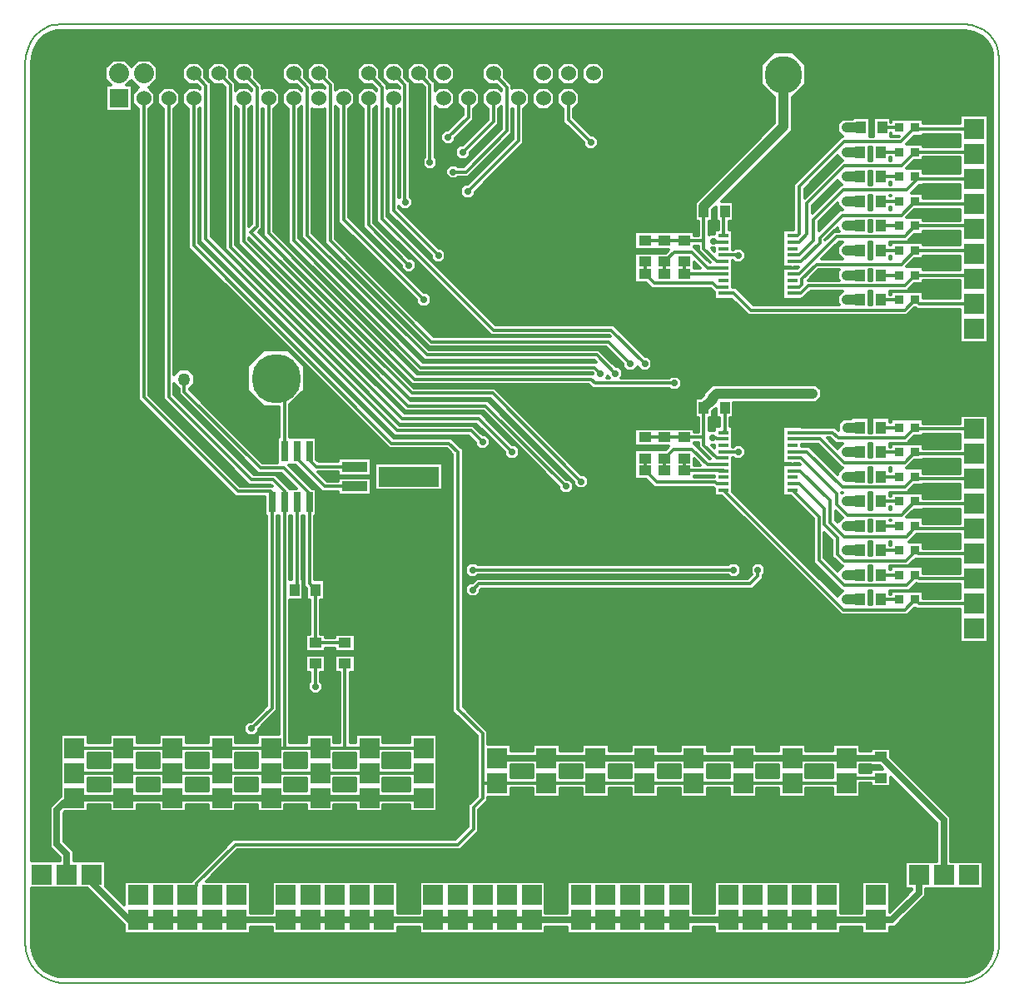
<source format=gbr>
G04 PROTEUS RS274X GERBER FILE*
%FSLAX45Y45*%
%MOMM*%
G01*
%ADD10C,0.300000*%
%ADD11C,0.635000*%
%ADD12C,1.016000*%
%ADD13C,0.700000*%
%ADD14C,1.270000*%
%ADD15C,6.200000*%
%ADD16R,1.905000X1.905000*%
%ADD17C,1.524000*%
%ADD18C,2.032000*%
%ADD19C,5.000000*%
%ADD70C,2.000000*%
%ADD71R,2.032000X2.032000*%
%ADD20C,7.000000*%
%ADD21R,0.635000X2.032000*%
%ADD22R,1.100000X0.400000*%
%ADD23R,1.270000X1.016000*%
%ADD24R,1.016000X1.270000*%
%ADD25R,0.889000X0.939800*%
%ADD26R,2.540000X1.016000*%
%ADD27R,6.096000X2.032000*%
%ADD28R,3.810000X3.810000*%
%ADD29C,3.810000*%
%ADD72C,0.203200*%
G36*
X+9659168Y-119558D02*
X+9713333Y-135958D01*
X+9761798Y-161878D01*
X+9803711Y-196290D01*
X+9838122Y-238202D01*
X+9864042Y-286667D01*
X+9880442Y-340832D01*
X+9886500Y-403082D01*
X+9886500Y-9398458D01*
X+9884706Y-9435377D01*
X+9879679Y-9469415D01*
X+9871525Y-9502018D01*
X+9860409Y-9533078D01*
X+9846489Y-9562479D01*
X+9830720Y-9588757D01*
X+9789257Y-9639257D01*
X+9738757Y-9680720D01*
X+9712479Y-9696489D01*
X+9683078Y-9710409D01*
X+9652018Y-9721525D01*
X+9619415Y-9729679D01*
X+9585377Y-9734706D01*
X+9548458Y-9736500D01*
X+451542Y-9736500D01*
X+414623Y-9734706D01*
X+380585Y-9729679D01*
X+347982Y-9721525D01*
X+316922Y-9710409D01*
X+287521Y-9696489D01*
X+261243Y-9680720D01*
X+210743Y-9639257D01*
X+169280Y-9588757D01*
X+153511Y-9562479D01*
X+139591Y-9533078D01*
X+128475Y-9502018D01*
X+120321Y-9469415D01*
X+115294Y-9435377D01*
X+113500Y-9398458D01*
X+113500Y-8839187D01*
X+684735Y-8839187D01*
X+1056459Y-9210911D01*
X+1056459Y-9301499D01*
X+2340457Y-9301499D01*
X+2340457Y-9231649D01*
X+2556459Y-9231649D01*
X+2556459Y-9301499D01*
X+3840457Y-9301499D01*
X+3840457Y-9231649D01*
X+4056459Y-9231649D01*
X+4056459Y-9301499D01*
X+5340457Y-9301499D01*
X+5340457Y-9231649D01*
X+5556459Y-9231649D01*
X+5556459Y-9301499D01*
X+6840457Y-9301499D01*
X+6840457Y-9231649D01*
X+7056459Y-9231649D01*
X+7056459Y-9301499D01*
X+8340457Y-9301499D01*
X+8340457Y-9231649D01*
X+8556459Y-9231649D01*
X+8556459Y-9301499D01*
X+8840457Y-9301499D01*
X+8840457Y-9231649D01*
X+8892344Y-9231649D01*
X+9210607Y-8913386D01*
X+9210607Y-8845499D01*
X+9788457Y-8845499D01*
X+9788457Y-8561501D01*
X+9464607Y-8561501D01*
X+9464607Y-8114255D01*
X+8852357Y-7502005D01*
X+8852357Y-7408941D01*
X+8644559Y-7408941D01*
X+8644559Y-7441351D01*
X+8540457Y-7441351D01*
X+8540457Y-7371501D01*
X+8256459Y-7371501D01*
X+8256459Y-7441351D01*
X+7990457Y-7441351D01*
X+7990457Y-7371501D01*
X+7706459Y-7371501D01*
X+7706459Y-7441351D01*
X+7490457Y-7441351D01*
X+7490457Y-7371501D01*
X+7206459Y-7371501D01*
X+7206459Y-7441351D01*
X+6990457Y-7441351D01*
X+6990457Y-7371501D01*
X+6706459Y-7371501D01*
X+6706459Y-7441351D01*
X+6490457Y-7441351D01*
X+6490457Y-7371501D01*
X+6206459Y-7371501D01*
X+6206459Y-7441351D01*
X+5990457Y-7441351D01*
X+5990457Y-7371501D01*
X+5706459Y-7371501D01*
X+5706459Y-7441351D01*
X+5490457Y-7441351D01*
X+5490457Y-7371501D01*
X+5206459Y-7371501D01*
X+5206459Y-7441351D01*
X+4990457Y-7441351D01*
X+4990457Y-7371501D01*
X+4753848Y-7371501D01*
X+4753848Y-7240545D01*
X+4503857Y-6990554D01*
X+4503857Y-4377053D01*
X+4381405Y-4254601D01*
X+3796099Y-4254601D01*
X+1817399Y-2275901D01*
X+1817399Y-913497D01*
X+1827496Y-903400D01*
X+1827496Y-2255841D01*
X+3807054Y-4235399D01*
X+4557053Y-4235399D01*
X+4624601Y-4302947D01*
X+4624601Y-4331231D01*
X+4668769Y-4375399D01*
X+4731231Y-4375399D01*
X+4775399Y-4331231D01*
X+4775399Y-4268769D01*
X+4731231Y-4224601D01*
X+4702947Y-4224601D01*
X+4602947Y-4124601D01*
X+3852948Y-4124601D01*
X+1938294Y-2209947D01*
X+1938294Y-647948D01*
X+1878599Y-588253D01*
X+1878599Y-501703D01*
X+1810297Y-433401D01*
X+1713703Y-433401D01*
X+1645401Y-501703D01*
X+1645401Y-598297D01*
X+1713703Y-666599D01*
X+1800253Y-666599D01*
X+1827496Y-693842D01*
X+1827496Y-704600D01*
X+1810297Y-687401D01*
X+1713703Y-687401D01*
X+1645401Y-755703D01*
X+1645401Y-852297D01*
X+1706601Y-913497D01*
X+1706601Y-2321795D01*
X+3750205Y-4365399D01*
X+4335511Y-4365399D01*
X+4393059Y-4422947D01*
X+4393059Y-7036448D01*
X+4643050Y-7286439D01*
X+4643050Y-7790447D01*
X+4643058Y-7900553D01*
X+4553059Y-7990552D01*
X+4553059Y-8210553D01*
X+4425511Y-8338101D01*
X+2161031Y-8338101D01*
X+1735631Y-8763501D01*
X+1056459Y-8763501D01*
X+1056459Y-9006843D01*
X+866769Y-8817153D01*
X+866769Y-8555189D01*
X+542919Y-8555189D01*
X+542919Y-8459615D01*
X+440607Y-8357303D01*
X+440607Y-8069697D01*
X+450805Y-8059499D01*
X+690457Y-8059499D01*
X+690457Y-7989649D01*
X+906459Y-7989649D01*
X+906459Y-8059499D01*
X+1190457Y-8059499D01*
X+1190457Y-7989649D01*
X+1406459Y-7989649D01*
X+1406459Y-8059499D01*
X+1690457Y-8059499D01*
X+1690457Y-7989649D01*
X+1906459Y-7989649D01*
X+1906459Y-8059499D01*
X+2190457Y-8059499D01*
X+2190457Y-7989649D01*
X+2406459Y-7989649D01*
X+2406459Y-8059499D01*
X+2690457Y-8059499D01*
X+2690457Y-7989649D01*
X+2906459Y-7989649D01*
X+2906459Y-8059499D01*
X+3190457Y-8059499D01*
X+3190457Y-7989649D01*
X+3406459Y-7989649D01*
X+3406459Y-8059499D01*
X+3690457Y-8059499D01*
X+3690457Y-7989649D01*
X+3956459Y-7989649D01*
X+3956459Y-8059499D01*
X+4240457Y-8059499D01*
X+4240457Y-7267501D01*
X+3956459Y-7267501D01*
X+3956459Y-7354101D01*
X+3690457Y-7354101D01*
X+3690457Y-7267501D01*
X+3406459Y-7267501D01*
X+3406459Y-7354101D01*
X+3353857Y-7354101D01*
X+3353857Y-6644559D01*
X+3403899Y-6644559D01*
X+3403899Y-6462161D01*
X+3196101Y-6462161D01*
X+3196101Y-6644559D01*
X+3243059Y-6644559D01*
X+3243059Y-7354101D01*
X+3190457Y-7354101D01*
X+3190457Y-7267501D01*
X+2906459Y-7267501D01*
X+2906459Y-7354101D01*
X+2740357Y-7354101D01*
X+2740357Y-5903899D01*
X+2877839Y-5903899D01*
X+2877839Y-5696101D01*
X+2868899Y-5696101D01*
X+2868899Y-5052349D01*
X+2885101Y-5052349D01*
X+2885101Y-5763447D01*
X+2908801Y-5787147D01*
X+2908801Y-5903899D01*
X+2944601Y-5903899D01*
X+2944601Y-6248801D01*
X+2896101Y-6248801D01*
X+2896101Y-6431199D01*
X+3103899Y-6431199D01*
X+3103899Y-6395399D01*
X+3196101Y-6395399D01*
X+3196101Y-6431199D01*
X+3403899Y-6431199D01*
X+3403899Y-6248801D01*
X+3196101Y-6248801D01*
X+3196101Y-6284601D01*
X+3103899Y-6284601D01*
X+3103899Y-6248801D01*
X+3055399Y-6248801D01*
X+3055399Y-5903899D01*
X+3091199Y-5903899D01*
X+3091199Y-5696101D01*
X+2995899Y-5696101D01*
X+2995899Y-5052349D01*
X+3012649Y-5052349D01*
X+3012649Y-4768351D01*
X+2966697Y-4768351D01*
X+2729995Y-4531649D01*
X+2798795Y-4531649D01*
X+3072545Y-4805399D01*
X+3232601Y-4805399D01*
X+3232601Y-4841199D01*
X+3567399Y-4841199D01*
X+3567399Y-4658801D01*
X+3232601Y-4658801D01*
X+3232601Y-4694601D01*
X+3118439Y-4694601D01*
X+3029237Y-4605399D01*
X+3232601Y-4605399D01*
X+3232601Y-4641199D01*
X+3567399Y-4641199D01*
X+3567399Y-4458801D01*
X+3232601Y-4458801D01*
X+3232601Y-4494601D01*
X+3032947Y-4494601D01*
X+3012649Y-4474303D01*
X+3012649Y-4247651D01*
X+2741899Y-4247651D01*
X+2741899Y-3918787D01*
X+2890399Y-3770287D01*
X+2890399Y-3529713D01*
X+2720287Y-3359601D01*
X+2479713Y-3359601D01*
X+2309601Y-3529713D01*
X+2309601Y-3770287D01*
X+2479713Y-3940399D01*
X+2631101Y-3940399D01*
X+2631101Y-4247651D01*
X+2614351Y-4247651D01*
X+2614351Y-4504601D01*
X+2462948Y-4504601D01*
X+1720801Y-3762454D01*
X+1720801Y-3751536D01*
X+1769301Y-3703036D01*
X+1769301Y-3616964D01*
X+1708438Y-3556101D01*
X+1622366Y-3556101D01*
X+1563399Y-3615068D01*
X+1563399Y-913497D01*
X+1624599Y-852297D01*
X+1624599Y-755703D01*
X+1556297Y-687401D01*
X+1459703Y-687401D01*
X+1391401Y-755703D01*
X+1391401Y-852297D01*
X+1452601Y-913497D01*
X+1452601Y-3860947D01*
X+2327053Y-4735399D01*
X+2547054Y-4735399D01*
X+2556256Y-4744601D01*
X+2232947Y-4744601D01*
X+1309399Y-3821053D01*
X+1309399Y-913497D01*
X+1370599Y-852297D01*
X+1370599Y-755703D01*
X+1306895Y-691999D01*
X+1312818Y-691999D01*
X+1395999Y-608818D01*
X+1395999Y-491182D01*
X+1312818Y-408001D01*
X+1195182Y-408001D01*
X+1127000Y-476183D01*
X+1058818Y-408001D01*
X+941182Y-408001D01*
X+858001Y-491182D01*
X+858001Y-608818D01*
X+917534Y-668351D01*
X+864351Y-668351D01*
X+864351Y-939649D01*
X+1135649Y-939649D01*
X+1135649Y-668351D01*
X+1082466Y-668351D01*
X+1127000Y-623817D01*
X+1195182Y-691999D01*
X+1201105Y-691999D01*
X+1137401Y-755703D01*
X+1137401Y-852297D01*
X+1198601Y-913497D01*
X+1198601Y-3866947D01*
X+2187053Y-4855399D01*
X+2487351Y-4855399D01*
X+2487351Y-5052349D01*
X+2502559Y-5052349D01*
X+2502559Y-6981053D01*
X+2345511Y-7138101D01*
X+2317227Y-7138101D01*
X+2273059Y-7182269D01*
X+2273059Y-7244731D01*
X+2317227Y-7288899D01*
X+2379689Y-7288899D01*
X+2423857Y-7244731D01*
X+2423857Y-7216447D01*
X+2613357Y-7026947D01*
X+2613357Y-5052349D01*
X+2629559Y-5052349D01*
X+2629559Y-7267501D01*
X+2406459Y-7267501D01*
X+2406459Y-7354101D01*
X+2190457Y-7354101D01*
X+2190457Y-7267501D01*
X+1906459Y-7267501D01*
X+1906459Y-7354101D01*
X+1690457Y-7354101D01*
X+1690457Y-7267501D01*
X+1406459Y-7267501D01*
X+1406459Y-7354101D01*
X+1190457Y-7354101D01*
X+1190457Y-7267501D01*
X+906459Y-7267501D01*
X+906459Y-7354101D01*
X+690457Y-7354101D01*
X+690457Y-7267501D01*
X+406459Y-7267501D01*
X+406459Y-7899777D01*
X+296309Y-8009927D01*
X+296309Y-8417073D01*
X+398621Y-8519385D01*
X+398621Y-8555189D01*
X+113500Y-8555189D01*
X+113500Y-452699D01*
X+119765Y-379120D01*
X+136927Y-314340D01*
X+163845Y-256819D01*
X+199134Y-207698D01*
X+241430Y-168011D01*
X+291018Y-137701D01*
X+315401Y-127728D01*
X+342489Y-119985D01*
X+370691Y-115225D01*
X+401762Y-113500D01*
X+9596918Y-113500D01*
X+9659168Y-119558D01*
G37*
%LPC*%
G36*
X+347500Y-1563168D02*
X+347500Y-1436832D01*
X+436832Y-1347500D01*
X+563168Y-1347500D01*
X+652500Y-1436832D01*
X+652500Y-1563168D01*
X+563168Y-1652500D01*
X+436832Y-1652500D01*
X+347500Y-1563168D01*
G37*
G36*
X+6147500Y-1563168D02*
X+6147500Y-1436832D01*
X+6236832Y-1347500D01*
X+6363168Y-1347500D01*
X+6452500Y-1436832D01*
X+6452500Y-1563168D01*
X+6363168Y-1652500D01*
X+6236832Y-1652500D01*
X+6147500Y-1563168D01*
G37*
G36*
X+6147500Y-6363168D02*
X+6147500Y-6236832D01*
X+6236832Y-6147500D01*
X+6363168Y-6147500D01*
X+6452500Y-6236832D01*
X+6452500Y-6363168D01*
X+6363168Y-6452500D01*
X+6236832Y-6452500D01*
X+6147500Y-6363168D01*
G37*
G36*
X+347500Y-6363168D02*
X+347500Y-6236832D01*
X+436832Y-6147500D01*
X+563168Y-6147500D01*
X+652500Y-6236832D01*
X+652500Y-6363168D01*
X+563168Y-6452500D01*
X+436832Y-6452500D01*
X+347500Y-6363168D01*
G37*
G36*
X+3910599Y-501703D02*
X+3910599Y-588253D01*
X+3965928Y-643582D01*
X+3965928Y-1804140D01*
X+3987075Y-1825287D01*
X+3987075Y-1887749D01*
X+3942907Y-1931917D01*
X+3880445Y-1931917D01*
X+3849399Y-1900871D01*
X+3849399Y-1921053D01*
X+4252947Y-2324601D01*
X+4281231Y-2324601D01*
X+4325399Y-2368769D01*
X+4325399Y-2431231D01*
X+4281231Y-2475399D01*
X+4218769Y-2475399D01*
X+4174601Y-2431231D01*
X+4174601Y-2402947D01*
X+3738601Y-1966947D01*
X+3738601Y-913497D01*
X+3732803Y-907699D01*
X+3732803Y-2004457D01*
X+4832947Y-3104601D01*
X+6032947Y-3104601D01*
X+6352947Y-3424601D01*
X+6381231Y-3424601D01*
X+6425399Y-3468769D01*
X+6425399Y-3531231D01*
X+6381231Y-3575399D01*
X+6318769Y-3575399D01*
X+6275000Y-3531630D01*
X+6231231Y-3575399D01*
X+6168769Y-3575399D01*
X+6124601Y-3531231D01*
X+6124601Y-3502947D01*
X+5957053Y-3335399D01*
X+4157053Y-3335399D01*
X+3094601Y-2272947D01*
X+3094601Y-906295D01*
X+3080297Y-920599D01*
X+2983703Y-920599D01*
X+2970821Y-907717D01*
X+2970821Y-2170821D01*
X+4154601Y-3354601D01*
X+5882947Y-3354601D01*
X+6052947Y-3524601D01*
X+6081231Y-3524601D01*
X+6125399Y-3568769D01*
X+6125399Y-3631231D01*
X+6112029Y-3644601D01*
X+6598769Y-3644601D01*
X+6618769Y-3624601D01*
X+6681231Y-3624601D01*
X+6725399Y-3668769D01*
X+6725399Y-3731231D01*
X+6681231Y-3775399D01*
X+6618769Y-3775399D01*
X+6598769Y-3755399D01*
X+5820498Y-3755399D01*
X+5778425Y-3713326D01*
X+3984980Y-3713326D01*
X+2468601Y-2196947D01*
X+2468601Y-913497D01*
X+2462803Y-907699D01*
X+2462803Y-2123950D01*
X+2422549Y-2164204D01*
X+4002976Y-3744631D01*
X+4822946Y-3744600D01*
X+5702947Y-4624601D01*
X+5731231Y-4624601D01*
X+5775399Y-4668769D01*
X+5775399Y-4731231D01*
X+5731231Y-4775399D01*
X+5668769Y-4775399D01*
X+5625399Y-4732029D01*
X+5625399Y-4781231D01*
X+5581231Y-4825399D01*
X+5518769Y-4825399D01*
X+5474601Y-4781231D01*
X+5474601Y-4752947D01*
X+4707053Y-3985399D01*
X+3917053Y-3985399D01*
X+2214601Y-2282947D01*
X+2214601Y-913497D01*
X+2188210Y-887106D01*
X+2188210Y-2289864D01*
X+3902947Y-4004601D01*
X+4682947Y-4004601D01*
X+5002947Y-4324601D01*
X+5031231Y-4324601D01*
X+5075399Y-4368769D01*
X+5075399Y-4431231D01*
X+5031231Y-4475399D01*
X+4968769Y-4475399D01*
X+4924601Y-4431231D01*
X+4924601Y-4402947D01*
X+4637053Y-4115399D01*
X+3857053Y-4115399D01*
X+2077412Y-2335758D01*
X+2077412Y-835643D01*
X+2043255Y-869800D01*
X+1988745Y-869800D01*
X+1950200Y-831255D01*
X+1950200Y-776745D01*
X+1988745Y-738200D01*
X+2043255Y-738200D01*
X+2077412Y-772357D01*
X+2077412Y-689758D01*
X+2054253Y-666599D01*
X+1967703Y-666599D01*
X+1899401Y-598297D01*
X+1899401Y-501703D01*
X+1967703Y-433401D01*
X+2064297Y-433401D01*
X+2132599Y-501703D01*
X+2132599Y-588253D01*
X+2188210Y-643864D01*
X+2188210Y-720894D01*
X+2221703Y-687401D01*
X+2318297Y-687401D01*
X+2352005Y-721109D01*
X+2352005Y-710351D01*
X+2308253Y-666599D01*
X+2221703Y-666599D01*
X+2153401Y-598297D01*
X+2153401Y-501703D01*
X+2221703Y-433401D01*
X+2318297Y-433401D01*
X+2386599Y-501703D01*
X+2386599Y-588253D01*
X+2462803Y-664457D01*
X+2462803Y-700301D01*
X+2475703Y-687401D01*
X+2572297Y-687401D01*
X+2640599Y-755703D01*
X+2640599Y-852297D01*
X+2579399Y-913497D01*
X+2579399Y-2151053D01*
X+4030874Y-3602528D01*
X+5824182Y-3602528D01*
X+5817053Y-3595399D01*
X+4047053Y-3595399D01*
X+2722601Y-2270947D01*
X+2722601Y-913497D01*
X+2661401Y-852297D01*
X+2661401Y-755703D01*
X+2729703Y-687401D01*
X+2826297Y-687401D01*
X+2860023Y-721127D01*
X+2860023Y-710369D01*
X+2816253Y-666599D01*
X+2729703Y-666599D01*
X+2661401Y-598297D01*
X+2661401Y-501703D01*
X+2729703Y-433401D01*
X+2826297Y-433401D01*
X+2894599Y-501703D01*
X+2894599Y-588253D01*
X+2970821Y-664475D01*
X+2970821Y-700283D01*
X+2983703Y-687401D01*
X+3080297Y-687401D01*
X+3094601Y-701705D01*
X+3094601Y-690947D01*
X+3070253Y-666599D01*
X+2983703Y-666599D01*
X+2915401Y-598297D01*
X+2915401Y-501703D01*
X+2983703Y-433401D01*
X+3080297Y-433401D01*
X+3148599Y-501703D01*
X+3148599Y-588253D01*
X+3205399Y-645053D01*
X+3205399Y-719705D01*
X+3237703Y-687401D01*
X+3334297Y-687401D01*
X+3402599Y-755703D01*
X+3402599Y-852297D01*
X+3341399Y-913497D01*
X+3341399Y-2013053D01*
X+4102947Y-2774601D01*
X+4131231Y-2774601D01*
X+4175399Y-2818769D01*
X+4175399Y-2881231D01*
X+4131231Y-2925399D01*
X+4068769Y-2925399D01*
X+4024601Y-2881231D01*
X+4024601Y-2852947D01*
X+3230601Y-2058947D01*
X+3230601Y-913497D01*
X+3205399Y-888295D01*
X+3205399Y-2227053D01*
X+4202947Y-3224601D01*
X+5996255Y-3224601D01*
X+5987053Y-3215399D01*
X+4787053Y-3215399D01*
X+3622005Y-2050351D01*
X+3622005Y-886891D01*
X+3595399Y-913497D01*
X+3595399Y-2067053D01*
X+3952947Y-2424601D01*
X+3981231Y-2424601D01*
X+4025399Y-2468769D01*
X+4025399Y-2531231D01*
X+3981231Y-2575399D01*
X+3918769Y-2575399D01*
X+3874601Y-2531231D01*
X+3874601Y-2502947D01*
X+3484601Y-2112947D01*
X+3484601Y-913497D01*
X+3423401Y-852297D01*
X+3423401Y-755703D01*
X+3491703Y-687401D01*
X+3588297Y-687401D01*
X+3622005Y-721109D01*
X+3622005Y-710351D01*
X+3578253Y-666599D01*
X+3491703Y-666599D01*
X+3423401Y-598297D01*
X+3423401Y-501703D01*
X+3491703Y-433401D01*
X+3588297Y-433401D01*
X+3656599Y-501703D01*
X+3656599Y-588253D01*
X+3732803Y-664457D01*
X+3732803Y-700301D01*
X+3745703Y-687401D01*
X+3842297Y-687401D01*
X+3855130Y-700234D01*
X+3855130Y-689476D01*
X+3832253Y-666599D01*
X+3745703Y-666599D01*
X+3677401Y-598297D01*
X+3677401Y-501703D01*
X+3745703Y-433401D01*
X+3842297Y-433401D01*
X+3910599Y-501703D01*
G37*
G36*
X+4164599Y-501703D02*
X+4164599Y-588253D01*
X+4219932Y-643586D01*
X+4219934Y-721170D01*
X+4253703Y-687401D01*
X+4350297Y-687401D01*
X+4418599Y-755703D01*
X+4418599Y-852297D01*
X+4350297Y-920599D01*
X+4253703Y-920599D01*
X+4219937Y-886833D01*
X+4219948Y-1399923D01*
X+4239949Y-1419924D01*
X+4239949Y-1482386D01*
X+4195781Y-1526554D01*
X+4133319Y-1526554D01*
X+4089151Y-1482386D01*
X+4089151Y-1419924D01*
X+4109149Y-1399926D01*
X+4109138Y-835917D01*
X+4075255Y-869800D01*
X+4020745Y-869800D01*
X+3982200Y-831255D01*
X+3982200Y-776745D01*
X+4020745Y-738200D01*
X+4075255Y-738200D01*
X+4109136Y-772081D01*
X+4109134Y-689480D01*
X+4086253Y-666599D01*
X+3999703Y-666599D01*
X+3931401Y-598297D01*
X+3931401Y-501703D01*
X+3999703Y-433401D01*
X+4096297Y-433401D01*
X+4164599Y-501703D01*
G37*
G36*
X+4672599Y-755703D02*
X+4672599Y-852297D01*
X+4611399Y-913497D01*
X+4611399Y-1016947D01*
X+4425399Y-1202947D01*
X+4425399Y-1231231D01*
X+4381231Y-1275399D01*
X+4318769Y-1275399D01*
X+4274601Y-1231231D01*
X+4274601Y-1168769D01*
X+4318769Y-1124601D01*
X+4347053Y-1124601D01*
X+4500601Y-971053D01*
X+4500601Y-913497D01*
X+4439401Y-852297D01*
X+4439401Y-755703D01*
X+4507703Y-687401D01*
X+4604297Y-687401D01*
X+4672599Y-755703D01*
G37*
G36*
X+4926599Y-501703D02*
X+4926599Y-588252D01*
X+5002878Y-664531D01*
X+5002878Y-700226D01*
X+5015703Y-687401D01*
X+5112297Y-687401D01*
X+5180599Y-755703D01*
X+5180599Y-852297D01*
X+5119399Y-913497D01*
X+5119399Y-1258947D01*
X+4625399Y-1752947D01*
X+4625399Y-1781231D01*
X+4581231Y-1825399D01*
X+4518769Y-1825399D01*
X+4474601Y-1781231D01*
X+4474601Y-1718769D01*
X+4518769Y-1674601D01*
X+4547053Y-1674601D01*
X+5008601Y-1213053D01*
X+5008601Y-913497D01*
X+5002878Y-907774D01*
X+5002878Y-1155468D01*
X+4552947Y-1605399D01*
X+4451231Y-1605399D01*
X+4431231Y-1625399D01*
X+4368769Y-1625399D01*
X+4324601Y-1581231D01*
X+4324601Y-1518769D01*
X+4368769Y-1474601D01*
X+4431231Y-1474601D01*
X+4451231Y-1494601D01*
X+4507053Y-1494601D01*
X+4892080Y-1109574D01*
X+4892080Y-886816D01*
X+4865399Y-913497D01*
X+4865399Y-1062947D01*
X+4575399Y-1352947D01*
X+4575399Y-1381231D01*
X+4531231Y-1425399D01*
X+4468769Y-1425399D01*
X+4424601Y-1381231D01*
X+4424601Y-1318769D01*
X+4468769Y-1274601D01*
X+4497053Y-1274601D01*
X+4754601Y-1017053D01*
X+4754601Y-913497D01*
X+4693401Y-852297D01*
X+4693401Y-755703D01*
X+4761703Y-687401D01*
X+4858297Y-687401D01*
X+4892080Y-721184D01*
X+4892080Y-710425D01*
X+4848254Y-666599D01*
X+4761703Y-666599D01*
X+4693401Y-598297D01*
X+4693401Y-501703D01*
X+4761703Y-433401D01*
X+4858297Y-433401D01*
X+4926599Y-501703D01*
G37*
G36*
X+5201401Y-852297D02*
X+5201401Y-755703D01*
X+5269703Y-687401D01*
X+5366297Y-687401D01*
X+5434599Y-755703D01*
X+5434599Y-852297D01*
X+5366297Y-920599D01*
X+5269703Y-920599D01*
X+5201401Y-852297D01*
G37*
G36*
X+5688599Y-755703D02*
X+5688599Y-852297D01*
X+5627399Y-913497D01*
X+5627399Y-999053D01*
X+5802947Y-1174601D01*
X+5831231Y-1174601D01*
X+5875399Y-1218769D01*
X+5875399Y-1281231D01*
X+5831231Y-1325399D01*
X+5768769Y-1325399D01*
X+5724601Y-1281231D01*
X+5724601Y-1252947D01*
X+5516601Y-1044947D01*
X+5516601Y-913497D01*
X+5455401Y-852297D01*
X+5455401Y-755703D01*
X+5523703Y-687401D01*
X+5620297Y-687401D01*
X+5688599Y-755703D01*
G37*
G36*
X+5760200Y-831255D02*
X+5760200Y-776745D01*
X+5798745Y-738200D01*
X+5853255Y-738200D01*
X+5891800Y-776745D01*
X+5891800Y-831255D01*
X+5853255Y-869800D01*
X+5798745Y-869800D01*
X+5760200Y-831255D01*
G37*
G36*
X+5709401Y-598297D02*
X+5709401Y-501703D01*
X+5777703Y-433401D01*
X+5874297Y-433401D01*
X+5942599Y-501703D01*
X+5942599Y-598297D01*
X+5874297Y-666599D01*
X+5777703Y-666599D01*
X+5709401Y-598297D01*
G37*
G36*
X+5455401Y-598297D02*
X+5455401Y-501703D01*
X+5523703Y-433401D01*
X+5620297Y-433401D01*
X+5688599Y-501703D01*
X+5688599Y-598297D01*
X+5620297Y-666599D01*
X+5523703Y-666599D01*
X+5455401Y-598297D01*
G37*
G36*
X+5201401Y-598297D02*
X+5201401Y-501703D01*
X+5269703Y-433401D01*
X+5366297Y-433401D01*
X+5434599Y-501703D01*
X+5434599Y-598297D01*
X+5366297Y-666599D01*
X+5269703Y-666599D01*
X+5201401Y-598297D01*
G37*
G36*
X+4998200Y-577255D02*
X+4998200Y-522745D01*
X+5036745Y-484200D01*
X+5091255Y-484200D01*
X+5129800Y-522745D01*
X+5129800Y-577255D01*
X+5091255Y-615800D01*
X+5036745Y-615800D01*
X+4998200Y-577255D01*
G37*
G36*
X+4490200Y-577255D02*
X+4490200Y-522745D01*
X+4528745Y-484200D01*
X+4583255Y-484200D01*
X+4621800Y-522745D01*
X+4621800Y-577255D01*
X+4583255Y-615800D01*
X+4528745Y-615800D01*
X+4490200Y-577255D01*
G37*
G36*
X+4185401Y-598297D02*
X+4185401Y-501703D01*
X+4253703Y-433401D01*
X+4350297Y-433401D01*
X+4418599Y-501703D01*
X+4418599Y-598297D01*
X+4350297Y-666599D01*
X+4253703Y-666599D01*
X+4185401Y-598297D01*
G37*
G36*
X+3220200Y-577255D02*
X+3220200Y-522745D01*
X+3258745Y-484200D01*
X+3313255Y-484200D01*
X+3351800Y-522745D01*
X+3351800Y-577255D01*
X+3313255Y-615800D01*
X+3258745Y-615800D01*
X+3220200Y-577255D01*
G37*
G36*
X+2458200Y-577255D02*
X+2458200Y-522745D01*
X+2496745Y-484200D01*
X+2551255Y-484200D01*
X+2589800Y-522745D01*
X+2589800Y-577255D01*
X+2551255Y-615800D01*
X+2496745Y-615800D01*
X+2458200Y-577255D01*
G37*
G36*
X+1442200Y-577255D02*
X+1442200Y-522745D01*
X+1480745Y-484200D01*
X+1535255Y-484200D01*
X+1573800Y-522745D01*
X+1573800Y-577255D01*
X+1535255Y-615800D01*
X+1480745Y-615800D01*
X+1442200Y-577255D01*
G37*
G36*
X+887279Y-2890000D02*
X+812721Y-2890000D01*
X+760000Y-2837279D01*
X+760000Y-2762721D01*
X+812721Y-2710000D01*
X+887279Y-2710000D01*
X+940000Y-2762721D01*
X+940000Y-2837279D01*
X+887279Y-2890000D01*
G37*
G36*
X+887279Y-4590000D02*
X+812721Y-4590000D01*
X+760000Y-4537279D01*
X+760000Y-4462721D01*
X+812721Y-4410000D01*
X+887279Y-4410000D01*
X+940000Y-4462721D01*
X+940000Y-4537279D01*
X+887279Y-4590000D01*
G37*
G36*
X+2237279Y-3740000D02*
X+2162721Y-3740000D01*
X+2110000Y-3687279D01*
X+2110000Y-3612721D01*
X+2162721Y-3560000D01*
X+2237279Y-3560000D01*
X+2290000Y-3612721D01*
X+2290000Y-3687279D01*
X+2237279Y-3740000D01*
G37*
G36*
X+637279Y-3740000D02*
X+562721Y-3740000D01*
X+510000Y-3687279D01*
X+510000Y-3612721D01*
X+562721Y-3560000D01*
X+637279Y-3560000D01*
X+690000Y-3612721D01*
X+690000Y-3687279D01*
X+637279Y-3740000D01*
G37*
G36*
X+575713Y-8237300D02*
X+521203Y-8237300D01*
X+482658Y-8198755D01*
X+482658Y-8144245D01*
X+521203Y-8105700D01*
X+575713Y-8105700D01*
X+614258Y-8144245D01*
X+614258Y-8198755D01*
X+575713Y-8237300D01*
G37*
G36*
X+1075713Y-8237300D02*
X+1021203Y-8237300D01*
X+982658Y-8198755D01*
X+982658Y-8144245D01*
X+1021203Y-8105700D01*
X+1075713Y-8105700D01*
X+1114258Y-8144245D01*
X+1114258Y-8198755D01*
X+1075713Y-8237300D01*
G37*
G36*
X+1575713Y-8237300D02*
X+1521203Y-8237300D01*
X+1482658Y-8198755D01*
X+1482658Y-8144245D01*
X+1521203Y-8105700D01*
X+1575713Y-8105700D01*
X+1614258Y-8144245D01*
X+1614258Y-8198755D01*
X+1575713Y-8237300D01*
G37*
G36*
X+2075713Y-8237300D02*
X+2021203Y-8237300D01*
X+1982658Y-8198755D01*
X+1982658Y-8144245D01*
X+2021203Y-8105700D01*
X+2075713Y-8105700D01*
X+2114258Y-8144245D01*
X+2114258Y-8198755D01*
X+2075713Y-8237300D01*
G37*
G36*
X+2575713Y-8237300D02*
X+2521203Y-8237300D01*
X+2482658Y-8198755D01*
X+2482658Y-8144245D01*
X+2521203Y-8105700D01*
X+2575713Y-8105700D01*
X+2614258Y-8144245D01*
X+2614258Y-8198755D01*
X+2575713Y-8237300D01*
G37*
G36*
X+3075713Y-8237300D02*
X+3021203Y-8237300D01*
X+2982658Y-8198755D01*
X+2982658Y-8144245D01*
X+3021203Y-8105700D01*
X+3075713Y-8105700D01*
X+3114258Y-8144245D01*
X+3114258Y-8198755D01*
X+3075713Y-8237300D01*
G37*
G36*
X+3575713Y-8237300D02*
X+3521203Y-8237300D01*
X+3482658Y-8198755D01*
X+3482658Y-8144245D01*
X+3521203Y-8105700D01*
X+3575713Y-8105700D01*
X+3614258Y-8144245D01*
X+3614258Y-8198755D01*
X+3575713Y-8237300D01*
G37*
G36*
X+4125713Y-8237300D02*
X+4071203Y-8237300D01*
X+4032658Y-8198755D01*
X+4032658Y-8144245D01*
X+4071203Y-8105700D01*
X+4125713Y-8105700D01*
X+4164258Y-8144245D01*
X+4164258Y-8198755D01*
X+4125713Y-8237300D01*
G37*
G36*
X+1225713Y-9479300D02*
X+1171203Y-9479300D01*
X+1132658Y-9440755D01*
X+1132658Y-9386245D01*
X+1171203Y-9347700D01*
X+1225713Y-9347700D01*
X+1264258Y-9386245D01*
X+1264258Y-9440755D01*
X+1225713Y-9479300D01*
G37*
G36*
X+1475713Y-9479300D02*
X+1421203Y-9479300D01*
X+1382658Y-9440755D01*
X+1382658Y-9386245D01*
X+1421203Y-9347700D01*
X+1475713Y-9347700D01*
X+1514258Y-9386245D01*
X+1514258Y-9440755D01*
X+1475713Y-9479300D01*
G37*
G36*
X+1725713Y-9479300D02*
X+1671203Y-9479300D01*
X+1632658Y-9440755D01*
X+1632658Y-9386245D01*
X+1671203Y-9347700D01*
X+1725713Y-9347700D01*
X+1764258Y-9386245D01*
X+1764258Y-9440755D01*
X+1725713Y-9479300D01*
G37*
G36*
X+1975713Y-9479300D02*
X+1921203Y-9479300D01*
X+1882658Y-9440755D01*
X+1882658Y-9386245D01*
X+1921203Y-9347700D01*
X+1975713Y-9347700D01*
X+2014258Y-9386245D01*
X+2014258Y-9440755D01*
X+1975713Y-9479300D01*
G37*
G36*
X+2225713Y-9479300D02*
X+2171203Y-9479300D01*
X+2132658Y-9440755D01*
X+2132658Y-9386245D01*
X+2171203Y-9347700D01*
X+2225713Y-9347700D01*
X+2264258Y-9386245D01*
X+2264258Y-9440755D01*
X+2225713Y-9479300D01*
G37*
G36*
X+2725713Y-9479300D02*
X+2671203Y-9479300D01*
X+2632658Y-9440755D01*
X+2632658Y-9386245D01*
X+2671203Y-9347700D01*
X+2725713Y-9347700D01*
X+2764258Y-9386245D01*
X+2764258Y-9440755D01*
X+2725713Y-9479300D01*
G37*
G36*
X+2975713Y-9479300D02*
X+2921203Y-9479300D01*
X+2882658Y-9440755D01*
X+2882658Y-9386245D01*
X+2921203Y-9347700D01*
X+2975713Y-9347700D01*
X+3014258Y-9386245D01*
X+3014258Y-9440755D01*
X+2975713Y-9479300D01*
G37*
G36*
X+3225713Y-9479300D02*
X+3171203Y-9479300D01*
X+3132658Y-9440755D01*
X+3132658Y-9386245D01*
X+3171203Y-9347700D01*
X+3225713Y-9347700D01*
X+3264258Y-9386245D01*
X+3264258Y-9440755D01*
X+3225713Y-9479300D01*
G37*
G36*
X+3475713Y-9479300D02*
X+3421203Y-9479300D01*
X+3382658Y-9440755D01*
X+3382658Y-9386245D01*
X+3421203Y-9347700D01*
X+3475713Y-9347700D01*
X+3514258Y-9386245D01*
X+3514258Y-9440755D01*
X+3475713Y-9479300D01*
G37*
G36*
X+3725713Y-9479300D02*
X+3671203Y-9479300D01*
X+3632658Y-9440755D01*
X+3632658Y-9386245D01*
X+3671203Y-9347700D01*
X+3725713Y-9347700D01*
X+3764258Y-9386245D01*
X+3764258Y-9440755D01*
X+3725713Y-9479300D01*
G37*
G36*
X+4225713Y-9479300D02*
X+4171203Y-9479300D01*
X+4132658Y-9440755D01*
X+4132658Y-9386245D01*
X+4171203Y-9347700D01*
X+4225713Y-9347700D01*
X+4264258Y-9386245D01*
X+4264258Y-9440755D01*
X+4225713Y-9479300D01*
G37*
G36*
X+4475713Y-9479300D02*
X+4421203Y-9479300D01*
X+4382658Y-9440755D01*
X+4382658Y-9386245D01*
X+4421203Y-9347700D01*
X+4475713Y-9347700D01*
X+4514258Y-9386245D01*
X+4514258Y-9440755D01*
X+4475713Y-9479300D01*
G37*
G36*
X+4725713Y-9479300D02*
X+4671203Y-9479300D01*
X+4632658Y-9440755D01*
X+4632658Y-9386245D01*
X+4671203Y-9347700D01*
X+4725713Y-9347700D01*
X+4764258Y-9386245D01*
X+4764258Y-9440755D01*
X+4725713Y-9479300D01*
G37*
G36*
X+4975713Y-9479300D02*
X+4921203Y-9479300D01*
X+4882658Y-9440755D01*
X+4882658Y-9386245D01*
X+4921203Y-9347700D01*
X+4975713Y-9347700D01*
X+5014258Y-9386245D01*
X+5014258Y-9440755D01*
X+4975713Y-9479300D01*
G37*
G36*
X+5225713Y-9479300D02*
X+5171203Y-9479300D01*
X+5132658Y-9440755D01*
X+5132658Y-9386245D01*
X+5171203Y-9347700D01*
X+5225713Y-9347700D01*
X+5264258Y-9386245D01*
X+5264258Y-9440755D01*
X+5225713Y-9479300D01*
G37*
G36*
X+5725713Y-9479300D02*
X+5671203Y-9479300D01*
X+5632658Y-9440755D01*
X+5632658Y-9386245D01*
X+5671203Y-9347700D01*
X+5725713Y-9347700D01*
X+5764258Y-9386245D01*
X+5764258Y-9440755D01*
X+5725713Y-9479300D01*
G37*
G36*
X+5975713Y-9479300D02*
X+5921203Y-9479300D01*
X+5882658Y-9440755D01*
X+5882658Y-9386245D01*
X+5921203Y-9347700D01*
X+5975713Y-9347700D01*
X+6014258Y-9386245D01*
X+6014258Y-9440755D01*
X+5975713Y-9479300D01*
G37*
G36*
X+6225713Y-9479300D02*
X+6171203Y-9479300D01*
X+6132658Y-9440755D01*
X+6132658Y-9386245D01*
X+6171203Y-9347700D01*
X+6225713Y-9347700D01*
X+6264258Y-9386245D01*
X+6264258Y-9440755D01*
X+6225713Y-9479300D01*
G37*
G36*
X+6475713Y-9479300D02*
X+6421203Y-9479300D01*
X+6382658Y-9440755D01*
X+6382658Y-9386245D01*
X+6421203Y-9347700D01*
X+6475713Y-9347700D01*
X+6514258Y-9386245D01*
X+6514258Y-9440755D01*
X+6475713Y-9479300D01*
G37*
G36*
X+6725713Y-9479300D02*
X+6671203Y-9479300D01*
X+6632658Y-9440755D01*
X+6632658Y-9386245D01*
X+6671203Y-9347700D01*
X+6725713Y-9347700D01*
X+6764258Y-9386245D01*
X+6764258Y-9440755D01*
X+6725713Y-9479300D01*
G37*
G36*
X+7225713Y-9479300D02*
X+7171203Y-9479300D01*
X+7132658Y-9440755D01*
X+7132658Y-9386245D01*
X+7171203Y-9347700D01*
X+7225713Y-9347700D01*
X+7264258Y-9386245D01*
X+7264258Y-9440755D01*
X+7225713Y-9479300D01*
G37*
G36*
X+7475713Y-9479300D02*
X+7421203Y-9479300D01*
X+7382658Y-9440755D01*
X+7382658Y-9386245D01*
X+7421203Y-9347700D01*
X+7475713Y-9347700D01*
X+7514258Y-9386245D01*
X+7514258Y-9440755D01*
X+7475713Y-9479300D01*
G37*
G36*
X+7725713Y-9479300D02*
X+7671203Y-9479300D01*
X+7632658Y-9440755D01*
X+7632658Y-9386245D01*
X+7671203Y-9347700D01*
X+7725713Y-9347700D01*
X+7764258Y-9386245D01*
X+7764258Y-9440755D01*
X+7725713Y-9479300D01*
G37*
G36*
X+7975713Y-9479300D02*
X+7921203Y-9479300D01*
X+7882658Y-9440755D01*
X+7882658Y-9386245D01*
X+7921203Y-9347700D01*
X+7975713Y-9347700D01*
X+8014258Y-9386245D01*
X+8014258Y-9440755D01*
X+7975713Y-9479300D01*
G37*
G36*
X+8225713Y-9479300D02*
X+8171203Y-9479300D01*
X+8132658Y-9440755D01*
X+8132658Y-9386245D01*
X+8171203Y-9347700D01*
X+8225713Y-9347700D01*
X+8264258Y-9386245D01*
X+8264258Y-9440755D01*
X+8225713Y-9479300D01*
G37*
G36*
X+8725713Y-9479300D02*
X+8671203Y-9479300D01*
X+8632658Y-9440755D01*
X+8632658Y-9386245D01*
X+8671203Y-9347700D01*
X+8725713Y-9347700D01*
X+8764258Y-9386245D01*
X+8764258Y-9440755D01*
X+8725713Y-9479300D01*
G37*
G36*
X+9727255Y-3465800D02*
X+9672745Y-3465800D01*
X+9634200Y-3427255D01*
X+9634200Y-3372745D01*
X+9672745Y-3334200D01*
X+9727255Y-3334200D01*
X+9765800Y-3372745D01*
X+9765800Y-3427255D01*
X+9727255Y-3465800D01*
G37*
G36*
X+7988899Y-464359D02*
X+7988899Y-655641D01*
X+7853641Y-790899D01*
X+7849199Y-790899D01*
X+7849199Y-1129775D01*
X+7132873Y-1846101D01*
X+7254559Y-1846101D01*
X+7254559Y-2053899D01*
X+7205399Y-2053899D01*
X+7205399Y-2139601D01*
X+7245399Y-2139601D01*
X+7245399Y-2339601D01*
X+7253769Y-2339601D01*
X+7268769Y-2324601D01*
X+7331231Y-2324601D01*
X+7375399Y-2368769D01*
X+7375399Y-2431231D01*
X+7331231Y-2475399D01*
X+7268769Y-2475399D01*
X+7245399Y-2452029D01*
X+7245399Y-2726081D01*
X+7273561Y-2726081D01*
X+7450769Y-2903289D01*
X+8324314Y-2903289D01*
X+8308801Y-2887776D01*
X+8308801Y-2812224D01*
X+8359228Y-2761797D01*
X+8035705Y-2761797D01*
X+7957103Y-2840399D01*
X+7945399Y-2840399D01*
X+7945399Y-2845399D01*
X+7754601Y-2845399D01*
X+7754601Y-2529601D01*
X+7835000Y-2529601D01*
X+7835000Y-2520399D01*
X+7754601Y-2520399D01*
X+7754601Y-2139601D01*
X+7864601Y-2139601D01*
X+7864601Y-1677052D01*
X+8353499Y-1188154D01*
X+8359179Y-1188154D01*
X+8308801Y-1137776D01*
X+8308801Y-1062224D01*
X+8362224Y-1008801D01*
X+8458801Y-1008801D01*
X+8458801Y-996101D01*
X+8641199Y-996101D01*
X+8641199Y-1188154D01*
X+8672161Y-1188154D01*
X+8672161Y-996101D01*
X+8854559Y-996101D01*
X+8854559Y-1044601D01*
X+8855151Y-1044601D01*
X+8855151Y-1012611D01*
X+9184849Y-1012611D01*
X+9184849Y-1058601D01*
X+9558001Y-1058601D01*
X+9558001Y-972001D01*
X+9841999Y-972001D01*
X+9841999Y-3287999D01*
X+9558001Y-3287999D01*
X+9558001Y-2947399D01*
X+9119053Y-2947399D01*
X+9109043Y-2937389D01*
X+9090957Y-2937389D01*
X+9014259Y-3014087D01*
X+7404875Y-3014087D01*
X+7236187Y-2845399D01*
X+7054601Y-2845399D01*
X+7054601Y-2770014D01*
X+7020367Y-2735780D01*
X+6420794Y-2735780D01*
X+6362853Y-2677839D01*
X+6246101Y-2677839D01*
X+6246101Y-2372161D01*
X+6562853Y-2372161D01*
X+6593815Y-2341199D01*
X+6246101Y-2341199D01*
X+6246101Y-2158801D01*
X+6853899Y-2158801D01*
X+6853899Y-2194601D01*
X+6894601Y-2194601D01*
X+6894601Y-2053899D01*
X+6858801Y-2053899D01*
X+6858801Y-1846101D01*
X+6874925Y-1846101D01*
X+7666801Y-1054225D01*
X+7666801Y-790899D01*
X+7662359Y-790899D01*
X+7527101Y-655641D01*
X+7527101Y-464359D01*
X+7662359Y-329101D01*
X+7853641Y-329101D01*
X+7988899Y-464359D01*
G37*
G36*
X+9727255Y-6515800D02*
X+9672745Y-6515800D01*
X+9634200Y-6477255D01*
X+9634200Y-6422745D01*
X+9672745Y-6384200D01*
X+9727255Y-6384200D01*
X+9765800Y-6422745D01*
X+9765800Y-6477255D01*
X+9727255Y-6515800D01*
G37*
G36*
X+8145199Y-3766224D02*
X+8145199Y-3841776D01*
X+8091776Y-3895199D01*
X+7254559Y-3895199D01*
X+7254559Y-4053899D01*
X+7218759Y-4053899D01*
X+7218759Y-4139601D01*
X+7245399Y-4139601D01*
X+7245399Y-4344601D01*
X+7248769Y-4344601D01*
X+7268769Y-4324601D01*
X+7331231Y-4324601D01*
X+7375399Y-4368769D01*
X+7375399Y-4431231D01*
X+7331231Y-4475399D01*
X+7268769Y-4475399D01*
X+7248769Y-4455399D01*
X+7245399Y-4455399D01*
X+7245399Y-4802053D01*
X+8308801Y-5865455D01*
X+8308801Y-5862224D01*
X+8359179Y-5811846D01*
X+8354641Y-5811846D01*
X+8066842Y-5524047D01*
X+8066842Y-5080188D01*
X+7832053Y-4845399D01*
X+7754601Y-4845399D01*
X+7754601Y-4529601D01*
X+7835000Y-4529601D01*
X+7835000Y-4520399D01*
X+7754601Y-4520399D01*
X+7754601Y-4139601D01*
X+7945399Y-4139601D01*
X+7945399Y-4144601D01*
X+8282947Y-4144601D01*
X+8318801Y-4180455D01*
X+8318801Y-4112224D01*
X+8372224Y-4058801D01*
X+8445441Y-4058801D01*
X+8445441Y-4046101D01*
X+8627839Y-4046101D01*
X+8627839Y-4201008D01*
X+8658801Y-4201008D01*
X+8658801Y-4046101D01*
X+8841199Y-4046101D01*
X+8841199Y-4094601D01*
X+8855151Y-4094601D01*
X+8855151Y-4062611D01*
X+9184849Y-4062611D01*
X+9184849Y-4108601D01*
X+9558001Y-4108601D01*
X+9558001Y-4022001D01*
X+9841999Y-4022001D01*
X+9841999Y-6337999D01*
X+9558001Y-6337999D01*
X+9558001Y-5997399D01*
X+9119053Y-5997399D01*
X+9109043Y-5987389D01*
X+9090957Y-5987389D01*
X+9016252Y-6062094D01*
X+8348748Y-6062094D01*
X+7132053Y-4845399D01*
X+7054601Y-4845399D01*
X+7054601Y-4770593D01*
X+7045674Y-4761666D01*
X+6446680Y-4761666D01*
X+6362853Y-4677839D01*
X+6246101Y-4677839D01*
X+6246101Y-4372161D01*
X+6562853Y-4372161D01*
X+6593815Y-4341199D01*
X+6246101Y-4341199D01*
X+6246101Y-4158801D01*
X+6853899Y-4158801D01*
X+6853899Y-4194601D01*
X+6894601Y-4194601D01*
X+6894601Y-4053899D01*
X+6858801Y-4053899D01*
X+6858801Y-3846101D01*
X+6924925Y-3846101D01*
X+6945781Y-3825245D01*
X+6945781Y-3808557D01*
X+7041537Y-3712801D01*
X+8091776Y-3712801D01*
X+8145199Y-3766224D01*
G37*
G36*
X+275000Y-522487D02*
X+275000Y-377513D01*
X+377513Y-275000D01*
X+522487Y-275000D01*
X+625000Y-377513D01*
X+625000Y-522487D01*
X+522487Y-625000D01*
X+377513Y-625000D01*
X+275000Y-522487D01*
G37*
G36*
X+9375000Y-522487D02*
X+9375000Y-377513D01*
X+9477513Y-275000D01*
X+9622487Y-275000D01*
X+9725000Y-377513D01*
X+9725000Y-522487D01*
X+9622487Y-625000D01*
X+9477513Y-625000D01*
X+9375000Y-522487D01*
G37*
G36*
X+9375000Y-9472487D02*
X+9375000Y-9327513D01*
X+9477513Y-9225000D01*
X+9622487Y-9225000D01*
X+9725000Y-9327513D01*
X+9725000Y-9472487D01*
X+9622487Y-9575000D01*
X+9477513Y-9575000D01*
X+9375000Y-9472487D01*
G37*
G36*
X+275000Y-9472487D02*
X+275000Y-9327513D01*
X+377513Y-9225000D01*
X+522487Y-9225000D01*
X+625000Y-9327513D01*
X+625000Y-9472487D01*
X+522487Y-9575000D01*
X+377513Y-9575000D01*
X+275000Y-9472487D01*
G37*
G36*
X+2544500Y-4395863D02*
X+2544500Y-4383437D01*
X+2553287Y-4374650D01*
X+2565713Y-4374650D01*
X+2574500Y-4383437D01*
X+2574500Y-4395863D01*
X+2565713Y-4404650D01*
X+2553287Y-4404650D01*
X+2544500Y-4395863D01*
G37*
G36*
X+6356213Y-4815000D02*
X+6343787Y-4815000D01*
X+6335000Y-4806213D01*
X+6335000Y-4793787D01*
X+6343787Y-4785000D01*
X+6356213Y-4785000D01*
X+6365000Y-4793787D01*
X+6365000Y-4806213D01*
X+6356213Y-4815000D01*
G37*
G36*
X+6756213Y-4815000D02*
X+6743787Y-4815000D01*
X+6735000Y-4806213D01*
X+6735000Y-4793787D01*
X+6743787Y-4785000D01*
X+6756213Y-4785000D01*
X+6765000Y-4793787D01*
X+6765000Y-4806213D01*
X+6756213Y-4815000D01*
G37*
G36*
X+6556213Y-4815000D02*
X+6543787Y-4815000D01*
X+6535000Y-4806213D01*
X+6535000Y-4793787D01*
X+6543787Y-4785000D01*
X+6556213Y-4785000D01*
X+6565000Y-4793787D01*
X+6565000Y-4806213D01*
X+6556213Y-4815000D01*
G37*
G36*
X+6356213Y-2815000D02*
X+6343787Y-2815000D01*
X+6335000Y-2806213D01*
X+6335000Y-2793787D01*
X+6343787Y-2785000D01*
X+6356213Y-2785000D01*
X+6365000Y-2793787D01*
X+6365000Y-2806213D01*
X+6356213Y-2815000D01*
G37*
G36*
X+6756213Y-2815000D02*
X+6743787Y-2815000D01*
X+6735000Y-2806213D01*
X+6735000Y-2793787D01*
X+6743787Y-2785000D01*
X+6756213Y-2785000D01*
X+6765000Y-2793787D01*
X+6765000Y-2806213D01*
X+6756213Y-2815000D01*
G37*
G36*
X+6556213Y-2815000D02*
X+6543787Y-2815000D01*
X+6535000Y-2806213D01*
X+6535000Y-2793787D01*
X+6543787Y-2785000D01*
X+6556213Y-2785000D01*
X+6565000Y-2793787D01*
X+6565000Y-2806213D01*
X+6556213Y-2815000D01*
G37*
G36*
X+3604801Y-4791999D02*
X+3604801Y-4508001D01*
X+4295199Y-4508001D01*
X+4295199Y-4791999D01*
X+3604801Y-4791999D01*
G37*
G36*
X+3103899Y-6644559D02*
X+3054220Y-6644559D01*
X+3054220Y-6733215D01*
X+3074220Y-6753215D01*
X+3074220Y-6815677D01*
X+3030052Y-6859845D01*
X+2967590Y-6859845D01*
X+2923422Y-6815677D01*
X+2923422Y-6753215D01*
X+2943422Y-6733215D01*
X+2943422Y-6644559D01*
X+2896101Y-6644559D01*
X+2896101Y-6462161D01*
X+3103899Y-6462161D01*
X+3103899Y-6644559D01*
G37*
G36*
X+7152450Y-600407D02*
X+7152450Y-519593D01*
X+7209593Y-462450D01*
X+7290407Y-462450D01*
X+7347550Y-519593D01*
X+7347550Y-600407D01*
X+7290407Y-657550D01*
X+7209593Y-657550D01*
X+7152450Y-600407D01*
G37*
G36*
X+7575399Y-5568769D02*
X+7575399Y-5631231D01*
X+7555399Y-5651231D01*
X+7555399Y-5682947D01*
X+7442947Y-5795399D01*
X+4682947Y-5795399D01*
X+4675399Y-5802947D01*
X+4675399Y-5831231D01*
X+4631231Y-5875399D01*
X+4568769Y-5875399D01*
X+4524601Y-5831231D01*
X+4524601Y-5768769D01*
X+4568769Y-5724601D01*
X+4597053Y-5724601D01*
X+4637053Y-5684601D01*
X+7397053Y-5684601D01*
X+7437512Y-5644142D01*
X+7424601Y-5631231D01*
X+7424601Y-5568769D01*
X+7468769Y-5524601D01*
X+7531231Y-5524601D01*
X+7575399Y-5568769D01*
G37*
G36*
X+7325399Y-5568769D02*
X+7325399Y-5631231D01*
X+7281231Y-5675399D01*
X+7218769Y-5675399D01*
X+7198769Y-5655399D01*
X+4651231Y-5655399D01*
X+4631231Y-5675399D01*
X+4568769Y-5675399D01*
X+4524601Y-5631231D01*
X+4524601Y-5568769D01*
X+4568769Y-5524601D01*
X+4631231Y-5524601D01*
X+4651231Y-5544601D01*
X+7198769Y-5544601D01*
X+7218769Y-5524601D01*
X+7281231Y-5524601D01*
X+7325399Y-5568769D01*
G37*
%LPD*%
G36*
X+3855130Y-1806434D02*
X+3849399Y-1812165D01*
X+3849399Y-913497D01*
X+3855130Y-907766D01*
X+3855130Y-1806434D01*
G37*
G36*
X+2352005Y-2078056D02*
X+2325399Y-2104662D01*
X+2325399Y-913497D01*
X+2352005Y-886891D01*
X+2352005Y-2078056D01*
G37*
G36*
X+2860023Y-2193768D02*
X+2860023Y-2216715D01*
X+4108707Y-3465399D01*
X+5837053Y-3465399D01*
X+5856255Y-3484601D01*
X+4092947Y-3484601D01*
X+2833399Y-2225053D01*
X+2833399Y-913497D01*
X+2860023Y-886873D01*
X+2860023Y-2193768D01*
G37*
G36*
X+5987971Y-3644601D02*
X+5962029Y-3644601D01*
X+5975000Y-3631630D01*
X+5987971Y-3644601D01*
G37*
G36*
X+3940857Y-3839204D02*
X+3957084Y-3855431D01*
X+4777054Y-3855400D01*
X+5624601Y-4702947D01*
X+5624601Y-4717971D01*
X+5581231Y-4674601D01*
X+5552947Y-4674601D01*
X+4752947Y-3874601D01*
X+3962947Y-3874601D01*
X+2325399Y-2237053D01*
X+2325399Y-2223746D01*
X+3940857Y-3839204D01*
G37*
G36*
X+8855151Y-1187389D02*
X+8934265Y-1187389D01*
X+8933500Y-1188154D01*
X+8854559Y-1188154D01*
X+8854559Y-1155399D01*
X+8855151Y-1155399D01*
X+8855151Y-1187389D01*
G37*
G36*
X+9558001Y-1255999D02*
X+9558001Y-1294601D01*
X+9184849Y-1294601D01*
X+9184849Y-1262611D01*
X+9015735Y-1262611D01*
X+9090957Y-1187389D01*
X+9184849Y-1187389D01*
X+9184849Y-1169399D01*
X+9558001Y-1169399D01*
X+9558001Y-1255999D01*
G37*
G36*
X+8855151Y-1434962D02*
X+8841199Y-1434962D01*
X+8841199Y-1405399D01*
X+8855151Y-1405399D01*
X+8855151Y-1434962D01*
G37*
G36*
X+8658801Y-1434962D02*
X+8627839Y-1434962D01*
X+8627839Y-1298952D01*
X+8658801Y-1298952D01*
X+8658801Y-1434962D01*
G37*
G36*
X+9558001Y-1509999D02*
X+9558001Y-1566601D01*
X+9184849Y-1566601D01*
X+9184849Y-1512611D01*
X+9015735Y-1512611D01*
X+9090957Y-1437389D01*
X+9184849Y-1437389D01*
X+9184849Y-1405399D01*
X+9558001Y-1405399D01*
X+9558001Y-1509999D01*
G37*
G36*
X+8855151Y-1678378D02*
X+8841199Y-1678378D01*
X+8841199Y-1655399D01*
X+8855151Y-1655399D01*
X+8855151Y-1678378D01*
G37*
G36*
X+8658801Y-1678378D02*
X+8627839Y-1678378D01*
X+8627839Y-1545760D01*
X+8658801Y-1545760D01*
X+8658801Y-1678378D01*
G37*
G36*
X+8855151Y-1794601D02*
X+8841199Y-1794601D01*
X+8841199Y-1789176D01*
X+8855151Y-1789176D01*
X+8855151Y-1794601D01*
G37*
G36*
X+8356340Y-1435314D02*
X+7975399Y-1816255D01*
X+7975399Y-1722946D01*
X+8309685Y-1388660D01*
X+8356340Y-1435314D01*
G37*
G36*
X+9558001Y-1763999D02*
X+9558001Y-1820601D01*
X+9184849Y-1820601D01*
X+9184849Y-1762611D01*
X+9059735Y-1762611D01*
X+9134957Y-1687389D01*
X+9184849Y-1687389D01*
X+9184849Y-1677399D01*
X+9558001Y-1677399D01*
X+9558001Y-1763999D01*
G37*
G36*
X+8855151Y-1934861D02*
X+8841199Y-1934861D01*
X+8841199Y-1905399D01*
X+8855151Y-1905399D01*
X+8855151Y-1934861D01*
G37*
G36*
X+8658801Y-1934861D02*
X+8627839Y-1934861D01*
X+8627839Y-1789176D01*
X+8658801Y-1789176D01*
X+8658801Y-1934861D01*
G37*
G36*
X+8349403Y-1678378D02*
X+8343276Y-1678378D01*
X+8055399Y-1966255D01*
X+8055399Y-1892947D01*
X+8309686Y-1638660D01*
X+8349403Y-1678378D01*
G37*
G36*
X+9558001Y-2017999D02*
X+9558001Y-2044601D01*
X+9184849Y-2044601D01*
X+9184849Y-2012611D01*
X+9015735Y-2012611D01*
X+9090957Y-1937389D01*
X+9184849Y-1937389D01*
X+9184849Y-1931399D01*
X+9558001Y-1931399D01*
X+9558001Y-2017999D01*
G37*
G36*
X+8308801Y-1887776D02*
X+8355886Y-1934861D01*
X+8336792Y-1934861D01*
X+8122861Y-2148792D01*
X+8122861Y-2055485D01*
X+8308801Y-1869545D01*
X+8308801Y-1887776D01*
G37*
G36*
X+8658801Y-2150992D02*
X+8627839Y-2150992D01*
X+8627839Y-2045659D01*
X+8658801Y-2045659D01*
X+8658801Y-2150992D01*
G37*
G36*
X+7072161Y-2053899D02*
X+7094601Y-2053899D01*
X+7094601Y-2139601D01*
X+7054601Y-2139601D01*
X+7054601Y-2177252D01*
X+7016118Y-2177252D01*
X+7005399Y-2187971D01*
X+7005399Y-2053899D01*
X+7041199Y-2053899D01*
X+7041199Y-1937775D01*
X+7072161Y-1906813D01*
X+7072161Y-2053899D01*
G37*
G36*
X+8308801Y-2137776D02*
X+8322017Y-2150992D01*
X+8277714Y-2150992D01*
X+8185399Y-2243307D01*
X+8185399Y-2242946D01*
X+8308801Y-2119544D01*
X+8308801Y-2137776D01*
G37*
G36*
X+9558001Y-2271999D02*
X+9558001Y-2294601D01*
X+9184849Y-2294601D01*
X+9184849Y-2262611D01*
X+8855151Y-2262611D01*
X+8855151Y-2294601D01*
X+8841199Y-2294601D01*
X+8841199Y-2261790D01*
X+9016556Y-2261790D01*
X+9090957Y-2187389D01*
X+9184849Y-2187389D01*
X+9184849Y-2155399D01*
X+9558001Y-2155399D01*
X+9558001Y-2271999D01*
G37*
G36*
X+7054601Y-2355463D02*
X+7027188Y-2328050D01*
X+7054601Y-2328050D01*
X+7054601Y-2355463D01*
G37*
G36*
X+8855151Y-2435805D02*
X+8841199Y-2435805D01*
X+8841199Y-2405399D01*
X+8855151Y-2405399D01*
X+8855151Y-2435805D01*
G37*
G36*
X+8658801Y-2435805D02*
X+8627839Y-2435805D01*
X+8627839Y-2261790D01*
X+8658801Y-2261790D01*
X+8658801Y-2435805D01*
G37*
G36*
X+8308801Y-2312224D02*
X+8308801Y-2387776D01*
X+8356830Y-2435805D01*
X+8149593Y-2435805D01*
X+8323608Y-2261790D01*
X+8359235Y-2261790D01*
X+8308801Y-2312224D01*
G37*
G36*
X+6894601Y-2329208D02*
X+6894601Y-2352155D01*
X+7012047Y-2469601D01*
X+7010545Y-2469601D01*
X+6853899Y-2312955D01*
X+6853899Y-2305399D01*
X+6894601Y-2305399D01*
X+6894601Y-2329208D01*
G37*
G36*
X+7899105Y-2529601D02*
X+7865000Y-2529601D01*
X+7865000Y-2520399D01*
X+7908307Y-2520399D01*
X+7899105Y-2529601D01*
G37*
G36*
X+6915493Y-2531241D02*
X+6853899Y-2531241D01*
X+6853899Y-2469647D01*
X+6915493Y-2531241D01*
G37*
G36*
X+9558001Y-2525999D02*
X+9558001Y-2544601D01*
X+9184849Y-2544601D01*
X+9184849Y-2512611D01*
X+9015735Y-2512611D01*
X+9090957Y-2437389D01*
X+9184849Y-2437389D01*
X+9184849Y-2405399D01*
X+9558001Y-2405399D01*
X+9558001Y-2525999D01*
G37*
G36*
X+8658801Y-2650999D02*
X+8627839Y-2650999D01*
X+8627839Y-2546603D01*
X+8658801Y-2546603D01*
X+8658801Y-2650999D01*
G37*
G36*
X+8308801Y-2562224D02*
X+8308801Y-2637776D01*
X+8322024Y-2650999D01*
X+8012743Y-2650999D01*
X+8117139Y-2546603D01*
X+8324422Y-2546603D01*
X+8308801Y-2562224D01*
G37*
G36*
X+9558001Y-2779999D02*
X+9558001Y-2836601D01*
X+9184849Y-2836601D01*
X+9184849Y-2762611D01*
X+8855151Y-2762611D01*
X+8855151Y-2794601D01*
X+8841199Y-2794601D01*
X+8841199Y-2761797D01*
X+9016549Y-2761797D01*
X+9090957Y-2687389D01*
X+9184849Y-2687389D01*
X+9184849Y-2655399D01*
X+9558001Y-2655399D01*
X+9558001Y-2779999D01*
G37*
G36*
X+8658801Y-2903289D02*
X+8627839Y-2903289D01*
X+8627839Y-2761797D01*
X+8658801Y-2761797D01*
X+8658801Y-2903289D01*
G37*
G36*
X+7072161Y-4053899D02*
X+7107961Y-4053899D01*
X+7107961Y-4139601D01*
X+7054601Y-4139601D01*
X+7054601Y-4178057D01*
X+7006753Y-4178057D01*
X+7005399Y-4179411D01*
X+7005399Y-4053899D01*
X+7041199Y-4053899D01*
X+7041199Y-3987775D01*
X+7072161Y-3956813D01*
X+7072161Y-4053899D01*
G37*
G36*
X+7054601Y-4353393D02*
X+7030063Y-4328855D01*
X+7054601Y-4328855D01*
X+7054601Y-4353393D01*
G37*
G36*
X+8293460Y-4311806D02*
X+8359219Y-4311806D01*
X+8309686Y-4361340D01*
X+8203745Y-4255399D01*
X+8237053Y-4255399D01*
X+8293460Y-4311806D01*
G37*
G36*
X+9558001Y-4305999D02*
X+9558001Y-4362601D01*
X+9184849Y-4362601D01*
X+9184849Y-4312611D01*
X+8855151Y-4312611D01*
X+8855151Y-4344601D01*
X+8841199Y-4344601D01*
X+8841199Y-4311806D01*
X+9016540Y-4311806D01*
X+9090957Y-4237389D01*
X+9184849Y-4237389D01*
X+9184849Y-4219399D01*
X+9558001Y-4219399D01*
X+9558001Y-4305999D01*
G37*
G36*
X+8658801Y-4452651D02*
X+8627839Y-4452651D01*
X+8627839Y-4311806D01*
X+8658801Y-4311806D01*
X+8658801Y-4452651D01*
G37*
G36*
X+6894601Y-4327138D02*
X+6894601Y-4350085D01*
X+7014117Y-4469601D01*
X+7009545Y-4469601D01*
X+6854206Y-4314262D01*
X+6853899Y-4314262D01*
X+6853899Y-4305399D01*
X+6894601Y-4305399D01*
X+6894601Y-4327138D01*
G37*
G36*
X+7930604Y-4529601D02*
X+7865000Y-4529601D01*
X+7865000Y-4520399D01*
X+7921402Y-4520399D01*
X+7930604Y-4529601D01*
G37*
G36*
X+6914493Y-4531241D02*
X+6853899Y-4531241D01*
X+6853899Y-4470647D01*
X+6914493Y-4531241D01*
G37*
G36*
X+8855151Y-4594601D02*
X+8841199Y-4594601D01*
X+8841199Y-4563449D01*
X+8855151Y-4563449D01*
X+8855151Y-4594601D01*
G37*
G36*
X+9558001Y-4559999D02*
X+9558001Y-4616601D01*
X+9184849Y-4616601D01*
X+9184849Y-4562611D01*
X+9015735Y-4562611D01*
X+9090957Y-4487389D01*
X+9184849Y-4487389D01*
X+9184849Y-4473399D01*
X+9558001Y-4473399D01*
X+9558001Y-4559999D01*
G37*
G36*
X+8355103Y-4563449D02*
X+8357576Y-4563449D01*
X+8308801Y-4612224D01*
X+8308801Y-4630454D01*
X+8017948Y-4339601D01*
X+7945399Y-4339601D01*
X+7945399Y-4320399D01*
X+8112053Y-4320399D01*
X+8355103Y-4563449D01*
G37*
G36*
X+7054601Y-4650399D02*
X+7054601Y-4650868D01*
X+6853899Y-4650868D01*
X+6853899Y-4642039D01*
X+7054601Y-4642039D01*
X+7054601Y-4650399D01*
G37*
G36*
X+8658801Y-4701019D02*
X+8627839Y-4701019D01*
X+8627839Y-4563449D01*
X+8658801Y-4563449D01*
X+8658801Y-4701019D01*
G37*
G36*
X+8355399Y-4815626D02*
X+8355399Y-4811817D01*
X+8359208Y-4811817D01*
X+8355399Y-4815626D01*
G37*
G36*
X+9558001Y-4813999D02*
X+9558001Y-4870601D01*
X+9184849Y-4870601D01*
X+9184849Y-4812611D01*
X+8855151Y-4812611D01*
X+8855151Y-4844601D01*
X+8841199Y-4844601D01*
X+8841199Y-4811817D01*
X+9016529Y-4811817D01*
X+9090957Y-4737389D01*
X+9184849Y-4737389D01*
X+9184849Y-4727399D01*
X+9558001Y-4727399D01*
X+9558001Y-4813999D01*
G37*
G36*
X+8855151Y-4983607D02*
X+8841199Y-4983607D01*
X+8841199Y-4955399D01*
X+8855151Y-4955399D01*
X+8855151Y-4983607D01*
G37*
G36*
X+8658801Y-4983607D02*
X+8627839Y-4983607D01*
X+8627839Y-4811817D01*
X+8658801Y-4811817D01*
X+8658801Y-4983607D01*
G37*
G36*
X+8855151Y-5094601D02*
X+8841199Y-5094601D01*
X+8841199Y-5094405D01*
X+8855151Y-5094405D01*
X+8855151Y-5094601D01*
G37*
G36*
X+8356340Y-5064686D02*
X+8308801Y-5112224D01*
X+8308801Y-5114024D01*
X+8288393Y-5093616D01*
X+8288393Y-4996739D01*
X+8356340Y-5064686D01*
G37*
G36*
X+9558001Y-5067999D02*
X+9558001Y-5124601D01*
X+9184849Y-5124601D01*
X+9184849Y-5062611D01*
X+9015735Y-5062611D01*
X+9090957Y-4987389D01*
X+9184849Y-4987389D01*
X+9184849Y-4981399D01*
X+9558001Y-4981399D01*
X+9558001Y-5067999D01*
G37*
G36*
X+8658801Y-5204460D02*
X+8627839Y-5204460D01*
X+8627839Y-5094405D01*
X+8658801Y-5094405D01*
X+8658801Y-5204460D01*
G37*
G36*
X+8855151Y-5344601D02*
X+8841199Y-5344601D01*
X+8841199Y-5315258D01*
X+8855151Y-5315258D01*
X+8855151Y-5344601D01*
G37*
G36*
X+9558001Y-5321999D02*
X+9558001Y-5378601D01*
X+9184849Y-5378601D01*
X+9184849Y-5312611D01*
X+9035735Y-5312611D01*
X+9110957Y-5237389D01*
X+9184849Y-5237389D01*
X+9184849Y-5235399D01*
X+9558001Y-5235399D01*
X+9558001Y-5321999D01*
G37*
G36*
X+8658801Y-5451019D02*
X+8627839Y-5451019D01*
X+8627839Y-5315258D01*
X+8658801Y-5315258D01*
X+8658801Y-5451019D01*
G37*
G36*
X+8253411Y-5293630D02*
X+8253411Y-5461647D01*
X+8353581Y-5561817D01*
X+8359208Y-5561817D01*
X+8310256Y-5610769D01*
X+8177640Y-5478153D01*
X+8177640Y-5217859D01*
X+8253411Y-5293630D01*
G37*
G36*
X+9111053Y-5489399D02*
X+9558001Y-5489399D01*
X+9558001Y-5632601D01*
X+9184849Y-5632601D01*
X+9184849Y-5562611D01*
X+8855151Y-5562611D01*
X+8855151Y-5594601D01*
X+8841199Y-5594601D01*
X+8841199Y-5561817D01*
X+9026529Y-5561817D01*
X+9100957Y-5487389D01*
X+9109043Y-5487389D01*
X+9111053Y-5489399D01*
G37*
G36*
X+8658801Y-5701048D02*
X+8627839Y-5701048D01*
X+8627839Y-5561817D01*
X+8658801Y-5561817D01*
X+8658801Y-5701048D01*
G37*
G36*
X+9115053Y-5743399D02*
X+9558001Y-5743399D01*
X+9558001Y-5886601D01*
X+9184849Y-5886601D01*
X+9184849Y-5812611D01*
X+8855151Y-5812611D01*
X+8855151Y-5844601D01*
X+8841199Y-5844601D01*
X+8841199Y-5811846D01*
X+9036500Y-5811846D01*
X+9110000Y-5738346D01*
X+9115053Y-5743399D01*
G37*
G36*
X+8658801Y-5951296D02*
X+8627839Y-5951296D01*
X+8627839Y-5811846D01*
X+8658801Y-5811846D01*
X+8658801Y-5951296D01*
G37*
G36*
X+1610003Y-3751536D02*
X+1610003Y-3808348D01*
X+2417054Y-4615399D01*
X+2657053Y-4615399D01*
X+2810005Y-4768351D01*
X+2736698Y-4768351D01*
X+2592948Y-4624601D01*
X+2372947Y-4624601D01*
X+1563399Y-3815053D01*
X+1563399Y-3704932D01*
X+1610003Y-3751536D01*
G37*
G36*
X+2758101Y-5696101D02*
X+2740357Y-5696101D01*
X+2740357Y-5052349D01*
X+2758101Y-5052349D01*
X+2758101Y-5696101D01*
G37*
G36*
X+3956459Y-7551499D02*
X+3956459Y-7608101D01*
X+3690457Y-7608101D01*
X+3690457Y-7464899D01*
X+3956459Y-7464899D01*
X+3956459Y-7551499D01*
G37*
G36*
X+3406459Y-7551499D02*
X+3406459Y-7608101D01*
X+3190457Y-7608101D01*
X+3190457Y-7464899D01*
X+3406459Y-7464899D01*
X+3406459Y-7551499D01*
G37*
G36*
X+2906459Y-7551499D02*
X+2906459Y-7608101D01*
X+2690457Y-7608101D01*
X+2690457Y-7464899D01*
X+2906459Y-7464899D01*
X+2906459Y-7551499D01*
G37*
G36*
X+2406459Y-7551499D02*
X+2406459Y-7608101D01*
X+2190457Y-7608101D01*
X+2190457Y-7464899D01*
X+2406459Y-7464899D01*
X+2406459Y-7551499D01*
G37*
G36*
X+1906459Y-7551499D02*
X+1906459Y-7608101D01*
X+1690457Y-7608101D01*
X+1690457Y-7464899D01*
X+1906459Y-7464899D01*
X+1906459Y-7551499D01*
G37*
G36*
X+1406459Y-7551499D02*
X+1406459Y-7608101D01*
X+1190457Y-7608101D01*
X+1190457Y-7464899D01*
X+1406459Y-7464899D01*
X+1406459Y-7551499D01*
G37*
G36*
X+906459Y-7551499D02*
X+906459Y-7608101D01*
X+690457Y-7608101D01*
X+690457Y-7464899D01*
X+906459Y-7464899D01*
X+906459Y-7551499D01*
G37*
G36*
X+8644559Y-7591339D02*
X+8737623Y-7591339D01*
X+8768585Y-7622301D01*
X+8644559Y-7622301D01*
X+8644559Y-7658101D01*
X+8540457Y-7658101D01*
X+8540457Y-7585649D01*
X+8644559Y-7585649D01*
X+8644559Y-7591339D01*
G37*
G36*
X+8256459Y-7655499D02*
X+8256459Y-7712101D01*
X+7990457Y-7712101D01*
X+7990457Y-7585649D01*
X+8256459Y-7585649D01*
X+8256459Y-7655499D01*
G37*
G36*
X+7706459Y-7655499D02*
X+7706459Y-7712101D01*
X+7490457Y-7712101D01*
X+7490457Y-7585649D01*
X+7706459Y-7585649D01*
X+7706459Y-7655499D01*
G37*
G36*
X+7206459Y-7655499D02*
X+7206459Y-7712101D01*
X+6990457Y-7712101D01*
X+6990457Y-7585649D01*
X+7206459Y-7585649D01*
X+7206459Y-7655499D01*
G37*
G36*
X+6706459Y-7655499D02*
X+6706459Y-7712101D01*
X+6490457Y-7712101D01*
X+6490457Y-7585649D01*
X+6706459Y-7585649D01*
X+6706459Y-7655499D01*
G37*
G36*
X+6206459Y-7655499D02*
X+6206459Y-7712101D01*
X+5990457Y-7712101D01*
X+5990457Y-7585649D01*
X+6206459Y-7585649D01*
X+6206459Y-7655499D01*
G37*
G36*
X+5706459Y-7655499D02*
X+5706459Y-7712101D01*
X+5490457Y-7712101D01*
X+5490457Y-7585649D01*
X+5706459Y-7585649D01*
X+5706459Y-7655499D01*
G37*
G36*
X+5206459Y-7655499D02*
X+5206459Y-7712101D01*
X+4990457Y-7712101D01*
X+4990457Y-7585649D01*
X+5206459Y-7585649D01*
X+5206459Y-7655499D01*
G37*
G36*
X+9320309Y-8174025D02*
X+9320309Y-8561501D01*
X+8996459Y-8561501D01*
X+8996459Y-8845499D01*
X+9066309Y-8845499D01*
X+9066309Y-8853616D01*
X+8840457Y-9079468D01*
X+8840457Y-8763501D01*
X+8556459Y-8763501D01*
X+8556459Y-9087351D01*
X+8340457Y-9087351D01*
X+8340457Y-8763501D01*
X+7056459Y-8763501D01*
X+7056459Y-9087351D01*
X+6840457Y-9087351D01*
X+6840457Y-8763501D01*
X+5556459Y-8763501D01*
X+5556459Y-9087351D01*
X+5340457Y-9087351D01*
X+5340457Y-8763501D01*
X+4056459Y-8763501D01*
X+4056459Y-9087351D01*
X+3840457Y-9087351D01*
X+3840457Y-8763501D01*
X+2556459Y-8763501D01*
X+2556459Y-9087351D01*
X+2340457Y-9087351D01*
X+2340457Y-8763501D01*
X+1892323Y-8763501D01*
X+2206925Y-8448899D01*
X+4471405Y-8448899D01*
X+4663857Y-8256447D01*
X+4663857Y-8036446D01*
X+4753857Y-7946446D01*
X+4753857Y-7909499D01*
X+4990457Y-7909499D01*
X+4990457Y-7822899D01*
X+5206459Y-7822899D01*
X+5206459Y-7909499D01*
X+5490457Y-7909499D01*
X+5490457Y-7822899D01*
X+5706459Y-7822899D01*
X+5706459Y-7909499D01*
X+5990457Y-7909499D01*
X+5990457Y-7822899D01*
X+6206459Y-7822899D01*
X+6206459Y-7909499D01*
X+6490457Y-7909499D01*
X+6490457Y-7822899D01*
X+6706459Y-7822899D01*
X+6706459Y-7909499D01*
X+6990457Y-7909499D01*
X+6990457Y-7822899D01*
X+7206459Y-7822899D01*
X+7206459Y-7909499D01*
X+7490457Y-7909499D01*
X+7490457Y-7822899D01*
X+7706459Y-7822899D01*
X+7706459Y-7909499D01*
X+7990457Y-7909499D01*
X+7990457Y-7822899D01*
X+8256459Y-7822899D01*
X+8256459Y-7909499D01*
X+8540457Y-7909499D01*
X+8540457Y-7768899D01*
X+8644559Y-7768899D01*
X+8644559Y-7804699D01*
X+8852357Y-7804699D01*
X+8852357Y-7706073D01*
X+9320309Y-8174025D01*
G37*
%LPC*%
G36*
X+4875713Y-8087300D02*
X+4821203Y-8087300D01*
X+4782658Y-8048755D01*
X+4782658Y-7994245D01*
X+4821203Y-7955700D01*
X+4875713Y-7955700D01*
X+4914258Y-7994245D01*
X+4914258Y-8048755D01*
X+4875713Y-8087300D01*
G37*
G36*
X+5375713Y-8087300D02*
X+5321203Y-8087300D01*
X+5282658Y-8048755D01*
X+5282658Y-7994245D01*
X+5321203Y-7955700D01*
X+5375713Y-7955700D01*
X+5414258Y-7994245D01*
X+5414258Y-8048755D01*
X+5375713Y-8087300D01*
G37*
G36*
X+5875713Y-8087300D02*
X+5821203Y-8087300D01*
X+5782658Y-8048755D01*
X+5782658Y-7994245D01*
X+5821203Y-7955700D01*
X+5875713Y-7955700D01*
X+5914258Y-7994245D01*
X+5914258Y-8048755D01*
X+5875713Y-8087300D01*
G37*
G36*
X+6375713Y-8087300D02*
X+6321203Y-8087300D01*
X+6282658Y-8048755D01*
X+6282658Y-7994245D01*
X+6321203Y-7955700D01*
X+6375713Y-7955700D01*
X+6414258Y-7994245D01*
X+6414258Y-8048755D01*
X+6375713Y-8087300D01*
G37*
G36*
X+6875713Y-8087300D02*
X+6821203Y-8087300D01*
X+6782658Y-8048755D01*
X+6782658Y-7994245D01*
X+6821203Y-7955700D01*
X+6875713Y-7955700D01*
X+6914258Y-7994245D01*
X+6914258Y-8048755D01*
X+6875713Y-8087300D01*
G37*
G36*
X+7375713Y-8087300D02*
X+7321203Y-8087300D01*
X+7282658Y-8048755D01*
X+7282658Y-7994245D01*
X+7321203Y-7955700D01*
X+7375713Y-7955700D01*
X+7414258Y-7994245D01*
X+7414258Y-8048755D01*
X+7375713Y-8087300D01*
G37*
G36*
X+7875713Y-8087300D02*
X+7821203Y-8087300D01*
X+7782658Y-8048755D01*
X+7782658Y-7994245D01*
X+7821203Y-7955700D01*
X+7875713Y-7955700D01*
X+7914258Y-7994245D01*
X+7914258Y-8048755D01*
X+7875713Y-8087300D01*
G37*
G36*
X+8425713Y-8087300D02*
X+8371203Y-8087300D01*
X+8332658Y-8048755D01*
X+8332658Y-7994245D01*
X+8371203Y-7955700D01*
X+8425713Y-7955700D01*
X+8464258Y-7994245D01*
X+8464258Y-8048755D01*
X+8425713Y-8087300D01*
G37*
%LPD*%
G36*
X+3956459Y-7805499D02*
X+3956459Y-7845351D01*
X+3690457Y-7845351D01*
X+3690457Y-7718899D01*
X+3956459Y-7718899D01*
X+3956459Y-7805499D01*
G37*
G36*
X+3406459Y-7805499D02*
X+3406459Y-7845351D01*
X+3190457Y-7845351D01*
X+3190457Y-7718899D01*
X+3406459Y-7718899D01*
X+3406459Y-7805499D01*
G37*
G36*
X+2906459Y-7805499D02*
X+2906459Y-7845351D01*
X+2690457Y-7845351D01*
X+2690457Y-7718899D01*
X+2906459Y-7718899D01*
X+2906459Y-7805499D01*
G37*
G36*
X+2406459Y-7805499D02*
X+2406459Y-7845351D01*
X+2190457Y-7845351D01*
X+2190457Y-7718899D01*
X+2406459Y-7718899D01*
X+2406459Y-7805499D01*
G37*
G36*
X+1906459Y-7805499D02*
X+1906459Y-7845351D01*
X+1690457Y-7845351D01*
X+1690457Y-7718899D01*
X+1906459Y-7718899D01*
X+1906459Y-7805499D01*
G37*
G36*
X+1406459Y-7805499D02*
X+1406459Y-7845351D01*
X+1190457Y-7845351D01*
X+1190457Y-7718899D01*
X+1406459Y-7718899D01*
X+1406459Y-7805499D01*
G37*
G36*
X+906459Y-7805499D02*
X+906459Y-7845351D01*
X+690457Y-7845351D01*
X+690457Y-7718899D01*
X+906459Y-7718899D01*
X+906459Y-7805499D01*
G37*
D10*
X+2686500Y-4389650D02*
X+2686500Y-3736500D01*
X+2600000Y-3650000D01*
X+3400000Y-4750000D02*
X+3095492Y-4750000D01*
X+2813500Y-4468008D01*
X+2813500Y-4389650D01*
X+548458Y-7409500D02*
X+1048458Y-7409500D01*
X+1548458Y-7409500D01*
X+2048458Y-7409500D01*
X+2548458Y-7409500D01*
X+3548458Y-7409500D02*
X+4098458Y-7409500D01*
X+4098458Y-7663500D02*
X+3548458Y-7663500D01*
X+3048458Y-7663500D01*
X+2548458Y-7663500D01*
X+2048458Y-7663500D01*
X+1548458Y-7663500D01*
X+1048458Y-7663500D01*
X+548458Y-7663500D01*
D11*
X+548458Y-7917500D02*
X+1048458Y-7917500D01*
X+1548458Y-7917500D01*
X+2048458Y-7917500D01*
X+2548458Y-7917500D01*
X+3048458Y-7917500D01*
X+3548458Y-7917500D01*
X+4098458Y-7917500D01*
D10*
X+4098458Y-8171500D02*
X+3548458Y-8171500D01*
X+3048458Y-8171500D01*
X+2548458Y-8171500D01*
X+2048458Y-8171500D01*
X+1548458Y-8171500D01*
X+1048458Y-8171500D01*
X+548458Y-8171500D01*
D11*
X+4848458Y-7513500D02*
X+5348458Y-7513500D01*
X+5848458Y-7513500D01*
X+6348458Y-7513500D01*
X+6848458Y-7513500D01*
X+7348458Y-7513500D01*
X+7848458Y-7513500D01*
X+8398458Y-7513500D01*
X+8735098Y-7513500D01*
X+8748458Y-7500140D01*
D10*
X+8748458Y-7713500D02*
X+8452458Y-7713500D01*
X+8398458Y-7767500D01*
X+7848458Y-7767500D01*
X+7348458Y-7767500D01*
X+6848458Y-7767500D01*
X+6348458Y-7767500D01*
X+5848458Y-7767500D01*
X+5348458Y-7767500D01*
X+4848458Y-7767500D01*
X+4848458Y-8021500D02*
X+5348458Y-8021500D01*
X+5848458Y-8021500D01*
X+6348458Y-8021500D01*
X+6848458Y-8021500D01*
X+7348458Y-8021500D01*
X+7848458Y-8021500D01*
X+8398458Y-8021500D01*
X+8698458Y-9413500D02*
X+8198458Y-9413500D01*
X+7948458Y-9413500D01*
X+7698458Y-9413500D01*
X+7448458Y-9413500D01*
X+7198458Y-9413500D01*
X+6698458Y-9413500D01*
X+6448458Y-9413500D01*
X+6198458Y-9413500D01*
X+5948458Y-9413500D01*
X+5698458Y-9413500D01*
X+5198458Y-9413500D01*
X+4948458Y-9413500D01*
X+4698458Y-9413500D01*
X+4448458Y-9413500D01*
X+4198458Y-9413500D01*
X+3698458Y-9413500D01*
X+3448458Y-9413500D01*
X+3198458Y-9413500D01*
X+2948458Y-9413500D01*
X+2698458Y-9413500D01*
X+2198458Y-9413500D01*
X+1948458Y-9413500D01*
X+1698458Y-9413500D01*
X+1448458Y-9413500D01*
X+1198458Y-9413500D01*
D11*
X+1198458Y-9159500D02*
X+1448458Y-9159500D01*
X+1698458Y-9159500D01*
X+1948458Y-9159500D01*
X+2198458Y-9159500D01*
X+2698458Y-9159500D01*
X+2948458Y-9159500D01*
X+3198458Y-9159500D01*
X+3448458Y-9159500D01*
X+3698458Y-9159500D01*
X+4198458Y-9159500D01*
X+4448458Y-9159500D01*
X+4698458Y-9159500D01*
X+4948458Y-9159500D01*
X+5198458Y-9159500D01*
X+5698458Y-9159500D01*
X+5948458Y-9159500D01*
X+6198458Y-9159500D01*
X+6448458Y-9159500D01*
X+6698458Y-9159500D01*
X+7198458Y-9159500D01*
X+7448458Y-9159500D01*
X+7698458Y-9159500D01*
X+7948458Y-9159500D01*
X+8198458Y-9159500D01*
X+8698458Y-9159500D01*
D10*
X+6550000Y-4463360D02*
X+6550000Y-4586640D01*
X+6350000Y-4463360D02*
X+6350000Y-4586640D01*
X+6750000Y-2463360D02*
X+6750000Y-2586640D01*
X+6550000Y-2586640D02*
X+6550000Y-2463360D01*
X+6350000Y-2463360D02*
X+6350000Y-2586640D01*
X+6350000Y-2250000D02*
X+6550000Y-2250000D01*
X+6750000Y-2250000D01*
X+6750000Y-2586640D02*
X+7146640Y-2586640D01*
X+7150000Y-2590000D01*
X+6550000Y-2463360D02*
X+6646911Y-2366449D01*
X+6829047Y-2366449D01*
X+6987598Y-2525000D01*
X+7150000Y-2525000D01*
X+6350000Y-2586640D02*
X+6443741Y-2680381D01*
X+7043314Y-2680381D01*
X+7082933Y-2720000D01*
X+7150000Y-2720000D01*
X+6750000Y-2800000D02*
X+6550000Y-2800000D01*
X+6350000Y-2800000D01*
X+7163360Y-3950000D02*
X+7163360Y-4181268D01*
X+7150000Y-4194628D01*
X+7150000Y-4200000D01*
X+6750000Y-4586640D02*
X+6750000Y-4536640D01*
X+6750000Y-4463360D02*
X+6750000Y-4536640D01*
X+6750000Y-4586640D02*
X+7146640Y-4586640D01*
X+7150000Y-4590000D01*
X+6350000Y-4800000D02*
X+6550000Y-4800000D01*
X+6750000Y-4800000D01*
X+6350000Y-4250000D02*
X+6550000Y-4250000D01*
X+6750000Y-4250000D01*
X+6550000Y-4463360D02*
X+6643699Y-4369661D01*
X+6831259Y-4369661D01*
X+6986598Y-4525000D01*
X+7150000Y-4525000D01*
X+6350000Y-4586640D02*
X+6469627Y-4706267D01*
X+7068621Y-4706267D01*
X+7082354Y-4720000D01*
X+7150000Y-4720000D01*
X+9700000Y-4164000D02*
X+9114000Y-4164000D01*
X+9100000Y-4150000D01*
X+9700000Y-4418000D02*
X+9118000Y-4418000D01*
X+9100000Y-4400000D01*
X+9700000Y-4672000D02*
X+9122000Y-4672000D01*
X+9100000Y-4650000D01*
X+9700000Y-4926000D02*
X+9126000Y-4926000D01*
X+9100000Y-4900000D01*
X+9700000Y-5180000D02*
X+9130000Y-5180000D01*
X+9100000Y-5150000D01*
X+9700000Y-5434000D02*
X+9134000Y-5434000D01*
X+9100000Y-5400000D01*
X+9700000Y-5688000D02*
X+9138000Y-5688000D01*
X+9100000Y-5650000D01*
X+9700000Y-5942000D02*
X+9142000Y-5942000D01*
X+9100000Y-5900000D01*
X+8750000Y-4400000D02*
X+8940000Y-4400000D01*
X+8940000Y-4650000D02*
X+8750000Y-4650000D01*
X+8750000Y-4900000D02*
X+8940000Y-4900000D01*
X+8940000Y-5150000D02*
X+8750000Y-5150000D01*
X+8940000Y-5400000D02*
X+8750000Y-5400000D01*
X+8750000Y-5650000D02*
X+8940000Y-5650000D01*
X+8940000Y-5900000D02*
X+8750000Y-5900000D01*
X+8750000Y-4150000D02*
X+8940000Y-4150000D01*
D12*
X+8400000Y-5900000D02*
X+8536640Y-5900000D01*
X+8536640Y-5650000D02*
X+8400000Y-5650000D01*
X+8536640Y-5400000D02*
X+8400000Y-5400000D01*
X+8536640Y-5150000D02*
X+8400000Y-5150000D01*
X+8536640Y-4900000D02*
X+8400000Y-4900000D01*
X+8536640Y-4650000D02*
X+8400000Y-4650000D01*
X+8536640Y-4400000D02*
X+8400000Y-4400000D01*
D10*
X+6950000Y-4050000D02*
X+6950000Y-3950000D01*
X+6750000Y-4250000D02*
X+6950000Y-4250000D01*
X+7150000Y-4460000D02*
X+7082862Y-4460000D01*
X+6950000Y-4327138D01*
X+6950000Y-4250000D01*
X+6950000Y-4050000D01*
X+6950000Y-1950000D02*
X+6950000Y-2050000D01*
X+6750000Y-2250000D02*
X+6950000Y-2250000D01*
X+6950000Y-2050000D02*
X+6950000Y-2250000D01*
X+6950000Y-2329208D01*
X+7080792Y-2460000D01*
X+7150000Y-2460000D01*
X+7163360Y-1950000D02*
X+7150000Y-1963360D01*
X+7150000Y-2200000D01*
D12*
X+8550000Y-1100000D02*
X+8400000Y-1100000D01*
X+8400000Y-2850000D02*
X+8536640Y-2850000D01*
X+8536640Y-2600000D02*
X+8400000Y-2600000D01*
X+8536640Y-2350000D02*
X+8400000Y-2350000D01*
X+8536640Y-2100000D02*
X+8400000Y-2100000D01*
X+8536640Y-1850000D02*
X+8400000Y-1850000D01*
X+8536640Y-1600000D02*
X+8400000Y-1600000D01*
X+8536640Y-1350000D02*
X+8400000Y-1350000D01*
D10*
X+8763360Y-1100000D02*
X+8940000Y-1100000D01*
X+8940000Y-1350000D02*
X+8750000Y-1350000D01*
X+8750000Y-1600000D02*
X+8940000Y-1600000D01*
X+8750000Y-1850000D02*
X+8940000Y-1850000D01*
X+8940000Y-2100000D02*
X+8750000Y-2100000D01*
X+8750000Y-2350000D02*
X+8940000Y-2350000D01*
X+8940000Y-2600000D02*
X+8750000Y-2600000D01*
X+8750000Y-2850000D02*
X+8940000Y-2850000D01*
X+9700000Y-1114000D02*
X+9114000Y-1114000D01*
X+9100000Y-1100000D01*
X+9100000Y-1350000D02*
X+9682000Y-1350000D01*
X+9700000Y-1368000D01*
X+9700000Y-1876000D02*
X+9126000Y-1876000D01*
X+9100000Y-1850000D01*
X+9700000Y-2130000D02*
X+9670000Y-2100000D01*
X+9100000Y-2100000D01*
X+9100000Y-2350000D02*
X+9666000Y-2350000D01*
X+9700000Y-2384000D01*
X+9100000Y-2600000D02*
X+9662000Y-2600000D01*
X+9700000Y-2638000D01*
X+9700000Y-2892000D02*
X+9142000Y-2892000D01*
X+9100000Y-2850000D01*
X+9700000Y-1622000D02*
X+9122000Y-1622000D01*
X+9100000Y-1600000D01*
X+9100000Y-2100000D02*
X+8993609Y-2206391D01*
X+8300661Y-2206391D01*
X+7917052Y-2590000D01*
X+7850000Y-2590000D01*
X+9100000Y-2350000D02*
X+8958796Y-2491204D01*
X+8094192Y-2491204D01*
X+7945406Y-2639990D01*
X+7945406Y-2695464D01*
X+7920870Y-2720000D01*
X+7850000Y-2720000D01*
X+9100000Y-2600000D02*
X+8993602Y-2706398D01*
X+8012758Y-2706398D01*
X+7934156Y-2785000D01*
X+7850000Y-2785000D01*
X+9100000Y-2850000D02*
X+8991312Y-2958688D01*
X+7427822Y-2958688D01*
X+7250614Y-2781480D01*
X+7153520Y-2781480D01*
X+7150000Y-2785000D01*
X+9122000Y-1622000D02*
X+9010223Y-1733777D01*
X+8366223Y-1733777D01*
X+8067462Y-2032538D01*
X+8067462Y-2249899D01*
X+7922361Y-2395000D01*
X+7850000Y-2395000D01*
X+9100000Y-1850000D02*
X+8959740Y-1990260D01*
X+8359739Y-1990260D01*
X+8130000Y-2219999D01*
X+8130000Y-2270000D01*
X+7940000Y-2460000D01*
X+7850000Y-2460000D01*
X+7850000Y-4265000D02*
X+8135000Y-4265000D01*
X+8378050Y-4508050D01*
X+8991950Y-4508050D01*
X+9100000Y-4400000D01*
X+7850000Y-4460000D02*
X+7939349Y-4460000D01*
X+8300000Y-4820651D01*
X+8300000Y-4930000D01*
X+8409006Y-5039006D01*
X+8960994Y-5039006D01*
X+9100000Y-4900000D01*
X+7850000Y-4395000D02*
X+7995001Y-4395000D01*
X+8356419Y-4756418D01*
X+8993582Y-4756418D01*
X+9100000Y-4650000D01*
X+4698458Y-7767500D02*
X+4848458Y-7767500D01*
X+5064000Y-550000D02*
X+5180525Y-666525D01*
X+5688525Y-666525D01*
X+5826000Y-804000D01*
X+7150000Y-2265000D02*
X+7065000Y-2265000D01*
X+7050000Y-2250000D01*
X+7047349Y-2252651D01*
X+7037984Y-4253456D02*
X+7071955Y-4253456D01*
X+7083499Y-4265000D01*
X+7150000Y-4265000D01*
X+7150000Y-2395000D02*
X+7295000Y-2395000D01*
X+7300000Y-2400000D01*
X+7300000Y-4400000D02*
X+7213992Y-4400000D01*
X+7208992Y-4395000D01*
X+7150000Y-4395000D01*
X+4698458Y-7902647D02*
X+4698449Y-7767500D01*
X+4698458Y-7767500D01*
X+7850000Y-4200000D02*
X+8260000Y-4200000D01*
X+8316407Y-4256407D01*
X+8993593Y-4256407D01*
X+9100000Y-4150000D01*
X+4250000Y-2400000D02*
X+3794000Y-1944000D01*
X+3794000Y-804000D01*
X+4164550Y-1451155D02*
X+4164533Y-666533D01*
X+4048000Y-550000D01*
X+4350000Y-1200000D02*
X+4556000Y-994000D01*
X+4556000Y-804000D01*
X+9100000Y-1100000D02*
X+8956447Y-1243553D01*
X+8376446Y-1243553D01*
X+7920000Y-1699999D01*
X+7920000Y-2180000D01*
X+7900000Y-2200000D01*
X+7850000Y-2200000D01*
X+9100000Y-1350000D02*
X+8959639Y-1490361D01*
X+8379639Y-1490361D01*
X+8000000Y-1870000D01*
X+8000000Y-2182002D01*
X+7917002Y-2265000D01*
X+7850000Y-2265000D01*
D12*
X+8536640Y-4150000D02*
X+8410000Y-4150000D01*
D10*
X+8400000Y-4150000D01*
D12*
X+8000000Y-3804000D02*
X+8054000Y-3804000D01*
X+6950000Y-3950000D02*
X+7036980Y-3863020D01*
X+7036980Y-3846332D01*
X+7079312Y-3804000D01*
X+7950000Y-3804000D01*
X+8000000Y-3804000D01*
D11*
X+9392458Y-8703500D02*
X+9392458Y-8144140D01*
X+8748458Y-7500140D01*
D10*
X+3000000Y-5800000D02*
X+3000000Y-6340000D01*
X+3300000Y-6340000D01*
X+2998821Y-6784446D02*
X+2998821Y-6554539D01*
X+3000000Y-6553360D01*
X+4698458Y-7767500D02*
X+4698458Y-7902647D01*
X+1698458Y-8905500D02*
X+1790362Y-8813596D01*
X+1790362Y-8787116D01*
X+2183978Y-8393500D01*
X+4448458Y-8393500D01*
X+4608458Y-8233500D01*
X+4608458Y-8013499D01*
X+4698458Y-7923499D01*
X+4698458Y-7902647D01*
D11*
X+8698458Y-9159500D02*
X+8862459Y-9159500D01*
X+9138458Y-8883501D01*
X+9138458Y-8703500D01*
D10*
X+4550000Y-1750000D02*
X+5064000Y-1236000D01*
X+5064000Y-804000D01*
X+3911676Y-1856518D02*
X+3910529Y-1855371D01*
X+3910529Y-666529D01*
X+3794000Y-550000D01*
X+4100000Y-2850000D02*
X+3286000Y-2036000D01*
X+3286000Y-804000D01*
X+3950000Y-2500000D02*
X+3540000Y-2090000D01*
X+3540000Y-804000D01*
X+1762000Y-550000D02*
X+1882895Y-670895D01*
X+1882895Y-2232894D01*
X+3830001Y-4180000D01*
X+4580000Y-4180000D01*
X+4700000Y-4300000D01*
X+2270000Y-550000D02*
X+2407404Y-687404D01*
X+2407404Y-2101003D01*
X+2344203Y-2164204D01*
X+3980030Y-3800031D01*
X+4800000Y-3800000D01*
X+5700000Y-4700000D01*
X+2270000Y-804000D02*
X+2270000Y-2260000D01*
X+3940000Y-3930000D01*
X+4730000Y-3930000D01*
X+5550000Y-4750000D01*
X+5800000Y-1250000D02*
X+5572000Y-1022000D01*
X+5572000Y-804000D01*
X+3540000Y-550000D02*
X+3677404Y-687404D01*
X+3677404Y-2027404D01*
X+4810000Y-3160000D01*
X+6010000Y-3160000D01*
X+6350000Y-3500000D01*
X+6200000Y-3500000D02*
X+5980000Y-3280000D01*
X+4180000Y-3280000D01*
X+3150000Y-2250000D01*
X+3150000Y-668000D01*
X+3032000Y-550000D01*
X+5900000Y-3600000D02*
X+5840000Y-3540000D01*
X+4070000Y-3540000D01*
X+2778000Y-2248000D01*
X+2778000Y-804000D01*
X+6650000Y-3700000D02*
X+5843445Y-3700000D01*
X+5801372Y-3657927D01*
X+4007927Y-3657927D01*
X+2524000Y-2174000D01*
X+2524000Y-804000D01*
X+2016000Y-550000D02*
X+2132811Y-666811D01*
X+2132811Y-2312811D01*
X+3880000Y-4060000D01*
X+4660000Y-4060000D01*
X+5000000Y-4400000D01*
X+4400000Y-1550000D02*
X+4530000Y-1550000D01*
X+4947479Y-1132521D01*
X+4947479Y-687478D01*
X+4810000Y-550000D01*
X+6050000Y-3600000D02*
X+5860000Y-3410000D01*
X+4131654Y-3410000D01*
X+2915422Y-2193768D01*
X+2915422Y-687422D01*
X+2778000Y-550000D01*
X+1254000Y-804000D02*
X+1254000Y-3844000D01*
X+2210000Y-4800000D01*
X+2544753Y-4800000D01*
X+2559500Y-4814747D01*
X+2559500Y-4910350D01*
X+1508000Y-804000D02*
X+1508000Y-3838000D01*
X+2350000Y-4680000D01*
X+2570001Y-4680000D01*
X+2686500Y-4796499D01*
X+2686500Y-4910350D01*
X+1665402Y-3660000D02*
X+1665402Y-3785401D01*
X+2440001Y-4560000D01*
X+2680000Y-4560000D01*
X+2940500Y-4820500D01*
X+2940500Y-4910350D01*
X+2940500Y-4389650D02*
X+2940500Y-4480500D01*
X+3010000Y-4550000D01*
X+3400000Y-4550000D01*
X+7500000Y-5600000D02*
X+7500000Y-5660000D01*
X+7420000Y-5740000D01*
X+4660000Y-5740000D01*
X+4600000Y-5800000D01*
X+7250000Y-5600000D02*
X+4600000Y-5600000D01*
D11*
X+1198458Y-9159500D02*
X+1198458Y-9163188D01*
X+1110770Y-9163188D01*
X+724770Y-8777188D01*
X+724770Y-8697188D01*
X+548458Y-7917500D02*
X+490770Y-7917500D01*
X+368458Y-8039812D01*
X+368458Y-8387188D01*
X+470770Y-8489500D01*
X+470770Y-8697188D01*
D10*
X+2686500Y-4910350D02*
X+2684958Y-4910350D01*
X+2684958Y-6546000D01*
X+2684958Y-7396000D01*
X+2698458Y-7409500D01*
X+3298458Y-6546000D02*
X+3300000Y-6546000D01*
X+1762000Y-804000D02*
X+1762000Y-2298848D01*
X+3773152Y-4310000D01*
X+4358458Y-4310000D01*
X+4448458Y-4400000D01*
X+4448458Y-7013501D01*
X+4698449Y-7263492D01*
X+4698449Y-7767500D01*
X+2813500Y-4910350D02*
X+2813500Y-5773140D01*
X+2786640Y-5800000D01*
X+2940500Y-4910350D02*
X+2940500Y-5740500D01*
X+3000000Y-5800000D01*
X+3300000Y-6553360D02*
X+3298458Y-6553360D01*
X+3298458Y-6546000D01*
X+3298458Y-6553360D02*
X+3298458Y-7409500D01*
X+4500000Y-1350000D02*
X+4810000Y-1040000D01*
X+4810000Y-804000D01*
X+2348458Y-7213500D02*
X+2557958Y-7004000D01*
X+2557958Y-4910350D01*
X+2559500Y-4910350D01*
X+7850000Y-4590000D02*
X+7930000Y-4590000D01*
X+8232994Y-4892994D01*
X+8232994Y-5116563D01*
X+8376290Y-5259859D01*
X+9010141Y-5259859D01*
X+9073010Y-5196990D01*
X+9100000Y-5150000D01*
X+7850000Y-4720000D02*
X+7919662Y-4720000D01*
X+8177618Y-4977956D01*
X+8177618Y-5139491D01*
X+8308810Y-5270683D01*
X+8308810Y-5438700D01*
X+8376528Y-5506418D01*
X+9003582Y-5506418D01*
X+9063010Y-5446990D01*
X+9100000Y-5400000D01*
X+7850000Y-4785000D02*
X+8122241Y-5057241D01*
X+8122241Y-5501100D01*
X+8377588Y-5756447D01*
X+9013553Y-5756447D01*
X+9073010Y-5696990D01*
X+9100000Y-5650000D01*
X+7150000Y-4785000D02*
X+8371695Y-6006695D01*
X+8993305Y-6006695D01*
X+9100000Y-5900000D01*
X+2548458Y-7409500D02*
X+2698458Y-7409500D01*
X+2733356Y-7409500D01*
X+3048458Y-7409500D01*
X+3548458Y-7409500D02*
X+3312593Y-7409500D01*
X+3298458Y-7409500D01*
X+3290000Y-7409500D01*
X+3048458Y-7409500D02*
X+3290000Y-7409500D01*
D12*
X+6950000Y-1950000D02*
X+6950000Y-1900000D01*
X+7758000Y-1092000D01*
X+7758000Y-560000D01*
D13*
X+8400000Y-5900000D03*
X+8400000Y-5650000D03*
X+8400000Y-5400000D03*
X+8400000Y-5150000D03*
X+8400000Y-4900000D03*
X+8400000Y-4650000D03*
X+8400000Y-1100000D03*
X+8400000Y-2850000D03*
X+8400000Y-2600000D03*
X+8400000Y-2350000D03*
X+8400000Y-2100000D03*
X+8400000Y-1850000D03*
X+8400000Y-1600000D03*
X+8400000Y-1350000D03*
X+2348458Y-7213500D03*
X+7047349Y-2252651D03*
X+7037984Y-4253456D03*
X+7300000Y-2400000D03*
X+4250000Y-2400000D03*
X+4164550Y-1451155D03*
X+4350000Y-1200000D03*
X+8054000Y-3804000D03*
X+8400000Y-4400000D03*
X+8400000Y-4150000D03*
X+8000000Y-3804000D03*
X+7950000Y-3804000D03*
X+2998821Y-6784446D03*
X+4550000Y-1750000D03*
X+3911676Y-1856518D03*
X+4100000Y-2850000D03*
X+3950000Y-2500000D03*
X+4700000Y-4300000D03*
X+5700000Y-4700000D03*
X+5550000Y-4750000D03*
X+5800000Y-1250000D03*
X+6350000Y-3500000D03*
X+6200000Y-3500000D03*
X+5900000Y-3600000D03*
X+6650000Y-3700000D03*
X+5000000Y-4400000D03*
X+4400000Y-1550000D03*
X+6050000Y-3600000D03*
X+7300000Y-4400000D03*
X+4600000Y-5800000D03*
X+4600000Y-5600000D03*
X+4500000Y-1350000D03*
D14*
X+1665402Y-3660000D03*
D13*
X+7250000Y-5600000D03*
X+7500000Y-5600000D03*
D10*
X+9659168Y-119558D02*
X+9713333Y-135958D01*
X+9761798Y-161878D01*
X+9803711Y-196290D01*
X+9838122Y-238202D01*
X+9864042Y-286667D01*
X+9880442Y-340832D01*
X+9886500Y-403082D01*
X+9886500Y-9398458D01*
X+9884706Y-9435377D01*
X+9879679Y-9469415D01*
X+9871525Y-9502018D01*
X+9860409Y-9533078D01*
X+9846489Y-9562479D01*
X+9830720Y-9588757D01*
X+9789257Y-9639257D01*
X+9738757Y-9680720D01*
X+9712479Y-9696489D01*
X+9683078Y-9710409D01*
X+9652018Y-9721525D01*
X+9619415Y-9729679D01*
X+9585377Y-9734706D01*
X+9548458Y-9736500D01*
X+451542Y-9736500D01*
X+414623Y-9734706D01*
X+380585Y-9729679D01*
X+347982Y-9721525D01*
X+316922Y-9710409D01*
X+287521Y-9696489D01*
X+261243Y-9680720D01*
X+210743Y-9639257D01*
X+169280Y-9588757D01*
X+153511Y-9562479D01*
X+139591Y-9533078D01*
X+128475Y-9502018D01*
X+120321Y-9469415D01*
X+115294Y-9435377D01*
X+113500Y-9398458D01*
X+113500Y-8839187D01*
X+684735Y-8839187D01*
X+1056459Y-9210911D01*
X+1056459Y-9301499D01*
X+2340457Y-9301499D01*
X+2340457Y-9231649D01*
X+2556459Y-9231649D01*
X+2556459Y-9301499D01*
X+3840457Y-9301499D01*
X+3840457Y-9231649D01*
X+4056459Y-9231649D01*
X+4056459Y-9301499D01*
X+5340457Y-9301499D01*
X+5340457Y-9231649D01*
X+5556459Y-9231649D01*
X+5556459Y-9301499D01*
X+6840457Y-9301499D01*
X+6840457Y-9231649D01*
X+7056459Y-9231649D01*
X+7056459Y-9301499D01*
X+8340457Y-9301499D01*
X+8340457Y-9231649D01*
X+8556459Y-9231649D01*
X+8556459Y-9301499D01*
X+8840457Y-9301499D01*
X+8840457Y-9231649D01*
X+8892344Y-9231649D01*
X+9210607Y-8913386D01*
X+9210607Y-8845499D01*
X+9788457Y-8845499D01*
X+9788457Y-8561501D01*
X+9464607Y-8561501D01*
X+9464607Y-8114255D01*
X+8852357Y-7502005D01*
X+8852357Y-7408941D01*
X+8644559Y-7408941D01*
X+8644559Y-7441351D01*
X+8540457Y-7441351D01*
X+8540457Y-7371501D01*
X+8256459Y-7371501D01*
X+8256459Y-7441351D01*
X+7990457Y-7441351D01*
X+7990457Y-7371501D01*
X+7706459Y-7371501D01*
X+7706459Y-7441351D01*
X+7490457Y-7441351D01*
X+7490457Y-7371501D01*
X+7206459Y-7371501D01*
X+7206459Y-7441351D01*
X+6990457Y-7441351D01*
X+6990457Y-7371501D01*
X+6706459Y-7371501D01*
X+6706459Y-7441351D01*
X+6490457Y-7441351D01*
X+6490457Y-7371501D01*
X+6206459Y-7371501D01*
X+6206459Y-7441351D01*
X+5990457Y-7441351D01*
X+5990457Y-7371501D01*
X+5706459Y-7371501D01*
X+5706459Y-7441351D01*
X+5490457Y-7441351D01*
X+5490457Y-7371501D01*
X+5206459Y-7371501D01*
X+5206459Y-7441351D01*
X+4990457Y-7441351D01*
X+4990457Y-7371501D01*
X+4753848Y-7371501D01*
X+4753848Y-7240545D01*
X+4503857Y-6990554D01*
X+4503857Y-4377053D01*
X+4381405Y-4254601D01*
X+3796099Y-4254601D01*
X+1817399Y-2275901D01*
X+1817399Y-913497D01*
X+1827496Y-903400D01*
X+1827496Y-2255841D01*
X+3807054Y-4235399D01*
X+4557053Y-4235399D01*
X+4624601Y-4302947D01*
X+4624601Y-4331231D01*
X+4668769Y-4375399D01*
X+4731231Y-4375399D01*
X+4775399Y-4331231D01*
X+4775399Y-4268769D01*
X+4731231Y-4224601D01*
X+4702947Y-4224601D01*
X+4602947Y-4124601D01*
X+3852948Y-4124601D01*
X+1938294Y-2209947D01*
X+1938294Y-647948D01*
X+1878599Y-588253D01*
X+1878599Y-501703D01*
X+1810297Y-433401D01*
X+1713703Y-433401D01*
X+1645401Y-501703D01*
X+1645401Y-598297D01*
X+1713703Y-666599D01*
X+1800253Y-666599D01*
X+1827496Y-693842D01*
X+1827496Y-704600D01*
X+1810297Y-687401D01*
X+1713703Y-687401D01*
X+1645401Y-755703D01*
X+1645401Y-852297D01*
X+1706601Y-913497D01*
X+1706601Y-2321795D01*
X+3750205Y-4365399D01*
X+4335511Y-4365399D01*
X+4393059Y-4422947D01*
X+4393059Y-7036448D01*
X+4643050Y-7286439D01*
X+4643050Y-7790447D01*
X+4643058Y-7900553D01*
X+4553059Y-7990552D01*
X+4553059Y-8210553D01*
X+4425511Y-8338101D01*
X+2161031Y-8338101D01*
X+1735631Y-8763501D01*
X+1056459Y-8763501D01*
X+1056459Y-9006843D01*
X+866769Y-8817153D01*
X+866769Y-8555189D01*
X+542919Y-8555189D01*
X+542919Y-8459615D01*
X+440607Y-8357303D01*
X+440607Y-8069697D01*
X+450805Y-8059499D01*
X+690457Y-8059499D01*
X+690457Y-7989649D01*
X+906459Y-7989649D01*
X+906459Y-8059499D01*
X+1190457Y-8059499D01*
X+1190457Y-7989649D01*
X+1406459Y-7989649D01*
X+1406459Y-8059499D01*
X+1690457Y-8059499D01*
X+1690457Y-7989649D01*
X+1906459Y-7989649D01*
X+1906459Y-8059499D01*
X+2190457Y-8059499D01*
X+2190457Y-7989649D01*
X+2406459Y-7989649D01*
X+2406459Y-8059499D01*
X+2690457Y-8059499D01*
X+2690457Y-7989649D01*
X+2906459Y-7989649D01*
X+2906459Y-8059499D01*
X+3190457Y-8059499D01*
X+3190457Y-7989649D01*
X+3406459Y-7989649D01*
X+3406459Y-8059499D01*
X+3690457Y-8059499D01*
X+3690457Y-7989649D01*
X+3956459Y-7989649D01*
X+3956459Y-8059499D01*
X+4240457Y-8059499D01*
X+4240457Y-7267501D01*
X+3956459Y-7267501D01*
X+3956459Y-7354101D01*
X+3690457Y-7354101D01*
X+3690457Y-7267501D01*
X+3406459Y-7267501D01*
X+3406459Y-7354101D01*
X+3353857Y-7354101D01*
X+3353857Y-6644559D01*
X+3403899Y-6644559D01*
X+3403899Y-6462161D01*
X+3196101Y-6462161D01*
X+3196101Y-6644559D01*
X+3243059Y-6644559D01*
X+3243059Y-7354101D01*
X+3190457Y-7354101D01*
X+3190457Y-7267501D01*
X+2906459Y-7267501D01*
X+2906459Y-7354101D01*
X+2740357Y-7354101D01*
X+2740357Y-5903899D01*
X+2877839Y-5903899D01*
X+2877839Y-5696101D01*
X+2868899Y-5696101D01*
X+2868899Y-5052349D01*
X+2885101Y-5052349D01*
X+2885101Y-5763447D01*
X+2908801Y-5787147D01*
X+2908801Y-5903899D01*
X+2944601Y-5903899D01*
X+2944601Y-6248801D01*
X+2896101Y-6248801D01*
X+2896101Y-6431199D01*
X+3103899Y-6431199D01*
X+3103899Y-6395399D01*
X+3196101Y-6395399D01*
X+3196101Y-6431199D01*
X+3403899Y-6431199D01*
X+3403899Y-6248801D01*
X+3196101Y-6248801D01*
X+3196101Y-6284601D01*
X+3103899Y-6284601D01*
X+3103899Y-6248801D01*
X+3055399Y-6248801D01*
X+3055399Y-5903899D01*
X+3091199Y-5903899D01*
X+3091199Y-5696101D01*
X+2995899Y-5696101D01*
X+2995899Y-5052349D01*
X+3012649Y-5052349D01*
X+3012649Y-4768351D01*
X+2966697Y-4768351D01*
X+2729995Y-4531649D01*
X+2798795Y-4531649D01*
X+3072545Y-4805399D01*
X+3232601Y-4805399D01*
X+3232601Y-4841199D01*
X+3567399Y-4841199D01*
X+3567399Y-4658801D01*
X+3232601Y-4658801D01*
X+3232601Y-4694601D01*
X+3118439Y-4694601D01*
X+3029237Y-4605399D01*
X+3232601Y-4605399D01*
X+3232601Y-4641199D01*
X+3567399Y-4641199D01*
X+3567399Y-4458801D01*
X+3232601Y-4458801D01*
X+3232601Y-4494601D01*
X+3032947Y-4494601D01*
X+3012649Y-4474303D01*
X+3012649Y-4247651D01*
X+2741899Y-4247651D01*
X+2741899Y-3918787D01*
X+2890399Y-3770287D01*
X+2890399Y-3529713D01*
X+2720287Y-3359601D01*
X+2479713Y-3359601D01*
X+2309601Y-3529713D01*
X+2309601Y-3770287D01*
X+2479713Y-3940399D01*
X+2631101Y-3940399D01*
X+2631101Y-4247651D01*
X+2614351Y-4247651D01*
X+2614351Y-4504601D01*
X+2462948Y-4504601D01*
X+1720801Y-3762454D01*
X+1720801Y-3751536D01*
X+1769301Y-3703036D01*
X+1769301Y-3616964D01*
X+1708438Y-3556101D01*
X+1622366Y-3556101D01*
X+1563399Y-3615068D01*
X+1563399Y-913497D01*
X+1624599Y-852297D01*
X+1624599Y-755703D01*
X+1556297Y-687401D01*
X+1459703Y-687401D01*
X+1391401Y-755703D01*
X+1391401Y-852297D01*
X+1452601Y-913497D01*
X+1452601Y-3860947D01*
X+2327053Y-4735399D01*
X+2547054Y-4735399D01*
X+2556256Y-4744601D01*
X+2232947Y-4744601D01*
X+1309399Y-3821053D01*
X+1309399Y-913497D01*
X+1370599Y-852297D01*
X+1370599Y-755703D01*
X+1306895Y-691999D01*
X+1312818Y-691999D01*
X+1395999Y-608818D01*
X+1395999Y-491182D01*
X+1312818Y-408001D01*
X+1195182Y-408001D01*
X+1127000Y-476183D01*
X+1058818Y-408001D01*
X+941182Y-408001D01*
X+858001Y-491182D01*
X+858001Y-608818D01*
X+917534Y-668351D01*
X+864351Y-668351D01*
X+864351Y-939649D01*
X+1135649Y-939649D01*
X+1135649Y-668351D01*
X+1082466Y-668351D01*
X+1127000Y-623817D01*
X+1195182Y-691999D01*
X+1201105Y-691999D01*
X+1137401Y-755703D01*
X+1137401Y-852297D01*
X+1198601Y-913497D01*
X+1198601Y-3866947D01*
X+2187053Y-4855399D01*
X+2487351Y-4855399D01*
X+2487351Y-5052349D01*
X+2502559Y-5052349D01*
X+2502559Y-6981053D01*
X+2345511Y-7138101D01*
X+2317227Y-7138101D01*
X+2273059Y-7182269D01*
X+2273059Y-7244731D01*
X+2317227Y-7288899D01*
X+2379689Y-7288899D01*
X+2423857Y-7244731D01*
X+2423857Y-7216447D01*
X+2613357Y-7026947D01*
X+2613357Y-5052349D01*
X+2629559Y-5052349D01*
X+2629559Y-7267501D01*
X+2406459Y-7267501D01*
X+2406459Y-7354101D01*
X+2190457Y-7354101D01*
X+2190457Y-7267501D01*
X+1906459Y-7267501D01*
X+1906459Y-7354101D01*
X+1690457Y-7354101D01*
X+1690457Y-7267501D01*
X+1406459Y-7267501D01*
X+1406459Y-7354101D01*
X+1190457Y-7354101D01*
X+1190457Y-7267501D01*
X+906459Y-7267501D01*
X+906459Y-7354101D01*
X+690457Y-7354101D01*
X+690457Y-7267501D01*
X+406459Y-7267501D01*
X+406459Y-7899777D01*
X+296309Y-8009927D01*
X+296309Y-8417073D01*
X+398621Y-8519385D01*
X+398621Y-8555189D01*
X+113500Y-8555189D01*
X+113500Y-452699D01*
X+119765Y-379120D01*
X+136927Y-314340D01*
X+163845Y-256819D01*
X+199134Y-207698D01*
X+241430Y-168011D01*
X+291018Y-137701D01*
X+315401Y-127728D01*
X+342489Y-119985D01*
X+370691Y-115225D01*
X+401762Y-113500D01*
X+9596918Y-113500D01*
X+9659168Y-119558D01*
X+347500Y-1563168D02*
X+347500Y-1436832D01*
X+436832Y-1347500D01*
X+563168Y-1347500D01*
X+652500Y-1436832D01*
X+652500Y-1563168D01*
X+563168Y-1652500D01*
X+436832Y-1652500D01*
X+347500Y-1563168D01*
X+6147500Y-1563168D02*
X+6147500Y-1436832D01*
X+6236832Y-1347500D01*
X+6363168Y-1347500D01*
X+6452500Y-1436832D01*
X+6452500Y-1563168D01*
X+6363168Y-1652500D01*
X+6236832Y-1652500D01*
X+6147500Y-1563168D01*
X+6147500Y-6363168D02*
X+6147500Y-6236832D01*
X+6236832Y-6147500D01*
X+6363168Y-6147500D01*
X+6452500Y-6236832D01*
X+6452500Y-6363168D01*
X+6363168Y-6452500D01*
X+6236832Y-6452500D01*
X+6147500Y-6363168D01*
X+347500Y-6363168D02*
X+347500Y-6236832D01*
X+436832Y-6147500D01*
X+563168Y-6147500D01*
X+652500Y-6236832D01*
X+652500Y-6363168D01*
X+563168Y-6452500D01*
X+436832Y-6452500D01*
X+347500Y-6363168D01*
X+3910599Y-501703D02*
X+3910599Y-588253D01*
X+3965928Y-643582D01*
X+3965928Y-1804140D01*
X+3987075Y-1825287D01*
X+3987075Y-1887749D01*
X+3942907Y-1931917D01*
X+3880445Y-1931917D01*
X+3849399Y-1900871D01*
X+3849399Y-1921053D01*
X+4252947Y-2324601D01*
X+4281231Y-2324601D01*
X+4325399Y-2368769D01*
X+4325399Y-2431231D01*
X+4281231Y-2475399D01*
X+4218769Y-2475399D01*
X+4174601Y-2431231D01*
X+4174601Y-2402947D01*
X+3738601Y-1966947D01*
X+3738601Y-913497D01*
X+3732803Y-907699D01*
X+3732803Y-2004457D01*
X+4832947Y-3104601D01*
X+6032947Y-3104601D01*
X+6352947Y-3424601D01*
X+6381231Y-3424601D01*
X+6425399Y-3468769D01*
X+6425399Y-3531231D01*
X+6381231Y-3575399D01*
X+6318769Y-3575399D01*
X+6275000Y-3531630D01*
X+6231231Y-3575399D01*
X+6168769Y-3575399D01*
X+6124601Y-3531231D01*
X+6124601Y-3502947D01*
X+5957053Y-3335399D01*
X+4157053Y-3335399D01*
X+3094601Y-2272947D01*
X+3094601Y-906295D01*
X+3080297Y-920599D01*
X+2983703Y-920599D01*
X+2970821Y-907717D01*
X+2970821Y-2170821D01*
X+4154601Y-3354601D01*
X+5882947Y-3354601D01*
X+6052947Y-3524601D01*
X+6081231Y-3524601D01*
X+6125399Y-3568769D01*
X+6125399Y-3631231D01*
X+6112029Y-3644601D01*
X+6598769Y-3644601D01*
X+6618769Y-3624601D01*
X+6681231Y-3624601D01*
X+6725399Y-3668769D01*
X+6725399Y-3731231D01*
X+6681231Y-3775399D01*
X+6618769Y-3775399D01*
X+6598769Y-3755399D01*
X+5820498Y-3755399D01*
X+5778425Y-3713326D01*
X+3984980Y-3713326D01*
X+2468601Y-2196947D01*
X+2468601Y-913497D01*
X+2462803Y-907699D01*
X+2462803Y-2123950D01*
X+2422549Y-2164204D01*
X+4002976Y-3744631D01*
X+4822946Y-3744600D01*
X+5702947Y-4624601D01*
X+5731231Y-4624601D01*
X+5775399Y-4668769D01*
X+5775399Y-4731231D01*
X+5731231Y-4775399D01*
X+5668769Y-4775399D01*
X+5625399Y-4732029D01*
X+5625399Y-4781231D01*
X+5581231Y-4825399D01*
X+5518769Y-4825399D01*
X+5474601Y-4781231D01*
X+5474601Y-4752947D01*
X+4707053Y-3985399D01*
X+3917053Y-3985399D01*
X+2214601Y-2282947D01*
X+2214601Y-913497D01*
X+2188210Y-887106D01*
X+2188210Y-2289864D01*
X+3902947Y-4004601D01*
X+4682947Y-4004601D01*
X+5002947Y-4324601D01*
X+5031231Y-4324601D01*
X+5075399Y-4368769D01*
X+5075399Y-4431231D01*
X+5031231Y-4475399D01*
X+4968769Y-4475399D01*
X+4924601Y-4431231D01*
X+4924601Y-4402947D01*
X+4637053Y-4115399D01*
X+3857053Y-4115399D01*
X+2077412Y-2335758D01*
X+2077412Y-835643D01*
X+2043255Y-869800D01*
X+1988745Y-869800D01*
X+1950200Y-831255D01*
X+1950200Y-776745D01*
X+1988745Y-738200D01*
X+2043255Y-738200D01*
X+2077412Y-772357D01*
X+2077412Y-689758D01*
X+2054253Y-666599D01*
X+1967703Y-666599D01*
X+1899401Y-598297D01*
X+1899401Y-501703D01*
X+1967703Y-433401D01*
X+2064297Y-433401D01*
X+2132599Y-501703D01*
X+2132599Y-588253D01*
X+2188210Y-643864D01*
X+2188210Y-720894D01*
X+2221703Y-687401D01*
X+2318297Y-687401D01*
X+2352005Y-721109D01*
X+2352005Y-710351D01*
X+2308253Y-666599D01*
X+2221703Y-666599D01*
X+2153401Y-598297D01*
X+2153401Y-501703D01*
X+2221703Y-433401D01*
X+2318297Y-433401D01*
X+2386599Y-501703D01*
X+2386599Y-588253D01*
X+2462803Y-664457D01*
X+2462803Y-700301D01*
X+2475703Y-687401D01*
X+2572297Y-687401D01*
X+2640599Y-755703D01*
X+2640599Y-852297D01*
X+2579399Y-913497D01*
X+2579399Y-2151053D01*
X+4030874Y-3602528D01*
X+5824182Y-3602528D01*
X+5817053Y-3595399D01*
X+4047053Y-3595399D01*
X+2722601Y-2270947D01*
X+2722601Y-913497D01*
X+2661401Y-852297D01*
X+2661401Y-755703D01*
X+2729703Y-687401D01*
X+2826297Y-687401D01*
X+2860023Y-721127D01*
X+2860023Y-710369D01*
X+2816253Y-666599D01*
X+2729703Y-666599D01*
X+2661401Y-598297D01*
X+2661401Y-501703D01*
X+2729703Y-433401D01*
X+2826297Y-433401D01*
X+2894599Y-501703D01*
X+2894599Y-588253D01*
X+2970821Y-664475D01*
X+2970821Y-700283D01*
X+2983703Y-687401D01*
X+3080297Y-687401D01*
X+3094601Y-701705D01*
X+3094601Y-690947D01*
X+3070253Y-666599D01*
X+2983703Y-666599D01*
X+2915401Y-598297D01*
X+2915401Y-501703D01*
X+2983703Y-433401D01*
X+3080297Y-433401D01*
X+3148599Y-501703D01*
X+3148599Y-588253D01*
X+3205399Y-645053D01*
X+3205399Y-719705D01*
X+3237703Y-687401D01*
X+3334297Y-687401D01*
X+3402599Y-755703D01*
X+3402599Y-852297D01*
X+3341399Y-913497D01*
X+3341399Y-2013053D01*
X+4102947Y-2774601D01*
X+4131231Y-2774601D01*
X+4175399Y-2818769D01*
X+4175399Y-2881231D01*
X+4131231Y-2925399D01*
X+4068769Y-2925399D01*
X+4024601Y-2881231D01*
X+4024601Y-2852947D01*
X+3230601Y-2058947D01*
X+3230601Y-913497D01*
X+3205399Y-888295D01*
X+3205399Y-2227053D01*
X+4202947Y-3224601D01*
X+5996255Y-3224601D01*
X+5987053Y-3215399D01*
X+4787053Y-3215399D01*
X+3622005Y-2050351D01*
X+3622005Y-886891D01*
X+3595399Y-913497D01*
X+3595399Y-2067053D01*
X+3952947Y-2424601D01*
X+3981231Y-2424601D01*
X+4025399Y-2468769D01*
X+4025399Y-2531231D01*
X+3981231Y-2575399D01*
X+3918769Y-2575399D01*
X+3874601Y-2531231D01*
X+3874601Y-2502947D01*
X+3484601Y-2112947D01*
X+3484601Y-913497D01*
X+3423401Y-852297D01*
X+3423401Y-755703D01*
X+3491703Y-687401D01*
X+3588297Y-687401D01*
X+3622005Y-721109D01*
X+3622005Y-710351D01*
X+3578253Y-666599D01*
X+3491703Y-666599D01*
X+3423401Y-598297D01*
X+3423401Y-501703D01*
X+3491703Y-433401D01*
X+3588297Y-433401D01*
X+3656599Y-501703D01*
X+3656599Y-588253D01*
X+3732803Y-664457D01*
X+3732803Y-700301D01*
X+3745703Y-687401D01*
X+3842297Y-687401D01*
X+3855130Y-700234D01*
X+3855130Y-689476D01*
X+3832253Y-666599D01*
X+3745703Y-666599D01*
X+3677401Y-598297D01*
X+3677401Y-501703D01*
X+3745703Y-433401D01*
X+3842297Y-433401D01*
X+3910599Y-501703D01*
X+4164599Y-501703D02*
X+4164599Y-588253D01*
X+4219932Y-643586D01*
X+4219934Y-721170D01*
X+4253703Y-687401D01*
X+4350297Y-687401D01*
X+4418599Y-755703D01*
X+4418599Y-852297D01*
X+4350297Y-920599D01*
X+4253703Y-920599D01*
X+4219937Y-886833D01*
X+4219948Y-1399923D01*
X+4239949Y-1419924D01*
X+4239949Y-1482386D01*
X+4195781Y-1526554D01*
X+4133319Y-1526554D01*
X+4089151Y-1482386D01*
X+4089151Y-1419924D01*
X+4109149Y-1399926D01*
X+4109138Y-835917D01*
X+4075255Y-869800D01*
X+4020745Y-869800D01*
X+3982200Y-831255D01*
X+3982200Y-776745D01*
X+4020745Y-738200D01*
X+4075255Y-738200D01*
X+4109136Y-772081D01*
X+4109134Y-689480D01*
X+4086253Y-666599D01*
X+3999703Y-666599D01*
X+3931401Y-598297D01*
X+3931401Y-501703D01*
X+3999703Y-433401D01*
X+4096297Y-433401D01*
X+4164599Y-501703D01*
X+4672599Y-755703D02*
X+4672599Y-852297D01*
X+4611399Y-913497D01*
X+4611399Y-1016947D01*
X+4425399Y-1202947D01*
X+4425399Y-1231231D01*
X+4381231Y-1275399D01*
X+4318769Y-1275399D01*
X+4274601Y-1231231D01*
X+4274601Y-1168769D01*
X+4318769Y-1124601D01*
X+4347053Y-1124601D01*
X+4500601Y-971053D01*
X+4500601Y-913497D01*
X+4439401Y-852297D01*
X+4439401Y-755703D01*
X+4507703Y-687401D01*
X+4604297Y-687401D01*
X+4672599Y-755703D01*
X+4926599Y-501703D02*
X+4926599Y-588252D01*
X+5002878Y-664531D01*
X+5002878Y-700226D01*
X+5015703Y-687401D01*
X+5112297Y-687401D01*
X+5180599Y-755703D01*
X+5180599Y-852297D01*
X+5119399Y-913497D01*
X+5119399Y-1258947D01*
X+4625399Y-1752947D01*
X+4625399Y-1781231D01*
X+4581231Y-1825399D01*
X+4518769Y-1825399D01*
X+4474601Y-1781231D01*
X+4474601Y-1718769D01*
X+4518769Y-1674601D01*
X+4547053Y-1674601D01*
X+5008601Y-1213053D01*
X+5008601Y-913497D01*
X+5002878Y-907774D01*
X+5002878Y-1155468D01*
X+4552947Y-1605399D01*
X+4451231Y-1605399D01*
X+4431231Y-1625399D01*
X+4368769Y-1625399D01*
X+4324601Y-1581231D01*
X+4324601Y-1518769D01*
X+4368769Y-1474601D01*
X+4431231Y-1474601D01*
X+4451231Y-1494601D01*
X+4507053Y-1494601D01*
X+4892080Y-1109574D01*
X+4892080Y-886816D01*
X+4865399Y-913497D01*
X+4865399Y-1062947D01*
X+4575399Y-1352947D01*
X+4575399Y-1381231D01*
X+4531231Y-1425399D01*
X+4468769Y-1425399D01*
X+4424601Y-1381231D01*
X+4424601Y-1318769D01*
X+4468769Y-1274601D01*
X+4497053Y-1274601D01*
X+4754601Y-1017053D01*
X+4754601Y-913497D01*
X+4693401Y-852297D01*
X+4693401Y-755703D01*
X+4761703Y-687401D01*
X+4858297Y-687401D01*
X+4892080Y-721184D01*
X+4892080Y-710425D01*
X+4848254Y-666599D01*
X+4761703Y-666599D01*
X+4693401Y-598297D01*
X+4693401Y-501703D01*
X+4761703Y-433401D01*
X+4858297Y-433401D01*
X+4926599Y-501703D01*
X+5201401Y-852297D02*
X+5201401Y-755703D01*
X+5269703Y-687401D01*
X+5366297Y-687401D01*
X+5434599Y-755703D01*
X+5434599Y-852297D01*
X+5366297Y-920599D01*
X+5269703Y-920599D01*
X+5201401Y-852297D01*
X+5688599Y-755703D02*
X+5688599Y-852297D01*
X+5627399Y-913497D01*
X+5627399Y-999053D01*
X+5802947Y-1174601D01*
X+5831231Y-1174601D01*
X+5875399Y-1218769D01*
X+5875399Y-1281231D01*
X+5831231Y-1325399D01*
X+5768769Y-1325399D01*
X+5724601Y-1281231D01*
X+5724601Y-1252947D01*
X+5516601Y-1044947D01*
X+5516601Y-913497D01*
X+5455401Y-852297D01*
X+5455401Y-755703D01*
X+5523703Y-687401D01*
X+5620297Y-687401D01*
X+5688599Y-755703D01*
X+5760200Y-831255D02*
X+5760200Y-776745D01*
X+5798745Y-738200D01*
X+5853255Y-738200D01*
X+5891800Y-776745D01*
X+5891800Y-831255D01*
X+5853255Y-869800D01*
X+5798745Y-869800D01*
X+5760200Y-831255D01*
X+5709401Y-598297D02*
X+5709401Y-501703D01*
X+5777703Y-433401D01*
X+5874297Y-433401D01*
X+5942599Y-501703D01*
X+5942599Y-598297D01*
X+5874297Y-666599D01*
X+5777703Y-666599D01*
X+5709401Y-598297D01*
X+5455401Y-598297D02*
X+5455401Y-501703D01*
X+5523703Y-433401D01*
X+5620297Y-433401D01*
X+5688599Y-501703D01*
X+5688599Y-598297D01*
X+5620297Y-666599D01*
X+5523703Y-666599D01*
X+5455401Y-598297D01*
X+5201401Y-598297D02*
X+5201401Y-501703D01*
X+5269703Y-433401D01*
X+5366297Y-433401D01*
X+5434599Y-501703D01*
X+5434599Y-598297D01*
X+5366297Y-666599D01*
X+5269703Y-666599D01*
X+5201401Y-598297D01*
X+4998200Y-577255D02*
X+4998200Y-522745D01*
X+5036745Y-484200D01*
X+5091255Y-484200D01*
X+5129800Y-522745D01*
X+5129800Y-577255D01*
X+5091255Y-615800D01*
X+5036745Y-615800D01*
X+4998200Y-577255D01*
X+4490200Y-577255D02*
X+4490200Y-522745D01*
X+4528745Y-484200D01*
X+4583255Y-484200D01*
X+4621800Y-522745D01*
X+4621800Y-577255D01*
X+4583255Y-615800D01*
X+4528745Y-615800D01*
X+4490200Y-577255D01*
X+4185401Y-598297D02*
X+4185401Y-501703D01*
X+4253703Y-433401D01*
X+4350297Y-433401D01*
X+4418599Y-501703D01*
X+4418599Y-598297D01*
X+4350297Y-666599D01*
X+4253703Y-666599D01*
X+4185401Y-598297D01*
X+3220200Y-577255D02*
X+3220200Y-522745D01*
X+3258745Y-484200D01*
X+3313255Y-484200D01*
X+3351800Y-522745D01*
X+3351800Y-577255D01*
X+3313255Y-615800D01*
X+3258745Y-615800D01*
X+3220200Y-577255D01*
X+2458200Y-577255D02*
X+2458200Y-522745D01*
X+2496745Y-484200D01*
X+2551255Y-484200D01*
X+2589800Y-522745D01*
X+2589800Y-577255D01*
X+2551255Y-615800D01*
X+2496745Y-615800D01*
X+2458200Y-577255D01*
X+1442200Y-577255D02*
X+1442200Y-522745D01*
X+1480745Y-484200D01*
X+1535255Y-484200D01*
X+1573800Y-522745D01*
X+1573800Y-577255D01*
X+1535255Y-615800D01*
X+1480745Y-615800D01*
X+1442200Y-577255D01*
X+887279Y-2890000D02*
X+812721Y-2890000D01*
X+760000Y-2837279D01*
X+760000Y-2762721D01*
X+812721Y-2710000D01*
X+887279Y-2710000D01*
X+940000Y-2762721D01*
X+940000Y-2837279D01*
X+887279Y-2890000D01*
X+887279Y-4590000D02*
X+812721Y-4590000D01*
X+760000Y-4537279D01*
X+760000Y-4462721D01*
X+812721Y-4410000D01*
X+887279Y-4410000D01*
X+940000Y-4462721D01*
X+940000Y-4537279D01*
X+887279Y-4590000D01*
X+2237279Y-3740000D02*
X+2162721Y-3740000D01*
X+2110000Y-3687279D01*
X+2110000Y-3612721D01*
X+2162721Y-3560000D01*
X+2237279Y-3560000D01*
X+2290000Y-3612721D01*
X+2290000Y-3687279D01*
X+2237279Y-3740000D01*
X+637279Y-3740000D02*
X+562721Y-3740000D01*
X+510000Y-3687279D01*
X+510000Y-3612721D01*
X+562721Y-3560000D01*
X+637279Y-3560000D01*
X+690000Y-3612721D01*
X+690000Y-3687279D01*
X+637279Y-3740000D01*
X+575713Y-8237300D02*
X+521203Y-8237300D01*
X+482658Y-8198755D01*
X+482658Y-8144245D01*
X+521203Y-8105700D01*
X+575713Y-8105700D01*
X+614258Y-8144245D01*
X+614258Y-8198755D01*
X+575713Y-8237300D01*
X+1075713Y-8237300D02*
X+1021203Y-8237300D01*
X+982658Y-8198755D01*
X+982658Y-8144245D01*
X+1021203Y-8105700D01*
X+1075713Y-8105700D01*
X+1114258Y-8144245D01*
X+1114258Y-8198755D01*
X+1075713Y-8237300D01*
X+1575713Y-8237300D02*
X+1521203Y-8237300D01*
X+1482658Y-8198755D01*
X+1482658Y-8144245D01*
X+1521203Y-8105700D01*
X+1575713Y-8105700D01*
X+1614258Y-8144245D01*
X+1614258Y-8198755D01*
X+1575713Y-8237300D01*
X+2075713Y-8237300D02*
X+2021203Y-8237300D01*
X+1982658Y-8198755D01*
X+1982658Y-8144245D01*
X+2021203Y-8105700D01*
X+2075713Y-8105700D01*
X+2114258Y-8144245D01*
X+2114258Y-8198755D01*
X+2075713Y-8237300D01*
X+2575713Y-8237300D02*
X+2521203Y-8237300D01*
X+2482658Y-8198755D01*
X+2482658Y-8144245D01*
X+2521203Y-8105700D01*
X+2575713Y-8105700D01*
X+2614258Y-8144245D01*
X+2614258Y-8198755D01*
X+2575713Y-8237300D01*
X+3075713Y-8237300D02*
X+3021203Y-8237300D01*
X+2982658Y-8198755D01*
X+2982658Y-8144245D01*
X+3021203Y-8105700D01*
X+3075713Y-8105700D01*
X+3114258Y-8144245D01*
X+3114258Y-8198755D01*
X+3075713Y-8237300D01*
X+3575713Y-8237300D02*
X+3521203Y-8237300D01*
X+3482658Y-8198755D01*
X+3482658Y-8144245D01*
X+3521203Y-8105700D01*
X+3575713Y-8105700D01*
X+3614258Y-8144245D01*
X+3614258Y-8198755D01*
X+3575713Y-8237300D01*
X+4125713Y-8237300D02*
X+4071203Y-8237300D01*
X+4032658Y-8198755D01*
X+4032658Y-8144245D01*
X+4071203Y-8105700D01*
X+4125713Y-8105700D01*
X+4164258Y-8144245D01*
X+4164258Y-8198755D01*
X+4125713Y-8237300D01*
X+1225713Y-9479300D02*
X+1171203Y-9479300D01*
X+1132658Y-9440755D01*
X+1132658Y-9386245D01*
X+1171203Y-9347700D01*
X+1225713Y-9347700D01*
X+1264258Y-9386245D01*
X+1264258Y-9440755D01*
X+1225713Y-9479300D01*
X+1475713Y-9479300D02*
X+1421203Y-9479300D01*
X+1382658Y-9440755D01*
X+1382658Y-9386245D01*
X+1421203Y-9347700D01*
X+1475713Y-9347700D01*
X+1514258Y-9386245D01*
X+1514258Y-9440755D01*
X+1475713Y-9479300D01*
X+1725713Y-9479300D02*
X+1671203Y-9479300D01*
X+1632658Y-9440755D01*
X+1632658Y-9386245D01*
X+1671203Y-9347700D01*
X+1725713Y-9347700D01*
X+1764258Y-9386245D01*
X+1764258Y-9440755D01*
X+1725713Y-9479300D01*
X+1975713Y-9479300D02*
X+1921203Y-9479300D01*
X+1882658Y-9440755D01*
X+1882658Y-9386245D01*
X+1921203Y-9347700D01*
X+1975713Y-9347700D01*
X+2014258Y-9386245D01*
X+2014258Y-9440755D01*
X+1975713Y-9479300D01*
X+2225713Y-9479300D02*
X+2171203Y-9479300D01*
X+2132658Y-9440755D01*
X+2132658Y-9386245D01*
X+2171203Y-9347700D01*
X+2225713Y-9347700D01*
X+2264258Y-9386245D01*
X+2264258Y-9440755D01*
X+2225713Y-9479300D01*
X+2725713Y-9479300D02*
X+2671203Y-9479300D01*
X+2632658Y-9440755D01*
X+2632658Y-9386245D01*
X+2671203Y-9347700D01*
X+2725713Y-9347700D01*
X+2764258Y-9386245D01*
X+2764258Y-9440755D01*
X+2725713Y-9479300D01*
X+2975713Y-9479300D02*
X+2921203Y-9479300D01*
X+2882658Y-9440755D01*
X+2882658Y-9386245D01*
X+2921203Y-9347700D01*
X+2975713Y-9347700D01*
X+3014258Y-9386245D01*
X+3014258Y-9440755D01*
X+2975713Y-9479300D01*
X+3225713Y-9479300D02*
X+3171203Y-9479300D01*
X+3132658Y-9440755D01*
X+3132658Y-9386245D01*
X+3171203Y-9347700D01*
X+3225713Y-9347700D01*
X+3264258Y-9386245D01*
X+3264258Y-9440755D01*
X+3225713Y-9479300D01*
X+3475713Y-9479300D02*
X+3421203Y-9479300D01*
X+3382658Y-9440755D01*
X+3382658Y-9386245D01*
X+3421203Y-9347700D01*
X+3475713Y-9347700D01*
X+3514258Y-9386245D01*
X+3514258Y-9440755D01*
X+3475713Y-9479300D01*
X+3725713Y-9479300D02*
X+3671203Y-9479300D01*
X+3632658Y-9440755D01*
X+3632658Y-9386245D01*
X+3671203Y-9347700D01*
X+3725713Y-9347700D01*
X+3764258Y-9386245D01*
X+3764258Y-9440755D01*
X+3725713Y-9479300D01*
X+4225713Y-9479300D02*
X+4171203Y-9479300D01*
X+4132658Y-9440755D01*
X+4132658Y-9386245D01*
X+4171203Y-9347700D01*
X+4225713Y-9347700D01*
X+4264258Y-9386245D01*
X+4264258Y-9440755D01*
X+4225713Y-9479300D01*
X+4475713Y-9479300D02*
X+4421203Y-9479300D01*
X+4382658Y-9440755D01*
X+4382658Y-9386245D01*
X+4421203Y-9347700D01*
X+4475713Y-9347700D01*
X+4514258Y-9386245D01*
X+4514258Y-9440755D01*
X+4475713Y-9479300D01*
X+4725713Y-9479300D02*
X+4671203Y-9479300D01*
X+4632658Y-9440755D01*
X+4632658Y-9386245D01*
X+4671203Y-9347700D01*
X+4725713Y-9347700D01*
X+4764258Y-9386245D01*
X+4764258Y-9440755D01*
X+4725713Y-9479300D01*
X+4975713Y-9479300D02*
X+4921203Y-9479300D01*
X+4882658Y-9440755D01*
X+4882658Y-9386245D01*
X+4921203Y-9347700D01*
X+4975713Y-9347700D01*
X+5014258Y-9386245D01*
X+5014258Y-9440755D01*
X+4975713Y-9479300D01*
X+5225713Y-9479300D02*
X+5171203Y-9479300D01*
X+5132658Y-9440755D01*
X+5132658Y-9386245D01*
X+5171203Y-9347700D01*
X+5225713Y-9347700D01*
X+5264258Y-9386245D01*
X+5264258Y-9440755D01*
X+5225713Y-9479300D01*
X+5725713Y-9479300D02*
X+5671203Y-9479300D01*
X+5632658Y-9440755D01*
X+5632658Y-9386245D01*
X+5671203Y-9347700D01*
X+5725713Y-9347700D01*
X+5764258Y-9386245D01*
X+5764258Y-9440755D01*
X+5725713Y-9479300D01*
X+5975713Y-9479300D02*
X+5921203Y-9479300D01*
X+5882658Y-9440755D01*
X+5882658Y-9386245D01*
X+5921203Y-9347700D01*
X+5975713Y-9347700D01*
X+6014258Y-9386245D01*
X+6014258Y-9440755D01*
X+5975713Y-9479300D01*
X+6225713Y-9479300D02*
X+6171203Y-9479300D01*
X+6132658Y-9440755D01*
X+6132658Y-9386245D01*
X+6171203Y-9347700D01*
X+6225713Y-9347700D01*
X+6264258Y-9386245D01*
X+6264258Y-9440755D01*
X+6225713Y-9479300D01*
X+6475713Y-9479300D02*
X+6421203Y-9479300D01*
X+6382658Y-9440755D01*
X+6382658Y-9386245D01*
X+6421203Y-9347700D01*
X+6475713Y-9347700D01*
X+6514258Y-9386245D01*
X+6514258Y-9440755D01*
X+6475713Y-9479300D01*
X+6725713Y-9479300D02*
X+6671203Y-9479300D01*
X+6632658Y-9440755D01*
X+6632658Y-9386245D01*
X+6671203Y-9347700D01*
X+6725713Y-9347700D01*
X+6764258Y-9386245D01*
X+6764258Y-9440755D01*
X+6725713Y-9479300D01*
X+7225713Y-9479300D02*
X+7171203Y-9479300D01*
X+7132658Y-9440755D01*
X+7132658Y-9386245D01*
X+7171203Y-9347700D01*
X+7225713Y-9347700D01*
X+7264258Y-9386245D01*
X+7264258Y-9440755D01*
X+7225713Y-9479300D01*
X+7475713Y-9479300D02*
X+7421203Y-9479300D01*
X+7382658Y-9440755D01*
X+7382658Y-9386245D01*
X+7421203Y-9347700D01*
X+7475713Y-9347700D01*
X+7514258Y-9386245D01*
X+7514258Y-9440755D01*
X+7475713Y-9479300D01*
X+7725713Y-9479300D02*
X+7671203Y-9479300D01*
X+7632658Y-9440755D01*
X+7632658Y-9386245D01*
X+7671203Y-9347700D01*
X+7725713Y-9347700D01*
X+7764258Y-9386245D01*
X+7764258Y-9440755D01*
X+7725713Y-9479300D01*
X+7975713Y-9479300D02*
X+7921203Y-9479300D01*
X+7882658Y-9440755D01*
X+7882658Y-9386245D01*
X+7921203Y-9347700D01*
X+7975713Y-9347700D01*
X+8014258Y-9386245D01*
X+8014258Y-9440755D01*
X+7975713Y-9479300D01*
X+8225713Y-9479300D02*
X+8171203Y-9479300D01*
X+8132658Y-9440755D01*
X+8132658Y-9386245D01*
X+8171203Y-9347700D01*
X+8225713Y-9347700D01*
X+8264258Y-9386245D01*
X+8264258Y-9440755D01*
X+8225713Y-9479300D01*
X+8725713Y-9479300D02*
X+8671203Y-9479300D01*
X+8632658Y-9440755D01*
X+8632658Y-9386245D01*
X+8671203Y-9347700D01*
X+8725713Y-9347700D01*
X+8764258Y-9386245D01*
X+8764258Y-9440755D01*
X+8725713Y-9479300D01*
X+9727255Y-3465800D02*
X+9672745Y-3465800D01*
X+9634200Y-3427255D01*
X+9634200Y-3372745D01*
X+9672745Y-3334200D01*
X+9727255Y-3334200D01*
X+9765800Y-3372745D01*
X+9765800Y-3427255D01*
X+9727255Y-3465800D01*
X+7988899Y-464359D02*
X+7988899Y-655641D01*
X+7853641Y-790899D01*
X+7849199Y-790899D01*
X+7849199Y-1129775D01*
X+7132873Y-1846101D01*
X+7254559Y-1846101D01*
X+7254559Y-2053899D01*
X+7205399Y-2053899D01*
X+7205399Y-2139601D01*
X+7245399Y-2139601D01*
X+7245399Y-2339601D01*
X+7253769Y-2339601D01*
X+7268769Y-2324601D01*
X+7331231Y-2324601D01*
X+7375399Y-2368769D01*
X+7375399Y-2431231D01*
X+7331231Y-2475399D01*
X+7268769Y-2475399D01*
X+7245399Y-2452029D01*
X+7245399Y-2726081D01*
X+7273561Y-2726081D01*
X+7450769Y-2903289D01*
X+8324314Y-2903289D01*
X+8308801Y-2887776D01*
X+8308801Y-2812224D01*
X+8359228Y-2761797D01*
X+8035705Y-2761797D01*
X+7957103Y-2840399D01*
X+7945399Y-2840399D01*
X+7945399Y-2845399D01*
X+7754601Y-2845399D01*
X+7754601Y-2529601D01*
X+7835000Y-2529601D01*
X+7835000Y-2520399D01*
X+7754601Y-2520399D01*
X+7754601Y-2139601D01*
X+7864601Y-2139601D01*
X+7864601Y-1677052D01*
X+8353499Y-1188154D01*
X+8359179Y-1188154D01*
X+8308801Y-1137776D01*
X+8308801Y-1062224D01*
X+8362224Y-1008801D01*
X+8458801Y-1008801D01*
X+8458801Y-996101D01*
X+8641199Y-996101D01*
X+8641199Y-1188154D01*
X+8672161Y-1188154D01*
X+8672161Y-996101D01*
X+8854559Y-996101D01*
X+8854559Y-1044601D01*
X+8855151Y-1044601D01*
X+8855151Y-1012611D01*
X+9184849Y-1012611D01*
X+9184849Y-1058601D01*
X+9558001Y-1058601D01*
X+9558001Y-972001D01*
X+9841999Y-972001D01*
X+9841999Y-3287999D01*
X+9558001Y-3287999D01*
X+9558001Y-2947399D01*
X+9119053Y-2947399D01*
X+9109043Y-2937389D01*
X+9090957Y-2937389D01*
X+9014259Y-3014087D01*
X+7404875Y-3014087D01*
X+7236187Y-2845399D01*
X+7054601Y-2845399D01*
X+7054601Y-2770014D01*
X+7020367Y-2735780D01*
X+6420794Y-2735780D01*
X+6362853Y-2677839D01*
X+6246101Y-2677839D01*
X+6246101Y-2372161D01*
X+6562853Y-2372161D01*
X+6593815Y-2341199D01*
X+6246101Y-2341199D01*
X+6246101Y-2158801D01*
X+6853899Y-2158801D01*
X+6853899Y-2194601D01*
X+6894601Y-2194601D01*
X+6894601Y-2053899D01*
X+6858801Y-2053899D01*
X+6858801Y-1846101D01*
X+6874925Y-1846101D01*
X+7666801Y-1054225D01*
X+7666801Y-790899D01*
X+7662359Y-790899D01*
X+7527101Y-655641D01*
X+7527101Y-464359D01*
X+7662359Y-329101D01*
X+7853641Y-329101D01*
X+7988899Y-464359D01*
X+9727255Y-6515800D02*
X+9672745Y-6515800D01*
X+9634200Y-6477255D01*
X+9634200Y-6422745D01*
X+9672745Y-6384200D01*
X+9727255Y-6384200D01*
X+9765800Y-6422745D01*
X+9765800Y-6477255D01*
X+9727255Y-6515800D01*
X+8145199Y-3766224D02*
X+8145199Y-3841776D01*
X+8091776Y-3895199D01*
X+7254559Y-3895199D01*
X+7254559Y-4053899D01*
X+7218759Y-4053899D01*
X+7218759Y-4139601D01*
X+7245399Y-4139601D01*
X+7245399Y-4344601D01*
X+7248769Y-4344601D01*
X+7268769Y-4324601D01*
X+7331231Y-4324601D01*
X+7375399Y-4368769D01*
X+7375399Y-4431231D01*
X+7331231Y-4475399D01*
X+7268769Y-4475399D01*
X+7248769Y-4455399D01*
X+7245399Y-4455399D01*
X+7245399Y-4802053D01*
X+8308801Y-5865455D01*
X+8308801Y-5862224D01*
X+8359179Y-5811846D01*
X+8354641Y-5811846D01*
X+8066842Y-5524047D01*
X+8066842Y-5080188D01*
X+7832053Y-4845399D01*
X+7754601Y-4845399D01*
X+7754601Y-4529601D01*
X+7835000Y-4529601D01*
X+7835000Y-4520399D01*
X+7754601Y-4520399D01*
X+7754601Y-4139601D01*
X+7945399Y-4139601D01*
X+7945399Y-4144601D01*
X+8282947Y-4144601D01*
X+8318801Y-4180455D01*
X+8318801Y-4112224D01*
X+8372224Y-4058801D01*
X+8445441Y-4058801D01*
X+8445441Y-4046101D01*
X+8627839Y-4046101D01*
X+8627839Y-4201008D01*
X+8658801Y-4201008D01*
X+8658801Y-4046101D01*
X+8841199Y-4046101D01*
X+8841199Y-4094601D01*
X+8855151Y-4094601D01*
X+8855151Y-4062611D01*
X+9184849Y-4062611D01*
X+9184849Y-4108601D01*
X+9558001Y-4108601D01*
X+9558001Y-4022001D01*
X+9841999Y-4022001D01*
X+9841999Y-6337999D01*
X+9558001Y-6337999D01*
X+9558001Y-5997399D01*
X+9119053Y-5997399D01*
X+9109043Y-5987389D01*
X+9090957Y-5987389D01*
X+9016252Y-6062094D01*
X+8348748Y-6062094D01*
X+7132053Y-4845399D01*
X+7054601Y-4845399D01*
X+7054601Y-4770593D01*
X+7045674Y-4761666D01*
X+6446680Y-4761666D01*
X+6362853Y-4677839D01*
X+6246101Y-4677839D01*
X+6246101Y-4372161D01*
X+6562853Y-4372161D01*
X+6593815Y-4341199D01*
X+6246101Y-4341199D01*
X+6246101Y-4158801D01*
X+6853899Y-4158801D01*
X+6853899Y-4194601D01*
X+6894601Y-4194601D01*
X+6894601Y-4053899D01*
X+6858801Y-4053899D01*
X+6858801Y-3846101D01*
X+6924925Y-3846101D01*
X+6945781Y-3825245D01*
X+6945781Y-3808557D01*
X+7041537Y-3712801D01*
X+8091776Y-3712801D01*
X+8145199Y-3766224D01*
X+275000Y-522487D02*
X+275000Y-377513D01*
X+377513Y-275000D01*
X+522487Y-275000D01*
X+625000Y-377513D01*
X+625000Y-522487D01*
X+522487Y-625000D01*
X+377513Y-625000D01*
X+275000Y-522487D01*
X+9375000Y-522487D02*
X+9375000Y-377513D01*
X+9477513Y-275000D01*
X+9622487Y-275000D01*
X+9725000Y-377513D01*
X+9725000Y-522487D01*
X+9622487Y-625000D01*
X+9477513Y-625000D01*
X+9375000Y-522487D01*
X+9375000Y-9472487D02*
X+9375000Y-9327513D01*
X+9477513Y-9225000D01*
X+9622487Y-9225000D01*
X+9725000Y-9327513D01*
X+9725000Y-9472487D01*
X+9622487Y-9575000D01*
X+9477513Y-9575000D01*
X+9375000Y-9472487D01*
X+275000Y-9472487D02*
X+275000Y-9327513D01*
X+377513Y-9225000D01*
X+522487Y-9225000D01*
X+625000Y-9327513D01*
X+625000Y-9472487D01*
X+522487Y-9575000D01*
X+377513Y-9575000D01*
X+275000Y-9472487D01*
X+2544500Y-4395863D02*
X+2544500Y-4383437D01*
X+2553287Y-4374650D01*
X+2565713Y-4374650D01*
X+2574500Y-4383437D01*
X+2574500Y-4395863D01*
X+2565713Y-4404650D01*
X+2553287Y-4404650D01*
X+2544500Y-4395863D01*
X+6356213Y-4815000D02*
X+6343787Y-4815000D01*
X+6335000Y-4806213D01*
X+6335000Y-4793787D01*
X+6343787Y-4785000D01*
X+6356213Y-4785000D01*
X+6365000Y-4793787D01*
X+6365000Y-4806213D01*
X+6356213Y-4815000D01*
X+6756213Y-4815000D02*
X+6743787Y-4815000D01*
X+6735000Y-4806213D01*
X+6735000Y-4793787D01*
X+6743787Y-4785000D01*
X+6756213Y-4785000D01*
X+6765000Y-4793787D01*
X+6765000Y-4806213D01*
X+6756213Y-4815000D01*
X+6556213Y-4815000D02*
X+6543787Y-4815000D01*
X+6535000Y-4806213D01*
X+6535000Y-4793787D01*
X+6543787Y-4785000D01*
X+6556213Y-4785000D01*
X+6565000Y-4793787D01*
X+6565000Y-4806213D01*
X+6556213Y-4815000D01*
X+6356213Y-2815000D02*
X+6343787Y-2815000D01*
X+6335000Y-2806213D01*
X+6335000Y-2793787D01*
X+6343787Y-2785000D01*
X+6356213Y-2785000D01*
X+6365000Y-2793787D01*
X+6365000Y-2806213D01*
X+6356213Y-2815000D01*
X+6756213Y-2815000D02*
X+6743787Y-2815000D01*
X+6735000Y-2806213D01*
X+6735000Y-2793787D01*
X+6743787Y-2785000D01*
X+6756213Y-2785000D01*
X+6765000Y-2793787D01*
X+6765000Y-2806213D01*
X+6756213Y-2815000D01*
X+6556213Y-2815000D02*
X+6543787Y-2815000D01*
X+6535000Y-2806213D01*
X+6535000Y-2793787D01*
X+6543787Y-2785000D01*
X+6556213Y-2785000D01*
X+6565000Y-2793787D01*
X+6565000Y-2806213D01*
X+6556213Y-2815000D01*
X+3604801Y-4791999D02*
X+3604801Y-4508001D01*
X+4295199Y-4508001D01*
X+4295199Y-4791999D01*
X+3604801Y-4791999D01*
X+3103899Y-6644559D02*
X+3054220Y-6644559D01*
X+3054220Y-6733215D01*
X+3074220Y-6753215D01*
X+3074220Y-6815677D01*
X+3030052Y-6859845D01*
X+2967590Y-6859845D01*
X+2923422Y-6815677D01*
X+2923422Y-6753215D01*
X+2943422Y-6733215D01*
X+2943422Y-6644559D01*
X+2896101Y-6644559D01*
X+2896101Y-6462161D01*
X+3103899Y-6462161D01*
X+3103899Y-6644559D01*
X+7152450Y-600407D02*
X+7152450Y-519593D01*
X+7209593Y-462450D01*
X+7290407Y-462450D01*
X+7347550Y-519593D01*
X+7347550Y-600407D01*
X+7290407Y-657550D01*
X+7209593Y-657550D01*
X+7152450Y-600407D01*
X+7575399Y-5568769D02*
X+7575399Y-5631231D01*
X+7555399Y-5651231D01*
X+7555399Y-5682947D01*
X+7442947Y-5795399D01*
X+4682947Y-5795399D01*
X+4675399Y-5802947D01*
X+4675399Y-5831231D01*
X+4631231Y-5875399D01*
X+4568769Y-5875399D01*
X+4524601Y-5831231D01*
X+4524601Y-5768769D01*
X+4568769Y-5724601D01*
X+4597053Y-5724601D01*
X+4637053Y-5684601D01*
X+7397053Y-5684601D01*
X+7437512Y-5644142D01*
X+7424601Y-5631231D01*
X+7424601Y-5568769D01*
X+7468769Y-5524601D01*
X+7531231Y-5524601D01*
X+7575399Y-5568769D01*
X+7325399Y-5568769D02*
X+7325399Y-5631231D01*
X+7281231Y-5675399D01*
X+7218769Y-5675399D01*
X+7198769Y-5655399D01*
X+4651231Y-5655399D01*
X+4631231Y-5675399D01*
X+4568769Y-5675399D01*
X+4524601Y-5631231D01*
X+4524601Y-5568769D01*
X+4568769Y-5524601D01*
X+4631231Y-5524601D01*
X+4651231Y-5544601D01*
X+7198769Y-5544601D01*
X+7218769Y-5524601D01*
X+7281231Y-5524601D01*
X+7325399Y-5568769D01*
X+1610003Y-3751536D02*
X+1610003Y-3808348D01*
X+2417054Y-4615399D01*
X+2657053Y-4615399D01*
X+2810005Y-4768351D01*
X+2736698Y-4768351D01*
X+2592948Y-4624601D01*
X+2372947Y-4624601D01*
X+1563399Y-3815053D01*
X+1563399Y-3704932D01*
X+1610003Y-3751536D01*
X+2758101Y-5696101D02*
X+2740357Y-5696101D01*
X+2740357Y-5052349D01*
X+2758101Y-5052349D01*
X+2758101Y-5696101D01*
X+3956459Y-7551499D02*
X+3956459Y-7608101D01*
X+3690457Y-7608101D01*
X+3690457Y-7464899D01*
X+3956459Y-7464899D01*
X+3956459Y-7551499D01*
X+3406459Y-7551499D02*
X+3406459Y-7608101D01*
X+3190457Y-7608101D01*
X+3190457Y-7464899D01*
X+3406459Y-7464899D01*
X+3406459Y-7551499D01*
X+2906459Y-7551499D02*
X+2906459Y-7608101D01*
X+2690457Y-7608101D01*
X+2690457Y-7464899D01*
X+2906459Y-7464899D01*
X+2906459Y-7551499D01*
X+2406459Y-7551499D02*
X+2406459Y-7608101D01*
X+2190457Y-7608101D01*
X+2190457Y-7464899D01*
X+2406459Y-7464899D01*
X+2406459Y-7551499D01*
X+1906459Y-7551499D02*
X+1906459Y-7608101D01*
X+1690457Y-7608101D01*
X+1690457Y-7464899D01*
X+1906459Y-7464899D01*
X+1906459Y-7551499D01*
X+1406459Y-7551499D02*
X+1406459Y-7608101D01*
X+1190457Y-7608101D01*
X+1190457Y-7464899D01*
X+1406459Y-7464899D01*
X+1406459Y-7551499D01*
X+906459Y-7551499D02*
X+906459Y-7608101D01*
X+690457Y-7608101D01*
X+690457Y-7464899D01*
X+906459Y-7464899D01*
X+906459Y-7551499D01*
X+8644559Y-7591339D02*
X+8737623Y-7591339D01*
X+8768585Y-7622301D01*
X+8644559Y-7622301D01*
X+8644559Y-7658101D01*
X+8540457Y-7658101D01*
X+8540457Y-7585649D01*
X+8644559Y-7585649D01*
X+8644559Y-7591339D01*
X+8256459Y-7655499D02*
X+8256459Y-7712101D01*
X+7990457Y-7712101D01*
X+7990457Y-7585649D01*
X+8256459Y-7585649D01*
X+8256459Y-7655499D01*
X+7706459Y-7655499D02*
X+7706459Y-7712101D01*
X+7490457Y-7712101D01*
X+7490457Y-7585649D01*
X+7706459Y-7585649D01*
X+7706459Y-7655499D01*
X+7206459Y-7655499D02*
X+7206459Y-7712101D01*
X+6990457Y-7712101D01*
X+6990457Y-7585649D01*
X+7206459Y-7585649D01*
X+7206459Y-7655499D01*
X+6706459Y-7655499D02*
X+6706459Y-7712101D01*
X+6490457Y-7712101D01*
X+6490457Y-7585649D01*
X+6706459Y-7585649D01*
X+6706459Y-7655499D01*
X+6206459Y-7655499D02*
X+6206459Y-7712101D01*
X+5990457Y-7712101D01*
X+5990457Y-7585649D01*
X+6206459Y-7585649D01*
X+6206459Y-7655499D01*
X+5706459Y-7655499D02*
X+5706459Y-7712101D01*
X+5490457Y-7712101D01*
X+5490457Y-7585649D01*
X+5706459Y-7585649D01*
X+5706459Y-7655499D01*
X+5206459Y-7655499D02*
X+5206459Y-7712101D01*
X+4990457Y-7712101D01*
X+4990457Y-7585649D01*
X+5206459Y-7585649D01*
X+5206459Y-7655499D01*
X+9320309Y-8174025D02*
X+9320309Y-8561501D01*
X+8996459Y-8561501D01*
X+8996459Y-8845499D01*
X+9066309Y-8845499D01*
X+9066309Y-8853616D01*
X+8840457Y-9079468D01*
X+8840457Y-8763501D01*
X+8556459Y-8763501D01*
X+8556459Y-9087351D01*
X+8340457Y-9087351D01*
X+8340457Y-8763501D01*
X+7056459Y-8763501D01*
X+7056459Y-9087351D01*
X+6840457Y-9087351D01*
X+6840457Y-8763501D01*
X+5556459Y-8763501D01*
X+5556459Y-9087351D01*
X+5340457Y-9087351D01*
X+5340457Y-8763501D01*
X+4056459Y-8763501D01*
X+4056459Y-9087351D01*
X+3840457Y-9087351D01*
X+3840457Y-8763501D01*
X+2556459Y-8763501D01*
X+2556459Y-9087351D01*
X+2340457Y-9087351D01*
X+2340457Y-8763501D01*
X+1892323Y-8763501D01*
X+2206925Y-8448899D01*
X+4471405Y-8448899D01*
X+4663857Y-8256447D01*
X+4663857Y-8036446D01*
X+4753857Y-7946446D01*
X+4753857Y-7909499D01*
X+4990457Y-7909499D01*
X+4990457Y-7822899D01*
X+5206459Y-7822899D01*
X+5206459Y-7909499D01*
X+5490457Y-7909499D01*
X+5490457Y-7822899D01*
X+5706459Y-7822899D01*
X+5706459Y-7909499D01*
X+5990457Y-7909499D01*
X+5990457Y-7822899D01*
X+6206459Y-7822899D01*
X+6206459Y-7909499D01*
X+6490457Y-7909499D01*
X+6490457Y-7822899D01*
X+6706459Y-7822899D01*
X+6706459Y-7909499D01*
X+6990457Y-7909499D01*
X+6990457Y-7822899D01*
X+7206459Y-7822899D01*
X+7206459Y-7909499D01*
X+7490457Y-7909499D01*
X+7490457Y-7822899D01*
X+7706459Y-7822899D01*
X+7706459Y-7909499D01*
X+7990457Y-7909499D01*
X+7990457Y-7822899D01*
X+8256459Y-7822899D01*
X+8256459Y-7909499D01*
X+8540457Y-7909499D01*
X+8540457Y-7768899D01*
X+8644559Y-7768899D01*
X+8644559Y-7804699D01*
X+8852357Y-7804699D01*
X+8852357Y-7706073D01*
X+9320309Y-8174025D01*
X+4875713Y-8087300D02*
X+4821203Y-8087300D01*
X+4782658Y-8048755D01*
X+4782658Y-7994245D01*
X+4821203Y-7955700D01*
X+4875713Y-7955700D01*
X+4914258Y-7994245D01*
X+4914258Y-8048755D01*
X+4875713Y-8087300D01*
X+5375713Y-8087300D02*
X+5321203Y-8087300D01*
X+5282658Y-8048755D01*
X+5282658Y-7994245D01*
X+5321203Y-7955700D01*
X+5375713Y-7955700D01*
X+5414258Y-7994245D01*
X+5414258Y-8048755D01*
X+5375713Y-8087300D01*
X+5875713Y-8087300D02*
X+5821203Y-8087300D01*
X+5782658Y-8048755D01*
X+5782658Y-7994245D01*
X+5821203Y-7955700D01*
X+5875713Y-7955700D01*
X+5914258Y-7994245D01*
X+5914258Y-8048755D01*
X+5875713Y-8087300D01*
X+6375713Y-8087300D02*
X+6321203Y-8087300D01*
X+6282658Y-8048755D01*
X+6282658Y-7994245D01*
X+6321203Y-7955700D01*
X+6375713Y-7955700D01*
X+6414258Y-7994245D01*
X+6414258Y-8048755D01*
X+6375713Y-8087300D01*
X+6875713Y-8087300D02*
X+6821203Y-8087300D01*
X+6782658Y-8048755D01*
X+6782658Y-7994245D01*
X+6821203Y-7955700D01*
X+6875713Y-7955700D01*
X+6914258Y-7994245D01*
X+6914258Y-8048755D01*
X+6875713Y-8087300D01*
X+7375713Y-8087300D02*
X+7321203Y-8087300D01*
X+7282658Y-8048755D01*
X+7282658Y-7994245D01*
X+7321203Y-7955700D01*
X+7375713Y-7955700D01*
X+7414258Y-7994245D01*
X+7414258Y-8048755D01*
X+7375713Y-8087300D01*
X+7875713Y-8087300D02*
X+7821203Y-8087300D01*
X+7782658Y-8048755D01*
X+7782658Y-7994245D01*
X+7821203Y-7955700D01*
X+7875713Y-7955700D01*
X+7914258Y-7994245D01*
X+7914258Y-8048755D01*
X+7875713Y-8087300D01*
X+8425713Y-8087300D02*
X+8371203Y-8087300D01*
X+8332658Y-8048755D01*
X+8332658Y-7994245D01*
X+8371203Y-7955700D01*
X+8425713Y-7955700D01*
X+8464258Y-7994245D01*
X+8464258Y-8048755D01*
X+8425713Y-8087300D01*
X+3956459Y-7805499D02*
X+3956459Y-7845351D01*
X+3690457Y-7845351D01*
X+3690457Y-7718899D01*
X+3956459Y-7718899D01*
X+3956459Y-7805499D01*
X+3406459Y-7805499D02*
X+3406459Y-7845351D01*
X+3190457Y-7845351D01*
X+3190457Y-7718899D01*
X+3406459Y-7718899D01*
X+3406459Y-7805499D01*
X+2906459Y-7805499D02*
X+2906459Y-7845351D01*
X+2690457Y-7845351D01*
X+2690457Y-7718899D01*
X+2906459Y-7718899D01*
X+2906459Y-7805499D01*
X+2406459Y-7805499D02*
X+2406459Y-7845351D01*
X+2190457Y-7845351D01*
X+2190457Y-7718899D01*
X+2406459Y-7718899D01*
X+2406459Y-7805499D01*
X+1906459Y-7805499D02*
X+1906459Y-7845351D01*
X+1690457Y-7845351D01*
X+1690457Y-7718899D01*
X+1906459Y-7718899D01*
X+1906459Y-7805499D01*
X+1406459Y-7805499D02*
X+1406459Y-7845351D01*
X+1190457Y-7845351D01*
X+1190457Y-7718899D01*
X+1406459Y-7718899D01*
X+1406459Y-7805499D01*
X+906459Y-7805499D02*
X+906459Y-7845351D01*
X+690457Y-7845351D01*
X+690457Y-7718899D01*
X+906459Y-7718899D01*
X+906459Y-7805499D01*
X+3855130Y-1806434D02*
X+3849399Y-1812165D01*
X+3849399Y-913497D01*
X+3855130Y-907766D01*
X+3855130Y-1806434D01*
X+2352005Y-2078056D02*
X+2325399Y-2104662D01*
X+2325399Y-913497D01*
X+2352005Y-886891D01*
X+2352005Y-2078056D01*
X+2860023Y-2193768D02*
X+2860023Y-2216715D01*
X+4108707Y-3465399D01*
X+5837053Y-3465399D01*
X+5856255Y-3484601D01*
X+4092947Y-3484601D01*
X+2833399Y-2225053D01*
X+2833399Y-913497D01*
X+2860023Y-886873D01*
X+2860023Y-2193768D01*
X+5987971Y-3644601D02*
X+5962029Y-3644601D01*
X+5975000Y-3631630D01*
X+5987971Y-3644601D01*
X+3940857Y-3839204D02*
X+3957084Y-3855431D01*
X+4777054Y-3855400D01*
X+5624601Y-4702947D01*
X+5624601Y-4717971D01*
X+5581231Y-4674601D01*
X+5552947Y-4674601D01*
X+4752947Y-3874601D01*
X+3962947Y-3874601D01*
X+2325399Y-2237053D01*
X+2325399Y-2223746D01*
X+3940857Y-3839204D01*
X+8855151Y-1187389D02*
X+8934265Y-1187389D01*
X+8933500Y-1188154D01*
X+8854559Y-1188154D01*
X+8854559Y-1155399D01*
X+8855151Y-1155399D01*
X+8855151Y-1187389D01*
X+9558001Y-1255999D02*
X+9558001Y-1294601D01*
X+9184849Y-1294601D01*
X+9184849Y-1262611D01*
X+9015735Y-1262611D01*
X+9090957Y-1187389D01*
X+9184849Y-1187389D01*
X+9184849Y-1169399D01*
X+9558001Y-1169399D01*
X+9558001Y-1255999D01*
X+8855151Y-1434962D02*
X+8841199Y-1434962D01*
X+8841199Y-1405399D01*
X+8855151Y-1405399D01*
X+8855151Y-1434962D01*
X+8658801Y-1434962D02*
X+8627839Y-1434962D01*
X+8627839Y-1298952D01*
X+8658801Y-1298952D01*
X+8658801Y-1434962D01*
X+9558001Y-1509999D02*
X+9558001Y-1566601D01*
X+9184849Y-1566601D01*
X+9184849Y-1512611D01*
X+9015735Y-1512611D01*
X+9090957Y-1437389D01*
X+9184849Y-1437389D01*
X+9184849Y-1405399D01*
X+9558001Y-1405399D01*
X+9558001Y-1509999D01*
X+8855151Y-1678378D02*
X+8841199Y-1678378D01*
X+8841199Y-1655399D01*
X+8855151Y-1655399D01*
X+8855151Y-1678378D01*
X+8658801Y-1678378D02*
X+8627839Y-1678378D01*
X+8627839Y-1545760D01*
X+8658801Y-1545760D01*
X+8658801Y-1678378D01*
X+8855151Y-1794601D02*
X+8841199Y-1794601D01*
X+8841199Y-1789176D01*
X+8855151Y-1789176D01*
X+8855151Y-1794601D01*
X+8356340Y-1435314D02*
X+7975399Y-1816255D01*
X+7975399Y-1722946D01*
X+8309685Y-1388660D01*
X+8356340Y-1435314D01*
X+9558001Y-1763999D02*
X+9558001Y-1820601D01*
X+9184849Y-1820601D01*
X+9184849Y-1762611D01*
X+9059735Y-1762611D01*
X+9134957Y-1687389D01*
X+9184849Y-1687389D01*
X+9184849Y-1677399D01*
X+9558001Y-1677399D01*
X+9558001Y-1763999D01*
X+8855151Y-1934861D02*
X+8841199Y-1934861D01*
X+8841199Y-1905399D01*
X+8855151Y-1905399D01*
X+8855151Y-1934861D01*
X+8658801Y-1934861D02*
X+8627839Y-1934861D01*
X+8627839Y-1789176D01*
X+8658801Y-1789176D01*
X+8658801Y-1934861D01*
X+8349403Y-1678378D02*
X+8343276Y-1678378D01*
X+8055399Y-1966255D01*
X+8055399Y-1892947D01*
X+8309686Y-1638660D01*
X+8349403Y-1678378D01*
X+9558001Y-2017999D02*
X+9558001Y-2044601D01*
X+9184849Y-2044601D01*
X+9184849Y-2012611D01*
X+9015735Y-2012611D01*
X+9090957Y-1937389D01*
X+9184849Y-1937389D01*
X+9184849Y-1931399D01*
X+9558001Y-1931399D01*
X+9558001Y-2017999D01*
X+8308801Y-1887776D02*
X+8355886Y-1934861D01*
X+8336792Y-1934861D01*
X+8122861Y-2148792D01*
X+8122861Y-2055485D01*
X+8308801Y-1869545D01*
X+8308801Y-1887776D01*
X+8658801Y-2150992D02*
X+8627839Y-2150992D01*
X+8627839Y-2045659D01*
X+8658801Y-2045659D01*
X+8658801Y-2150992D01*
X+7072161Y-2053899D02*
X+7094601Y-2053899D01*
X+7094601Y-2139601D01*
X+7054601Y-2139601D01*
X+7054601Y-2177252D01*
X+7016118Y-2177252D01*
X+7005399Y-2187971D01*
X+7005399Y-2053899D01*
X+7041199Y-2053899D01*
X+7041199Y-1937775D01*
X+7072161Y-1906813D01*
X+7072161Y-2053899D01*
X+8308801Y-2137776D02*
X+8322017Y-2150992D01*
X+8277714Y-2150992D01*
X+8185399Y-2243307D01*
X+8185399Y-2242946D01*
X+8308801Y-2119544D01*
X+8308801Y-2137776D01*
X+9558001Y-2271999D02*
X+9558001Y-2294601D01*
X+9184849Y-2294601D01*
X+9184849Y-2262611D01*
X+8855151Y-2262611D01*
X+8855151Y-2294601D01*
X+8841199Y-2294601D01*
X+8841199Y-2261790D01*
X+9016556Y-2261790D01*
X+9090957Y-2187389D01*
X+9184849Y-2187389D01*
X+9184849Y-2155399D01*
X+9558001Y-2155399D01*
X+9558001Y-2271999D01*
X+7054601Y-2355463D02*
X+7027188Y-2328050D01*
X+7054601Y-2328050D01*
X+7054601Y-2355463D01*
X+8855151Y-2435805D02*
X+8841199Y-2435805D01*
X+8841199Y-2405399D01*
X+8855151Y-2405399D01*
X+8855151Y-2435805D01*
X+8658801Y-2435805D02*
X+8627839Y-2435805D01*
X+8627839Y-2261790D01*
X+8658801Y-2261790D01*
X+8658801Y-2435805D01*
X+8308801Y-2312224D02*
X+8308801Y-2387776D01*
X+8356830Y-2435805D01*
X+8149593Y-2435805D01*
X+8323608Y-2261790D01*
X+8359235Y-2261790D01*
X+8308801Y-2312224D01*
X+6894601Y-2329208D02*
X+6894601Y-2352155D01*
X+7012047Y-2469601D01*
X+7010545Y-2469601D01*
X+6853899Y-2312955D01*
X+6853899Y-2305399D01*
X+6894601Y-2305399D01*
X+6894601Y-2329208D01*
X+7899105Y-2529601D02*
X+7865000Y-2529601D01*
X+7865000Y-2520399D01*
X+7908307Y-2520399D01*
X+7899105Y-2529601D01*
X+6915493Y-2531241D02*
X+6853899Y-2531241D01*
X+6853899Y-2469647D01*
X+6915493Y-2531241D01*
X+9558001Y-2525999D02*
X+9558001Y-2544601D01*
X+9184849Y-2544601D01*
X+9184849Y-2512611D01*
X+9015735Y-2512611D01*
X+9090957Y-2437389D01*
X+9184849Y-2437389D01*
X+9184849Y-2405399D01*
X+9558001Y-2405399D01*
X+9558001Y-2525999D01*
X+8658801Y-2650999D02*
X+8627839Y-2650999D01*
X+8627839Y-2546603D01*
X+8658801Y-2546603D01*
X+8658801Y-2650999D01*
X+8308801Y-2562224D02*
X+8308801Y-2637776D01*
X+8322024Y-2650999D01*
X+8012743Y-2650999D01*
X+8117139Y-2546603D01*
X+8324422Y-2546603D01*
X+8308801Y-2562224D01*
X+9558001Y-2779999D02*
X+9558001Y-2836601D01*
X+9184849Y-2836601D01*
X+9184849Y-2762611D01*
X+8855151Y-2762611D01*
X+8855151Y-2794601D01*
X+8841199Y-2794601D01*
X+8841199Y-2761797D01*
X+9016549Y-2761797D01*
X+9090957Y-2687389D01*
X+9184849Y-2687389D01*
X+9184849Y-2655399D01*
X+9558001Y-2655399D01*
X+9558001Y-2779999D01*
X+8658801Y-2903289D02*
X+8627839Y-2903289D01*
X+8627839Y-2761797D01*
X+8658801Y-2761797D01*
X+8658801Y-2903289D01*
X+7072161Y-4053899D02*
X+7107961Y-4053899D01*
X+7107961Y-4139601D01*
X+7054601Y-4139601D01*
X+7054601Y-4178057D01*
X+7006753Y-4178057D01*
X+7005399Y-4179411D01*
X+7005399Y-4053899D01*
X+7041199Y-4053899D01*
X+7041199Y-3987775D01*
X+7072161Y-3956813D01*
X+7072161Y-4053899D01*
X+7054601Y-4353393D02*
X+7030063Y-4328855D01*
X+7054601Y-4328855D01*
X+7054601Y-4353393D01*
X+8293460Y-4311806D02*
X+8359219Y-4311806D01*
X+8309686Y-4361340D01*
X+8203745Y-4255399D01*
X+8237053Y-4255399D01*
X+8293460Y-4311806D01*
X+9558001Y-4305999D02*
X+9558001Y-4362601D01*
X+9184849Y-4362601D01*
X+9184849Y-4312611D01*
X+8855151Y-4312611D01*
X+8855151Y-4344601D01*
X+8841199Y-4344601D01*
X+8841199Y-4311806D01*
X+9016540Y-4311806D01*
X+9090957Y-4237389D01*
X+9184849Y-4237389D01*
X+9184849Y-4219399D01*
X+9558001Y-4219399D01*
X+9558001Y-4305999D01*
X+8658801Y-4452651D02*
X+8627839Y-4452651D01*
X+8627839Y-4311806D01*
X+8658801Y-4311806D01*
X+8658801Y-4452651D01*
X+6894601Y-4327138D02*
X+6894601Y-4350085D01*
X+7014117Y-4469601D01*
X+7009545Y-4469601D01*
X+6854206Y-4314262D01*
X+6853899Y-4314262D01*
X+6853899Y-4305399D01*
X+6894601Y-4305399D01*
X+6894601Y-4327138D01*
X+7930604Y-4529601D02*
X+7865000Y-4529601D01*
X+7865000Y-4520399D01*
X+7921402Y-4520399D01*
X+7930604Y-4529601D01*
X+6914493Y-4531241D02*
X+6853899Y-4531241D01*
X+6853899Y-4470647D01*
X+6914493Y-4531241D01*
X+8855151Y-4594601D02*
X+8841199Y-4594601D01*
X+8841199Y-4563449D01*
X+8855151Y-4563449D01*
X+8855151Y-4594601D01*
X+9558001Y-4559999D02*
X+9558001Y-4616601D01*
X+9184849Y-4616601D01*
X+9184849Y-4562611D01*
X+9015735Y-4562611D01*
X+9090957Y-4487389D01*
X+9184849Y-4487389D01*
X+9184849Y-4473399D01*
X+9558001Y-4473399D01*
X+9558001Y-4559999D01*
X+8355103Y-4563449D02*
X+8357576Y-4563449D01*
X+8308801Y-4612224D01*
X+8308801Y-4630454D01*
X+8017948Y-4339601D01*
X+7945399Y-4339601D01*
X+7945399Y-4320399D01*
X+8112053Y-4320399D01*
X+8355103Y-4563449D01*
X+7054601Y-4650399D02*
X+7054601Y-4650868D01*
X+6853899Y-4650868D01*
X+6853899Y-4642039D01*
X+7054601Y-4642039D01*
X+7054601Y-4650399D01*
X+8658801Y-4701019D02*
X+8627839Y-4701019D01*
X+8627839Y-4563449D01*
X+8658801Y-4563449D01*
X+8658801Y-4701019D01*
X+8355399Y-4815626D02*
X+8355399Y-4811817D01*
X+8359208Y-4811817D01*
X+8355399Y-4815626D01*
X+9558001Y-4813999D02*
X+9558001Y-4870601D01*
X+9184849Y-4870601D01*
X+9184849Y-4812611D01*
X+8855151Y-4812611D01*
X+8855151Y-4844601D01*
X+8841199Y-4844601D01*
X+8841199Y-4811817D01*
X+9016529Y-4811817D01*
X+9090957Y-4737389D01*
X+9184849Y-4737389D01*
X+9184849Y-4727399D01*
X+9558001Y-4727399D01*
X+9558001Y-4813999D01*
X+8855151Y-4983607D02*
X+8841199Y-4983607D01*
X+8841199Y-4955399D01*
X+8855151Y-4955399D01*
X+8855151Y-4983607D01*
X+8658801Y-4983607D02*
X+8627839Y-4983607D01*
X+8627839Y-4811817D01*
X+8658801Y-4811817D01*
X+8658801Y-4983607D01*
X+8855151Y-5094601D02*
X+8841199Y-5094601D01*
X+8841199Y-5094405D01*
X+8855151Y-5094405D01*
X+8855151Y-5094601D01*
X+8356340Y-5064686D02*
X+8308801Y-5112224D01*
X+8308801Y-5114024D01*
X+8288393Y-5093616D01*
X+8288393Y-4996739D01*
X+8356340Y-5064686D01*
X+9558001Y-5067999D02*
X+9558001Y-5124601D01*
X+9184849Y-5124601D01*
X+9184849Y-5062611D01*
X+9015735Y-5062611D01*
X+9090957Y-4987389D01*
X+9184849Y-4987389D01*
X+9184849Y-4981399D01*
X+9558001Y-4981399D01*
X+9558001Y-5067999D01*
X+8658801Y-5204460D02*
X+8627839Y-5204460D01*
X+8627839Y-5094405D01*
X+8658801Y-5094405D01*
X+8658801Y-5204460D01*
X+8855151Y-5344601D02*
X+8841199Y-5344601D01*
X+8841199Y-5315258D01*
X+8855151Y-5315258D01*
X+8855151Y-5344601D01*
X+9558001Y-5321999D02*
X+9558001Y-5378601D01*
X+9184849Y-5378601D01*
X+9184849Y-5312611D01*
X+9035735Y-5312611D01*
X+9110957Y-5237389D01*
X+9184849Y-5237389D01*
X+9184849Y-5235399D01*
X+9558001Y-5235399D01*
X+9558001Y-5321999D01*
X+8658801Y-5451019D02*
X+8627839Y-5451019D01*
X+8627839Y-5315258D01*
X+8658801Y-5315258D01*
X+8658801Y-5451019D01*
X+8253411Y-5293630D02*
X+8253411Y-5461647D01*
X+8353581Y-5561817D01*
X+8359208Y-5561817D01*
X+8310256Y-5610769D01*
X+8177640Y-5478153D01*
X+8177640Y-5217859D01*
X+8253411Y-5293630D01*
X+9111053Y-5489399D02*
X+9558001Y-5489399D01*
X+9558001Y-5632601D01*
X+9184849Y-5632601D01*
X+9184849Y-5562611D01*
X+8855151Y-5562611D01*
X+8855151Y-5594601D01*
X+8841199Y-5594601D01*
X+8841199Y-5561817D01*
X+9026529Y-5561817D01*
X+9100957Y-5487389D01*
X+9109043Y-5487389D01*
X+9111053Y-5489399D01*
X+8658801Y-5701048D02*
X+8627839Y-5701048D01*
X+8627839Y-5561817D01*
X+8658801Y-5561817D01*
X+8658801Y-5701048D01*
X+9115053Y-5743399D02*
X+9558001Y-5743399D01*
X+9558001Y-5886601D01*
X+9184849Y-5886601D01*
X+9184849Y-5812611D01*
X+8855151Y-5812611D01*
X+8855151Y-5844601D01*
X+8841199Y-5844601D01*
X+8841199Y-5811846D01*
X+9036500Y-5811846D01*
X+9110000Y-5738346D01*
X+9115053Y-5743399D01*
X+8658801Y-5951296D02*
X+8627839Y-5951296D01*
X+8627839Y-5811846D01*
X+8658801Y-5811846D01*
X+8658801Y-5951296D01*
X+347500Y-1500000D02*
X+500000Y-1500000D01*
X+652500Y-1500000D02*
X+500000Y-1500000D01*
X+500000Y-1652500D02*
X+500000Y-1500000D01*
X+500000Y-1347500D02*
X+500000Y-1500000D01*
X+6147500Y-1500000D02*
X+6300000Y-1500000D01*
X+6452500Y-1500000D02*
X+6300000Y-1500000D01*
X+6300000Y-1652500D02*
X+6300000Y-1500000D01*
X+6300000Y-1347500D02*
X+6300000Y-1500000D01*
X+6147500Y-6300000D02*
X+6300000Y-6300000D01*
X+6452500Y-6300000D02*
X+6300000Y-6300000D01*
X+6300000Y-6452500D02*
X+6300000Y-6300000D01*
X+6300000Y-6147500D02*
X+6300000Y-6300000D01*
X+347500Y-6300000D02*
X+500000Y-6300000D01*
X+652500Y-6300000D02*
X+500000Y-6300000D01*
X+500000Y-6452500D02*
X+500000Y-6300000D01*
X+500000Y-6147500D02*
X+500000Y-6300000D01*
X+1950200Y-804000D02*
X+2016000Y-804000D01*
X+2016000Y-869800D02*
X+2016000Y-804000D01*
X+2016000Y-738200D02*
X+2016000Y-804000D01*
X+3982200Y-804000D02*
X+4048000Y-804000D01*
X+4048000Y-869800D02*
X+4048000Y-804000D01*
X+4048000Y-738200D02*
X+4048000Y-804000D01*
X+5760200Y-804000D02*
X+5826000Y-804000D01*
X+5891800Y-804000D02*
X+5826000Y-804000D01*
X+5826000Y-869800D02*
X+5826000Y-804000D01*
X+5826000Y-738200D02*
X+5826000Y-804000D01*
X+4998200Y-550000D02*
X+5064000Y-550000D01*
X+5129800Y-550000D02*
X+5064000Y-550000D01*
X+5064000Y-615800D02*
X+5064000Y-550000D01*
X+5064000Y-484200D02*
X+5064000Y-550000D01*
X+4490200Y-550000D02*
X+4556000Y-550000D01*
X+4621800Y-550000D02*
X+4556000Y-550000D01*
X+4556000Y-615800D02*
X+4556000Y-550000D01*
X+4556000Y-484200D02*
X+4556000Y-550000D01*
X+3220200Y-550000D02*
X+3286000Y-550000D01*
X+3351800Y-550000D02*
X+3286000Y-550000D01*
X+3286000Y-615800D02*
X+3286000Y-550000D01*
X+3286000Y-484200D02*
X+3286000Y-550000D01*
X+2458200Y-550000D02*
X+2524000Y-550000D01*
X+2589800Y-550000D02*
X+2524000Y-550000D01*
X+2524000Y-615800D02*
X+2524000Y-550000D01*
X+2524000Y-484200D02*
X+2524000Y-550000D01*
X+1442200Y-550000D02*
X+1508000Y-550000D01*
X+1573800Y-550000D02*
X+1508000Y-550000D01*
X+1508000Y-615800D02*
X+1508000Y-550000D01*
X+1508000Y-484200D02*
X+1508000Y-550000D01*
X+850000Y-2890000D02*
X+850000Y-2800000D01*
X+850000Y-2710000D02*
X+850000Y-2800000D01*
X+940000Y-2800000D02*
X+850000Y-2800000D01*
X+760000Y-2800000D02*
X+850000Y-2800000D01*
X+850000Y-4590000D02*
X+850000Y-4500000D01*
X+850000Y-4410000D02*
X+850000Y-4500000D01*
X+940000Y-4500000D02*
X+850000Y-4500000D01*
X+760000Y-4500000D02*
X+850000Y-4500000D01*
X+2200000Y-3740000D02*
X+2200000Y-3650000D01*
X+2200000Y-3560000D02*
X+2200000Y-3650000D01*
X+2290000Y-3650000D02*
X+2200000Y-3650000D01*
X+2110000Y-3650000D02*
X+2200000Y-3650000D01*
X+600000Y-3740000D02*
X+600000Y-3650000D01*
X+600000Y-3560000D02*
X+600000Y-3650000D01*
X+690000Y-3650000D02*
X+600000Y-3650000D01*
X+510000Y-3650000D02*
X+600000Y-3650000D01*
X+548458Y-8237300D02*
X+548458Y-8171500D01*
X+548458Y-8105700D02*
X+548458Y-8171500D01*
X+614258Y-8171500D02*
X+548458Y-8171500D01*
X+482658Y-8171500D02*
X+548458Y-8171500D01*
X+1048458Y-8237300D02*
X+1048458Y-8171500D01*
X+1048458Y-8105700D02*
X+1048458Y-8171500D01*
X+1114258Y-8171500D02*
X+1048458Y-8171500D01*
X+982658Y-8171500D02*
X+1048458Y-8171500D01*
X+1548458Y-8237300D02*
X+1548458Y-8171500D01*
X+1548458Y-8105700D02*
X+1548458Y-8171500D01*
X+1614258Y-8171500D02*
X+1548458Y-8171500D01*
X+1482658Y-8171500D02*
X+1548458Y-8171500D01*
X+2048458Y-8237300D02*
X+2048458Y-8171500D01*
X+2048458Y-8105700D02*
X+2048458Y-8171500D01*
X+2114258Y-8171500D02*
X+2048458Y-8171500D01*
X+1982658Y-8171500D02*
X+2048458Y-8171500D01*
X+2548458Y-8237300D02*
X+2548458Y-8171500D01*
X+2548458Y-8105700D02*
X+2548458Y-8171500D01*
X+2614258Y-8171500D02*
X+2548458Y-8171500D01*
X+2482658Y-8171500D02*
X+2548458Y-8171500D01*
X+3048458Y-8237300D02*
X+3048458Y-8171500D01*
X+3048458Y-8105700D02*
X+3048458Y-8171500D01*
X+3114258Y-8171500D02*
X+3048458Y-8171500D01*
X+2982658Y-8171500D02*
X+3048458Y-8171500D01*
X+3548458Y-8237300D02*
X+3548458Y-8171500D01*
X+3548458Y-8105700D02*
X+3548458Y-8171500D01*
X+3614258Y-8171500D02*
X+3548458Y-8171500D01*
X+3482658Y-8171500D02*
X+3548458Y-8171500D01*
X+4098458Y-8237300D02*
X+4098458Y-8171500D01*
X+4098458Y-8105700D02*
X+4098458Y-8171500D01*
X+4164258Y-8171500D02*
X+4098458Y-8171500D01*
X+4032658Y-8171500D02*
X+4098458Y-8171500D01*
X+4848458Y-8087300D02*
X+4848458Y-8021500D01*
X+4848458Y-7955700D02*
X+4848458Y-8021500D01*
X+4914258Y-8021500D02*
X+4848458Y-8021500D01*
X+4782658Y-8021500D02*
X+4848458Y-8021500D01*
X+5348458Y-8087300D02*
X+5348458Y-8021500D01*
X+5348458Y-7955700D02*
X+5348458Y-8021500D01*
X+5414258Y-8021500D02*
X+5348458Y-8021500D01*
X+5282658Y-8021500D02*
X+5348458Y-8021500D01*
X+5848458Y-8087300D02*
X+5848458Y-8021500D01*
X+5848458Y-7955700D02*
X+5848458Y-8021500D01*
X+5914258Y-8021500D02*
X+5848458Y-8021500D01*
X+5782658Y-8021500D02*
X+5848458Y-8021500D01*
X+6348458Y-8087300D02*
X+6348458Y-8021500D01*
X+6348458Y-7955700D02*
X+6348458Y-8021500D01*
X+6414258Y-8021500D02*
X+6348458Y-8021500D01*
X+6282658Y-8021500D02*
X+6348458Y-8021500D01*
X+6848458Y-8087300D02*
X+6848458Y-8021500D01*
X+6848458Y-7955700D02*
X+6848458Y-8021500D01*
X+6914258Y-8021500D02*
X+6848458Y-8021500D01*
X+6782658Y-8021500D02*
X+6848458Y-8021500D01*
X+7348458Y-8087300D02*
X+7348458Y-8021500D01*
X+7348458Y-7955700D02*
X+7348458Y-8021500D01*
X+7414258Y-8021500D02*
X+7348458Y-8021500D01*
X+7282658Y-8021500D02*
X+7348458Y-8021500D01*
X+7848458Y-8087300D02*
X+7848458Y-8021500D01*
X+7848458Y-7955700D02*
X+7848458Y-8021500D01*
X+7914258Y-8021500D02*
X+7848458Y-8021500D01*
X+7782658Y-8021500D02*
X+7848458Y-8021500D01*
X+8398458Y-8087300D02*
X+8398458Y-8021500D01*
X+8398458Y-7955700D02*
X+8398458Y-8021500D01*
X+8464258Y-8021500D02*
X+8398458Y-8021500D01*
X+8332658Y-8021500D02*
X+8398458Y-8021500D01*
X+1198458Y-9479300D02*
X+1198458Y-9413500D01*
X+1198458Y-9347700D02*
X+1198458Y-9413500D01*
X+1264258Y-9413500D02*
X+1198458Y-9413500D01*
X+1132658Y-9413500D02*
X+1198458Y-9413500D01*
X+1448458Y-9479300D02*
X+1448458Y-9413500D01*
X+1448458Y-9347700D02*
X+1448458Y-9413500D01*
X+1514258Y-9413500D02*
X+1448458Y-9413500D01*
X+1382658Y-9413500D02*
X+1448458Y-9413500D01*
X+1698458Y-9479300D02*
X+1698458Y-9413500D01*
X+1698458Y-9347700D02*
X+1698458Y-9413500D01*
X+1764258Y-9413500D02*
X+1698458Y-9413500D01*
X+1632658Y-9413500D02*
X+1698458Y-9413500D01*
X+1948458Y-9479300D02*
X+1948458Y-9413500D01*
X+1948458Y-9347700D02*
X+1948458Y-9413500D01*
X+2014258Y-9413500D02*
X+1948458Y-9413500D01*
X+1882658Y-9413500D02*
X+1948458Y-9413500D01*
X+2198458Y-9479300D02*
X+2198458Y-9413500D01*
X+2198458Y-9347700D02*
X+2198458Y-9413500D01*
X+2264258Y-9413500D02*
X+2198458Y-9413500D01*
X+2132658Y-9413500D02*
X+2198458Y-9413500D01*
X+2698458Y-9479300D02*
X+2698458Y-9413500D01*
X+2698458Y-9347700D02*
X+2698458Y-9413500D01*
X+2764258Y-9413500D02*
X+2698458Y-9413500D01*
X+2632658Y-9413500D02*
X+2698458Y-9413500D01*
X+2948458Y-9479300D02*
X+2948458Y-9413500D01*
X+2948458Y-9347700D02*
X+2948458Y-9413500D01*
X+3014258Y-9413500D02*
X+2948458Y-9413500D01*
X+2882658Y-9413500D02*
X+2948458Y-9413500D01*
X+3198458Y-9479300D02*
X+3198458Y-9413500D01*
X+3198458Y-9347700D02*
X+3198458Y-9413500D01*
X+3264258Y-9413500D02*
X+3198458Y-9413500D01*
X+3132658Y-9413500D02*
X+3198458Y-9413500D01*
X+3448458Y-9479300D02*
X+3448458Y-9413500D01*
X+3448458Y-9347700D02*
X+3448458Y-9413500D01*
X+3514258Y-9413500D02*
X+3448458Y-9413500D01*
X+3382658Y-9413500D02*
X+3448458Y-9413500D01*
X+3698458Y-9479300D02*
X+3698458Y-9413500D01*
X+3698458Y-9347700D02*
X+3698458Y-9413500D01*
X+3764258Y-9413500D02*
X+3698458Y-9413500D01*
X+3632658Y-9413500D02*
X+3698458Y-9413500D01*
X+4198458Y-9479300D02*
X+4198458Y-9413500D01*
X+4198458Y-9347700D02*
X+4198458Y-9413500D01*
X+4264258Y-9413500D02*
X+4198458Y-9413500D01*
X+4132658Y-9413500D02*
X+4198458Y-9413500D01*
X+4448458Y-9479300D02*
X+4448458Y-9413500D01*
X+4448458Y-9347700D02*
X+4448458Y-9413500D01*
X+4514258Y-9413500D02*
X+4448458Y-9413500D01*
X+4382658Y-9413500D02*
X+4448458Y-9413500D01*
X+4698458Y-9479300D02*
X+4698458Y-9413500D01*
X+4698458Y-9347700D02*
X+4698458Y-9413500D01*
X+4764258Y-9413500D02*
X+4698458Y-9413500D01*
X+4632658Y-9413500D02*
X+4698458Y-9413500D01*
X+4948458Y-9479300D02*
X+4948458Y-9413500D01*
X+4948458Y-9347700D02*
X+4948458Y-9413500D01*
X+5014258Y-9413500D02*
X+4948458Y-9413500D01*
X+4882658Y-9413500D02*
X+4948458Y-9413500D01*
X+5198458Y-9479300D02*
X+5198458Y-9413500D01*
X+5198458Y-9347700D02*
X+5198458Y-9413500D01*
X+5264258Y-9413500D02*
X+5198458Y-9413500D01*
X+5132658Y-9413500D02*
X+5198458Y-9413500D01*
X+5698458Y-9479300D02*
X+5698458Y-9413500D01*
X+5698458Y-9347700D02*
X+5698458Y-9413500D01*
X+5764258Y-9413500D02*
X+5698458Y-9413500D01*
X+5632658Y-9413500D02*
X+5698458Y-9413500D01*
X+5948458Y-9479300D02*
X+5948458Y-9413500D01*
X+5948458Y-9347700D02*
X+5948458Y-9413500D01*
X+6014258Y-9413500D02*
X+5948458Y-9413500D01*
X+5882658Y-9413500D02*
X+5948458Y-9413500D01*
X+6198458Y-9479300D02*
X+6198458Y-9413500D01*
X+6198458Y-9347700D02*
X+6198458Y-9413500D01*
X+6264258Y-9413500D02*
X+6198458Y-9413500D01*
X+6132658Y-9413500D02*
X+6198458Y-9413500D01*
X+6448458Y-9479300D02*
X+6448458Y-9413500D01*
X+6448458Y-9347700D02*
X+6448458Y-9413500D01*
X+6514258Y-9413500D02*
X+6448458Y-9413500D01*
X+6382658Y-9413500D02*
X+6448458Y-9413500D01*
X+6698458Y-9479300D02*
X+6698458Y-9413500D01*
X+6698458Y-9347700D02*
X+6698458Y-9413500D01*
X+6764258Y-9413500D02*
X+6698458Y-9413500D01*
X+6632658Y-9413500D02*
X+6698458Y-9413500D01*
X+7198458Y-9479300D02*
X+7198458Y-9413500D01*
X+7198458Y-9347700D02*
X+7198458Y-9413500D01*
X+7264258Y-9413500D02*
X+7198458Y-9413500D01*
X+7132658Y-9413500D02*
X+7198458Y-9413500D01*
X+7448458Y-9479300D02*
X+7448458Y-9413500D01*
X+7448458Y-9347700D02*
X+7448458Y-9413500D01*
X+7514258Y-9413500D02*
X+7448458Y-9413500D01*
X+7382658Y-9413500D02*
X+7448458Y-9413500D01*
X+7698458Y-9479300D02*
X+7698458Y-9413500D01*
X+7698458Y-9347700D02*
X+7698458Y-9413500D01*
X+7764258Y-9413500D02*
X+7698458Y-9413500D01*
X+7632658Y-9413500D02*
X+7698458Y-9413500D01*
X+7948458Y-9479300D02*
X+7948458Y-9413500D01*
X+7948458Y-9347700D02*
X+7948458Y-9413500D01*
X+8014258Y-9413500D02*
X+7948458Y-9413500D01*
X+7882658Y-9413500D02*
X+7948458Y-9413500D01*
X+8198458Y-9479300D02*
X+8198458Y-9413500D01*
X+8198458Y-9347700D02*
X+8198458Y-9413500D01*
X+8264258Y-9413500D02*
X+8198458Y-9413500D01*
X+8132658Y-9413500D02*
X+8198458Y-9413500D01*
X+8698458Y-9479300D02*
X+8698458Y-9413500D01*
X+8698458Y-9347700D02*
X+8698458Y-9413500D01*
X+8764258Y-9413500D02*
X+8698458Y-9413500D01*
X+8632658Y-9413500D02*
X+8698458Y-9413500D01*
X+9700000Y-3465800D02*
X+9700000Y-3400000D01*
X+9700000Y-3334200D02*
X+9700000Y-3400000D01*
X+9765800Y-3400000D02*
X+9700000Y-3400000D01*
X+9634200Y-3400000D02*
X+9700000Y-3400000D01*
X+9700000Y-6515800D02*
X+9700000Y-6450000D01*
X+9700000Y-6384200D02*
X+9700000Y-6450000D01*
X+9765800Y-6450000D02*
X+9700000Y-6450000D01*
X+9634200Y-6450000D02*
X+9700000Y-6450000D01*
X+275000Y-450000D02*
X+450000Y-450000D01*
X+625000Y-450000D02*
X+450000Y-450000D01*
X+450000Y-625000D02*
X+450000Y-450000D01*
X+450000Y-275000D02*
X+450000Y-450000D01*
X+9375000Y-450000D02*
X+9550000Y-450000D01*
X+9725000Y-450000D02*
X+9550000Y-450000D01*
X+9550000Y-625000D02*
X+9550000Y-450000D01*
X+9550000Y-275000D02*
X+9550000Y-450000D01*
X+9375000Y-9400000D02*
X+9550000Y-9400000D01*
X+9725000Y-9400000D02*
X+9550000Y-9400000D01*
X+9550000Y-9575000D02*
X+9550000Y-9400000D01*
X+9550000Y-9225000D02*
X+9550000Y-9400000D01*
X+275000Y-9400000D02*
X+450000Y-9400000D01*
X+625000Y-9400000D02*
X+450000Y-9400000D01*
X+450000Y-9575000D02*
X+450000Y-9400000D01*
X+450000Y-9225000D02*
X+450000Y-9400000D01*
X+2544500Y-4389650D02*
X+2559500Y-4389650D01*
X+2574500Y-4389650D02*
X+2559500Y-4389650D01*
X+2559500Y-4404650D02*
X+2559500Y-4389650D01*
X+2559500Y-4374650D02*
X+2559500Y-4389650D01*
X+7865000Y-2525000D02*
X+7850000Y-2525000D01*
X+7835000Y-2525000D02*
X+7850000Y-2525000D01*
X+7865000Y-4525000D02*
X+7850000Y-4525000D01*
X+7835000Y-4525000D02*
X+7850000Y-4525000D01*
X+6350000Y-4815000D02*
X+6350000Y-4800000D01*
X+6350000Y-4785000D02*
X+6350000Y-4800000D01*
X+6365000Y-4800000D02*
X+6350000Y-4800000D01*
X+6335000Y-4800000D02*
X+6350000Y-4800000D01*
X+6750000Y-4815000D02*
X+6750000Y-4800000D01*
X+6750000Y-4785000D02*
X+6750000Y-4800000D01*
X+6765000Y-4800000D02*
X+6750000Y-4800000D01*
X+6735000Y-4800000D02*
X+6750000Y-4800000D01*
X+6550000Y-4815000D02*
X+6550000Y-4800000D01*
X+6550000Y-4785000D02*
X+6550000Y-4800000D01*
X+6565000Y-4800000D02*
X+6550000Y-4800000D01*
X+6535000Y-4800000D02*
X+6550000Y-4800000D01*
X+6350000Y-2815000D02*
X+6350000Y-2800000D01*
X+6350000Y-2785000D02*
X+6350000Y-2800000D01*
X+6365000Y-2800000D02*
X+6350000Y-2800000D01*
X+6335000Y-2800000D02*
X+6350000Y-2800000D01*
X+6750000Y-2815000D02*
X+6750000Y-2800000D01*
X+6750000Y-2785000D02*
X+6750000Y-2800000D01*
X+6765000Y-2800000D02*
X+6750000Y-2800000D01*
X+6735000Y-2800000D02*
X+6750000Y-2800000D01*
X+6550000Y-2815000D02*
X+6550000Y-2800000D01*
X+6550000Y-2785000D02*
X+6550000Y-2800000D01*
X+6565000Y-2800000D02*
X+6550000Y-2800000D01*
X+6535000Y-2800000D02*
X+6550000Y-2800000D01*
X+7152450Y-560000D02*
X+7250000Y-560000D01*
X+7347550Y-560000D02*
X+7250000Y-560000D01*
X+7250000Y-657550D02*
X+7250000Y-560000D01*
X+7250000Y-462450D02*
X+7250000Y-560000D01*
D15*
X+500000Y-1500000D03*
X+6300000Y-1500000D03*
X+6300000Y-6300000D03*
X+500000Y-6300000D03*
D16*
X+1000000Y-804000D03*
D17*
X+1254000Y-804000D03*
X+1508000Y-804000D03*
X+1762000Y-804000D03*
X+2016000Y-804000D03*
X+2270000Y-804000D03*
X+2524000Y-804000D03*
X+2778000Y-804000D03*
X+3032000Y-804000D03*
X+3286000Y-804000D03*
X+3540000Y-804000D03*
X+3794000Y-804000D03*
X+4048000Y-804000D03*
X+4302000Y-804000D03*
X+4556000Y-804000D03*
X+4810000Y-804000D03*
X+5064000Y-804000D03*
X+5318000Y-804000D03*
X+5572000Y-804000D03*
X+5826000Y-804000D03*
X+5826000Y-550000D03*
X+5572000Y-550000D03*
X+5318000Y-550000D03*
X+5064000Y-550000D03*
X+4810000Y-550000D03*
X+4556000Y-550000D03*
X+4302000Y-550000D03*
X+4048000Y-550000D03*
X+3794000Y-550000D03*
X+3540000Y-550000D03*
X+3286000Y-550000D03*
X+3032000Y-550000D03*
X+2778000Y-550000D03*
X+2524000Y-550000D03*
X+2270000Y-550000D03*
X+2016000Y-550000D03*
X+1762000Y-550000D03*
X+1508000Y-550000D03*
D18*
X+1254000Y-550000D03*
X+1000000Y-550000D03*
D19*
X+2600000Y-3650000D03*
D70*
X+850000Y-2800000D03*
X+850000Y-4500000D03*
X+2200000Y-3650000D03*
D19*
X+600000Y-3650000D03*
D71*
X+548458Y-8171500D03*
X+548458Y-7917500D03*
X+548458Y-7663500D03*
X+548458Y-7409500D03*
X+1048458Y-8171500D03*
X+1048458Y-7917500D03*
X+1048458Y-7663500D03*
X+1048458Y-7409500D03*
X+1548458Y-8171500D03*
X+1548458Y-7917500D03*
X+1548458Y-7663500D03*
X+1548458Y-7409500D03*
X+2048458Y-8171500D03*
X+2048458Y-7917500D03*
X+2048458Y-7663500D03*
X+2048458Y-7409500D03*
X+2548458Y-8171500D03*
X+2548458Y-7917500D03*
X+2548458Y-7663500D03*
X+2548458Y-7409500D03*
X+3048458Y-8171500D03*
X+3048458Y-7917500D03*
X+3048458Y-7663500D03*
X+3048458Y-7409500D03*
X+3548458Y-8171500D03*
X+3548458Y-7917500D03*
X+3548458Y-7663500D03*
X+3548458Y-7409500D03*
X+4098458Y-8171500D03*
X+4098458Y-7917500D03*
X+4098458Y-7663500D03*
X+4098458Y-7409500D03*
X+4848458Y-8021500D03*
X+4848458Y-7767500D03*
X+4848458Y-7513500D03*
X+5348458Y-8021500D03*
X+5348458Y-7767500D03*
X+5348458Y-7513500D03*
X+5848458Y-8021500D03*
X+5848458Y-7767500D03*
X+5848458Y-7513500D03*
X+6348458Y-8021500D03*
X+6348458Y-7767500D03*
X+6348458Y-7513500D03*
X+6848458Y-8021500D03*
X+6848458Y-7767500D03*
X+6848458Y-7513500D03*
X+7348458Y-8021500D03*
X+7348458Y-7767500D03*
X+7348458Y-7513500D03*
X+7848458Y-8021500D03*
X+7848458Y-7767500D03*
X+7848458Y-7513500D03*
X+8398458Y-8021500D03*
X+8398458Y-7767500D03*
X+8398458Y-7513500D03*
X+1198458Y-9413500D03*
X+1198458Y-9159500D03*
X+1198458Y-8905500D03*
X+1448458Y-9413500D03*
X+1448458Y-9159500D03*
X+1448458Y-8905500D03*
X+1698458Y-9413500D03*
X+1698458Y-9159500D03*
X+1698458Y-8905500D03*
X+1948458Y-9413500D03*
X+1948458Y-9159500D03*
X+1948458Y-8905500D03*
X+2198458Y-9413500D03*
X+2198458Y-9159500D03*
X+2198458Y-8905500D03*
X+2698458Y-9413500D03*
X+2698458Y-9159500D03*
X+2698458Y-8905500D03*
X+2948458Y-9413500D03*
X+2948458Y-9159500D03*
X+2948458Y-8905500D03*
X+3198458Y-9413500D03*
X+3198458Y-9159500D03*
X+3198458Y-8905500D03*
X+3448458Y-9413500D03*
X+3448458Y-9159500D03*
X+3448458Y-8905500D03*
X+3698458Y-9413500D03*
X+3698458Y-9159500D03*
X+3698458Y-8905500D03*
X+4198458Y-9413500D03*
X+4198458Y-9159500D03*
X+4198458Y-8905500D03*
X+4448458Y-9413500D03*
X+4448458Y-9159500D03*
X+4448458Y-8905500D03*
X+4698458Y-9413500D03*
X+4698458Y-9159500D03*
X+4698458Y-8905500D03*
X+4948458Y-9413500D03*
X+4948458Y-9159500D03*
X+4948458Y-8905500D03*
X+5198458Y-9413500D03*
X+5198458Y-9159500D03*
X+5198458Y-8905500D03*
X+5698458Y-9413500D03*
X+5698458Y-9159500D03*
X+5698458Y-8905500D03*
X+5948458Y-9413500D03*
X+5948458Y-9159500D03*
X+5948458Y-8905500D03*
X+6198458Y-9413500D03*
X+6198458Y-9159500D03*
X+6198458Y-8905500D03*
X+6448458Y-9413500D03*
X+6448458Y-9159500D03*
X+6448458Y-8905500D03*
X+6698458Y-9413500D03*
X+6698458Y-9159500D03*
X+6698458Y-8905500D03*
X+7198458Y-9413500D03*
X+7198458Y-9159500D03*
X+7198458Y-8905500D03*
X+7448458Y-9413500D03*
X+7448458Y-9159500D03*
X+7448458Y-8905500D03*
X+7698458Y-9413500D03*
X+7698458Y-9159500D03*
X+7698458Y-8905500D03*
X+7948458Y-9413500D03*
X+7948458Y-9159500D03*
X+7948458Y-8905500D03*
X+8198458Y-9413500D03*
X+8198458Y-9159500D03*
X+8198458Y-8905500D03*
X+8698458Y-9413500D03*
X+8698458Y-9159500D03*
X+8698458Y-8905500D03*
X+9700000Y-3400000D03*
X+9700000Y-3146000D03*
X+9700000Y-2892000D03*
X+9700000Y-2638000D03*
X+9700000Y-2384000D03*
X+9700000Y-2130000D03*
X+9700000Y-1876000D03*
X+9700000Y-1622000D03*
X+9700000Y-1368000D03*
X+9700000Y-1114000D03*
X+9700000Y-6450000D03*
X+9700000Y-6196000D03*
X+9700000Y-5942000D03*
X+9700000Y-5688000D03*
X+9700000Y-5434000D03*
X+9700000Y-5180000D03*
X+9700000Y-4926000D03*
X+9700000Y-4672000D03*
X+9700000Y-4418000D03*
X+9700000Y-4164000D03*
D20*
X+450000Y-450000D03*
X+9550000Y-450000D03*
X+9550000Y-9400000D03*
X+450000Y-9400000D03*
D21*
X+2940500Y-4389650D03*
X+2813500Y-4389650D03*
X+2686500Y-4389650D03*
X+2559500Y-4389650D03*
X+2559500Y-4910350D03*
X+2686500Y-4910350D03*
X+2813500Y-4910350D03*
X+2940500Y-4910350D03*
D22*
X+7150000Y-2200000D03*
X+7150000Y-2265000D03*
X+7150000Y-2330000D03*
X+7150000Y-2395000D03*
X+7150000Y-2460000D03*
X+7150000Y-2525000D03*
X+7150000Y-2590000D03*
X+7150000Y-2655000D03*
X+7150000Y-2720000D03*
X+7150000Y-2785000D03*
X+7850000Y-2785000D03*
X+7850000Y-2720000D03*
X+7850000Y-2655000D03*
X+7850000Y-2590000D03*
X+7850000Y-2525000D03*
X+7850000Y-2460000D03*
X+7850000Y-2395000D03*
X+7850000Y-2330000D03*
X+7850000Y-2265000D03*
X+7850000Y-2200000D03*
X+7150000Y-4200000D03*
X+7150000Y-4265000D03*
X+7150000Y-4330000D03*
X+7150000Y-4395000D03*
X+7150000Y-4460000D03*
X+7150000Y-4525000D03*
X+7150000Y-4590000D03*
X+7150000Y-4655000D03*
X+7150000Y-4720000D03*
X+7150000Y-4785000D03*
X+7850000Y-4785000D03*
X+7850000Y-4720000D03*
X+7850000Y-4655000D03*
X+7850000Y-4590000D03*
X+7850000Y-4525000D03*
X+7850000Y-4460000D03*
X+7850000Y-4395000D03*
X+7850000Y-4330000D03*
X+7850000Y-4265000D03*
X+7850000Y-4200000D03*
D23*
X+8748458Y-7713500D03*
X+8748458Y-7500140D03*
X+6350000Y-4250000D03*
X+6350000Y-4463360D03*
X+6750000Y-4250000D03*
X+6750000Y-4463360D03*
X+6550000Y-4250000D03*
X+6550000Y-4463360D03*
X+6350000Y-4800000D03*
X+6350000Y-4586640D03*
X+6750000Y-4800000D03*
X+6750000Y-4586640D03*
X+6550000Y-4800000D03*
X+6550000Y-4586640D03*
X+6350000Y-2250000D03*
X+6350000Y-2463360D03*
X+6750000Y-2250000D03*
X+6750000Y-2463360D03*
X+6550000Y-2250000D03*
X+6550000Y-2463360D03*
X+6350000Y-2800000D03*
X+6350000Y-2586640D03*
X+6750000Y-2800000D03*
X+6750000Y-2586640D03*
X+6550000Y-2800000D03*
X+6550000Y-2586640D03*
D24*
X+6950000Y-1950000D03*
X+7163360Y-1950000D03*
X+6950000Y-3950000D03*
X+7163360Y-3950000D03*
D25*
X+8940000Y-1100000D03*
X+9100000Y-1100000D03*
X+8940000Y-1350000D03*
X+9100000Y-1350000D03*
X+8940000Y-1600000D03*
X+9100000Y-1600000D03*
X+8940000Y-1850000D03*
X+9100000Y-1850000D03*
X+8940000Y-2100000D03*
X+9100000Y-2100000D03*
X+8940000Y-2350000D03*
X+9100000Y-2350000D03*
X+8940000Y-2600000D03*
X+9100000Y-2600000D03*
X+8940000Y-2850000D03*
X+9100000Y-2850000D03*
X+8940000Y-4150000D03*
X+9100000Y-4150000D03*
X+8940000Y-4400000D03*
X+9100000Y-4400000D03*
X+8940000Y-4650000D03*
X+9100000Y-4650000D03*
X+8940000Y-4900000D03*
X+9100000Y-4900000D03*
X+8940000Y-5150000D03*
X+9100000Y-5150000D03*
X+8940000Y-5400000D03*
X+9100000Y-5400000D03*
X+8940000Y-5650000D03*
X+9100000Y-5650000D03*
X+8940000Y-5900000D03*
X+9100000Y-5900000D03*
D24*
X+8763360Y-1100000D03*
X+8550000Y-1100000D03*
X+8750000Y-1350000D03*
X+8536640Y-1350000D03*
X+8750000Y-1600000D03*
X+8536640Y-1600000D03*
X+8750000Y-1850000D03*
X+8536640Y-1850000D03*
X+8750000Y-2100000D03*
X+8536640Y-2100000D03*
X+8750000Y-2350000D03*
X+8536640Y-2350000D03*
X+8750000Y-2600000D03*
X+8536640Y-2600000D03*
X+8750000Y-2850000D03*
X+8536640Y-2850000D03*
X+8750000Y-4150000D03*
X+8536640Y-4150000D03*
X+8750000Y-4400000D03*
X+8536640Y-4400000D03*
X+8750000Y-4650000D03*
X+8536640Y-4650000D03*
X+8750000Y-4900000D03*
X+8536640Y-4900000D03*
X+8750000Y-5150000D03*
X+8536640Y-5150000D03*
X+8750000Y-5400000D03*
X+8536640Y-5400000D03*
X+8750000Y-5650000D03*
X+8536640Y-5650000D03*
X+8750000Y-5900000D03*
X+8536640Y-5900000D03*
D26*
X+3400000Y-4750000D03*
X+3400000Y-4550000D03*
D27*
X+3950000Y-4650000D03*
D23*
X+3300000Y-6553360D03*
X+3300000Y-6340000D03*
X+3000000Y-6340000D03*
X+3000000Y-6553360D03*
D24*
X+3000000Y-5800000D03*
X+2786640Y-5800000D03*
D28*
X+7250000Y-560000D03*
D29*
X+7758000Y-560000D03*
D71*
X+9138458Y-8703500D03*
X+9392458Y-8703500D03*
X+9646458Y-8703500D03*
X+724770Y-8697188D03*
X+470770Y-8697188D03*
X+216770Y-8697188D03*
D72*
X+400000Y-50000D02*
X+9600000Y-50000D01*
X+9950000Y-400000D02*
X+9950000Y-9400000D01*
X+50000Y-9400000D02*
X+50000Y-450000D01*
X+9600000Y-50000D02*
X+9671564Y-56964D01*
X+9737744Y-77002D01*
X+9797259Y-108832D01*
X+9848828Y-151172D01*
X+9891168Y-202740D01*
X+9922998Y-262256D01*
X+9943036Y-328436D01*
X+9950000Y-400000D01*
X+400000Y-50000D02*
X+363625Y-52020D01*
X+328436Y-57959D01*
X+294593Y-67633D01*
X+262256Y-80859D01*
X+202741Y-117236D01*
X+151172Y-165625D01*
X+108832Y-224561D01*
X+77002Y-292578D01*
X+56964Y-368213D01*
X+50000Y-450000D01*
X+450000Y-9800000D02*
X+9550000Y-9800000D01*
X+50000Y-9400000D02*
X+52020Y-9441571D01*
X+57959Y-9481787D01*
X+67633Y-9520465D01*
X+80859Y-9557422D01*
X+97455Y-9592474D01*
X+117236Y-9625439D01*
X+165625Y-9684375D01*
X+224561Y-9732764D01*
X+257526Y-9752545D01*
X+292578Y-9769141D01*
X+329535Y-9782367D01*
X+368213Y-9792041D01*
X+408429Y-9797980D01*
X+450000Y-9800000D01*
X+9550000Y-9800000D02*
X+9591571Y-9797980D01*
X+9631787Y-9792041D01*
X+9670465Y-9782367D01*
X+9707422Y-9769141D01*
X+9742474Y-9752545D01*
X+9775439Y-9732764D01*
X+9834375Y-9684375D01*
X+9882764Y-9625439D01*
X+9902545Y-9592474D01*
X+9919141Y-9557422D01*
X+9932367Y-9520465D01*
X+9942041Y-9481787D01*
X+9947980Y-9441571D01*
X+9950000Y-9400000D01*
M02*

</source>
